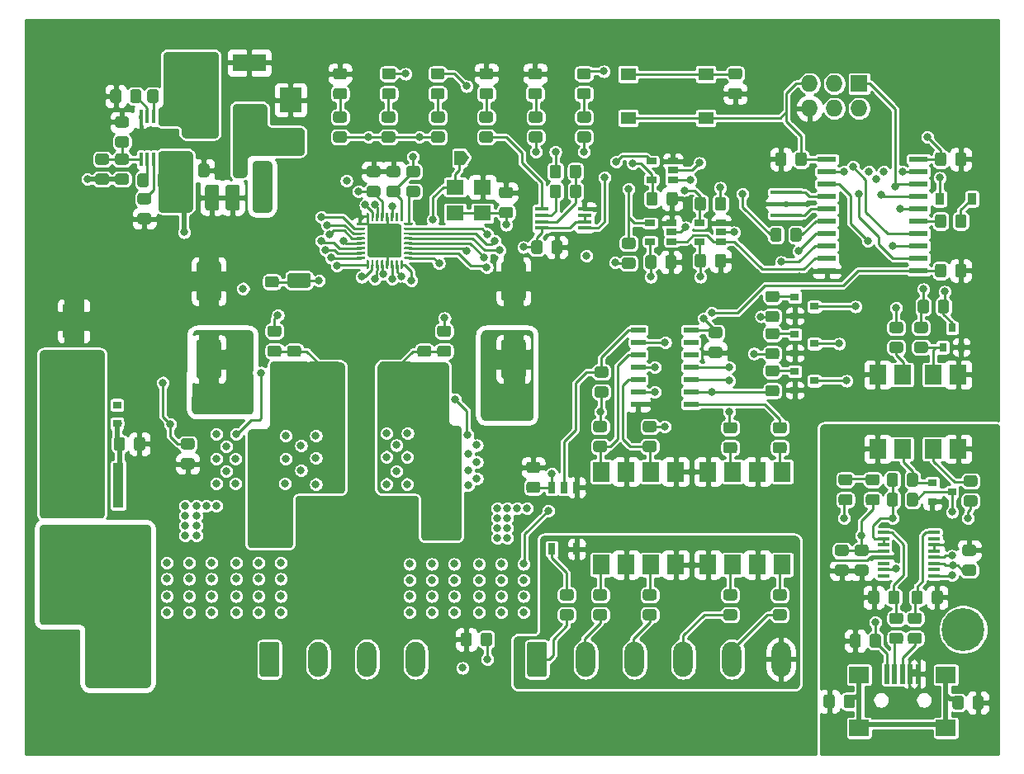
<source format=gbr>
G04 #@! TF.GenerationSoftware,KiCad,Pcbnew,(5.1.10)-1*
G04 #@! TF.CreationDate,2021-11-07T23:59:43+01:00*
G04 #@! TF.ProjectId,HPDriver,48504472-6976-4657-922e-6b696361645f,1.0*
G04 #@! TF.SameCoordinates,Original*
G04 #@! TF.FileFunction,Copper,L1,Top*
G04 #@! TF.FilePolarity,Positive*
%FSLAX46Y46*%
G04 Gerber Fmt 4.6, Leading zero omitted, Abs format (unit mm)*
G04 Created by KiCad (PCBNEW (5.1.10)-1) date 2021-11-07 23:59:43*
%MOMM*%
%LPD*%
G01*
G04 APERTURE LIST*
G04 #@! TA.AperFunction,SMDPad,CuDef*
%ADD10R,1.450000X0.450000*%
G04 #@! TD*
G04 #@! TA.AperFunction,SMDPad,CuDef*
%ADD11R,0.900000X1.200000*%
G04 #@! TD*
G04 #@! TA.AperFunction,SMDPad,CuDef*
%ADD12R,1.060000X0.650000*%
G04 #@! TD*
G04 #@! TA.AperFunction,SMDPad,CuDef*
%ADD13R,2.300000X2.500000*%
G04 #@! TD*
G04 #@! TA.AperFunction,ComponentPad*
%ADD14C,3.800000*%
G04 #@! TD*
G04 #@! TA.AperFunction,ComponentPad*
%ADD15O,2.000000X3.600000*%
G04 #@! TD*
G04 #@! TA.AperFunction,ComponentPad*
%ADD16O,1.727200X1.727200*%
G04 #@! TD*
G04 #@! TA.AperFunction,ComponentPad*
%ADD17R,1.727200X1.727200*%
G04 #@! TD*
G04 #@! TA.AperFunction,ComponentPad*
%ADD18C,4.400000*%
G04 #@! TD*
G04 #@! TA.AperFunction,SMDPad,CuDef*
%ADD19R,10.800000X9.400000*%
G04 #@! TD*
G04 #@! TA.AperFunction,SMDPad,CuDef*
%ADD20R,1.100000X4.600000*%
G04 #@! TD*
G04 #@! TA.AperFunction,SMDPad,CuDef*
%ADD21R,1.200000X0.400000*%
G04 #@! TD*
G04 #@! TA.AperFunction,SMDPad,CuDef*
%ADD22R,1.780000X2.000000*%
G04 #@! TD*
G04 #@! TA.AperFunction,SMDPad,CuDef*
%ADD23R,3.200000X0.400000*%
G04 #@! TD*
G04 #@! TA.AperFunction,SMDPad,CuDef*
%ADD24R,1.800000X1.540000*%
G04 #@! TD*
G04 #@! TA.AperFunction,SMDPad,CuDef*
%ADD25R,1.500000X0.600000*%
G04 #@! TD*
G04 #@! TA.AperFunction,SMDPad,CuDef*
%ADD26R,1.500000X2.200000*%
G04 #@! TD*
G04 #@! TA.AperFunction,SMDPad,CuDef*
%ADD27R,0.900000X0.800000*%
G04 #@! TD*
G04 #@! TA.AperFunction,SMDPad,CuDef*
%ADD28R,2.300000X3.500000*%
G04 #@! TD*
G04 #@! TA.AperFunction,SMDPad,CuDef*
%ADD29R,3.500000X1.800000*%
G04 #@! TD*
G04 #@! TA.AperFunction,SMDPad,CuDef*
%ADD30R,1.950000X0.600000*%
G04 #@! TD*
G04 #@! TA.AperFunction,SMDPad,CuDef*
%ADD31R,0.800000X1.200000*%
G04 #@! TD*
G04 #@! TA.AperFunction,SMDPad,CuDef*
%ADD32R,0.450000X1.450000*%
G04 #@! TD*
G04 #@! TA.AperFunction,SMDPad,CuDef*
%ADD33R,1.550000X1.300000*%
G04 #@! TD*
G04 #@! TA.AperFunction,SMDPad,CuDef*
%ADD34R,0.800000X0.900000*%
G04 #@! TD*
G04 #@! TA.AperFunction,SMDPad,CuDef*
%ADD35C,0.100000*%
G04 #@! TD*
G04 #@! TA.AperFunction,SMDPad,CuDef*
%ADD36R,2.000000X1.700000*%
G04 #@! TD*
G04 #@! TA.AperFunction,SMDPad,CuDef*
%ADD37R,0.500000X2.000000*%
G04 #@! TD*
G04 #@! TA.AperFunction,ViaPad*
%ADD38C,0.800000*%
G04 #@! TD*
G04 #@! TA.AperFunction,Conductor*
%ADD39C,0.250000*%
G04 #@! TD*
G04 #@! TA.AperFunction,Conductor*
%ADD40C,0.500000*%
G04 #@! TD*
G04 #@! TA.AperFunction,Conductor*
%ADD41C,1.000000*%
G04 #@! TD*
G04 #@! TA.AperFunction,Conductor*
%ADD42C,0.254000*%
G04 #@! TD*
G04 #@! TA.AperFunction,Conductor*
%ADD43C,0.100000*%
G04 #@! TD*
G04 APERTURE END LIST*
D10*
X137627000Y-86573000D03*
X137627000Y-85923000D03*
X137627000Y-85273000D03*
X137627000Y-84623000D03*
X142027000Y-84623000D03*
X142027000Y-85273000D03*
X142027000Y-85923000D03*
X142027000Y-86573000D03*
G04 #@! TA.AperFunction,SMDPad,CuDef*
G36*
G01*
X179128000Y-90481999D02*
X179128000Y-91382001D01*
G75*
G02*
X178878001Y-91632000I-249999J0D01*
G01*
X178227999Y-91632000D01*
G75*
G02*
X177978000Y-91382001I0J249999D01*
G01*
X177978000Y-90481999D01*
G75*
G02*
X178227999Y-90232000I249999J0D01*
G01*
X178878001Y-90232000D01*
G75*
G02*
X179128000Y-90481999I0J-249999D01*
G01*
G37*
G04 #@! TD.AperFunction*
G04 #@! TA.AperFunction,SMDPad,CuDef*
G36*
G01*
X181178000Y-90481999D02*
X181178000Y-91382001D01*
G75*
G02*
X180928001Y-91632000I-249999J0D01*
G01*
X180277999Y-91632000D01*
G75*
G02*
X180028000Y-91382001I0J249999D01*
G01*
X180028000Y-90481999D01*
G75*
G02*
X180277999Y-90232000I249999J0D01*
G01*
X180928001Y-90232000D01*
G75*
G02*
X181178000Y-90481999I0J-249999D01*
G01*
G37*
G04 #@! TD.AperFunction*
G04 #@! TA.AperFunction,SMDPad,CuDef*
G36*
G01*
X163137000Y-87699001D02*
X163137000Y-86798999D01*
G75*
G02*
X163386999Y-86549000I249999J0D01*
G01*
X164037001Y-86549000D01*
G75*
G02*
X164287000Y-86798999I0J-249999D01*
G01*
X164287000Y-87699001D01*
G75*
G02*
X164037001Y-87949000I-249999J0D01*
G01*
X163386999Y-87949000D01*
G75*
G02*
X163137000Y-87699001I0J249999D01*
G01*
G37*
G04 #@! TD.AperFunction*
G04 #@! TA.AperFunction,SMDPad,CuDef*
G36*
G01*
X161087000Y-87699001D02*
X161087000Y-86798999D01*
G75*
G02*
X161336999Y-86549000I249999J0D01*
G01*
X161987001Y-86549000D01*
G75*
G02*
X162237000Y-86798999I0J-249999D01*
G01*
X162237000Y-87699001D01*
G75*
G02*
X161987001Y-87949000I-249999J0D01*
G01*
X161336999Y-87949000D01*
G75*
G02*
X161087000Y-87699001I0J249999D01*
G01*
G37*
G04 #@! TD.AperFunction*
G04 #@! TA.AperFunction,SMDPad,CuDef*
G36*
G01*
X179128000Y-85401999D02*
X179128000Y-86302001D01*
G75*
G02*
X178878001Y-86552000I-249999J0D01*
G01*
X178227999Y-86552000D01*
G75*
G02*
X177978000Y-86302001I0J249999D01*
G01*
X177978000Y-85401999D01*
G75*
G02*
X178227999Y-85152000I249999J0D01*
G01*
X178878001Y-85152000D01*
G75*
G02*
X179128000Y-85401999I0J-249999D01*
G01*
G37*
G04 #@! TD.AperFunction*
G04 #@! TA.AperFunction,SMDPad,CuDef*
G36*
G01*
X181178000Y-85401999D02*
X181178000Y-86302001D01*
G75*
G02*
X180928001Y-86552000I-249999J0D01*
G01*
X180277999Y-86552000D01*
G75*
G02*
X180028000Y-86302001I0J249999D01*
G01*
X180028000Y-85401999D01*
G75*
G02*
X180277999Y-85152000I249999J0D01*
G01*
X180928001Y-85152000D01*
G75*
G02*
X181178000Y-85401999I0J-249999D01*
G01*
G37*
G04 #@! TD.AperFunction*
G04 #@! TA.AperFunction,SMDPad,CuDef*
G36*
G01*
X140522000Y-81222001D02*
X140522000Y-80321999D01*
G75*
G02*
X140771999Y-80072000I249999J0D01*
G01*
X141422001Y-80072000D01*
G75*
G02*
X141672000Y-80321999I0J-249999D01*
G01*
X141672000Y-81222001D01*
G75*
G02*
X141422001Y-81472000I-249999J0D01*
G01*
X140771999Y-81472000D01*
G75*
G02*
X140522000Y-81222001I0J249999D01*
G01*
G37*
G04 #@! TD.AperFunction*
G04 #@! TA.AperFunction,SMDPad,CuDef*
G36*
G01*
X138472000Y-81222001D02*
X138472000Y-80321999D01*
G75*
G02*
X138721999Y-80072000I249999J0D01*
G01*
X139372001Y-80072000D01*
G75*
G02*
X139622000Y-80321999I0J-249999D01*
G01*
X139622000Y-81222001D01*
G75*
G02*
X139372001Y-81472000I-249999J0D01*
G01*
X138721999Y-81472000D01*
G75*
G02*
X138472000Y-81222001I0J249999D01*
G01*
G37*
G04 #@! TD.AperFunction*
D11*
X178436000Y-83566000D03*
X181736000Y-83566000D03*
G04 #@! TA.AperFunction,SMDPad,CuDef*
G36*
G01*
X138626000Y-88969001D02*
X138626000Y-88068999D01*
G75*
G02*
X138875999Y-87819000I249999J0D01*
G01*
X139526001Y-87819000D01*
G75*
G02*
X139776000Y-88068999I0J-249999D01*
G01*
X139776000Y-88969001D01*
G75*
G02*
X139526001Y-89219000I-249999J0D01*
G01*
X138875999Y-89219000D01*
G75*
G02*
X138626000Y-88969001I0J249999D01*
G01*
G37*
G04 #@! TD.AperFunction*
G04 #@! TA.AperFunction,SMDPad,CuDef*
G36*
G01*
X136576000Y-88969001D02*
X136576000Y-88068999D01*
G75*
G02*
X136825999Y-87819000I249999J0D01*
G01*
X137476001Y-87819000D01*
G75*
G02*
X137726000Y-88068999I0J-249999D01*
G01*
X137726000Y-88969001D01*
G75*
G02*
X137476001Y-89219000I-249999J0D01*
G01*
X136825999Y-89219000D01*
G75*
G02*
X136576000Y-88969001I0J249999D01*
G01*
G37*
G04 #@! TD.AperFunction*
G04 #@! TA.AperFunction,SMDPad,CuDef*
G36*
G01*
X140531000Y-83254001D02*
X140531000Y-82353999D01*
G75*
G02*
X140780999Y-82104000I249999J0D01*
G01*
X141431001Y-82104000D01*
G75*
G02*
X141681000Y-82353999I0J-249999D01*
G01*
X141681000Y-83254001D01*
G75*
G02*
X141431001Y-83504000I-249999J0D01*
G01*
X140780999Y-83504000D01*
G75*
G02*
X140531000Y-83254001I0J249999D01*
G01*
G37*
G04 #@! TD.AperFunction*
G04 #@! TA.AperFunction,SMDPad,CuDef*
G36*
G01*
X138481000Y-83254001D02*
X138481000Y-82353999D01*
G75*
G02*
X138730999Y-82104000I249999J0D01*
G01*
X139381001Y-82104000D01*
G75*
G02*
X139631000Y-82353999I0J-249999D01*
G01*
X139631000Y-83254001D01*
G75*
G02*
X139381001Y-83504000I-249999J0D01*
G01*
X138730999Y-83504000D01*
G75*
G02*
X138481000Y-83254001I0J249999D01*
G01*
G37*
G04 #@! TD.AperFunction*
G04 #@! TA.AperFunction,SMDPad,CuDef*
G36*
G01*
X124106400Y-95567000D02*
X121257600Y-95567000D01*
G75*
G02*
X121007000Y-95316400I0J250600D01*
G01*
X121007000Y-94417600D01*
G75*
G02*
X121257600Y-94167000I250600J0D01*
G01*
X124106400Y-94167000D01*
G75*
G02*
X124357000Y-94417600I0J-250600D01*
G01*
X124357000Y-95316400D01*
G75*
G02*
X124106400Y-95567000I-250600J0D01*
G01*
G37*
G04 #@! TD.AperFunction*
G04 #@! TA.AperFunction,SMDPad,CuDef*
G36*
G01*
X124107001Y-101667000D02*
X121256999Y-101667000D01*
G75*
G02*
X121007000Y-101417001I0J249999D01*
G01*
X121007000Y-100516999D01*
G75*
G02*
X121256999Y-100267000I249999J0D01*
G01*
X124107001Y-100267000D01*
G75*
G02*
X124357000Y-100516999I0J-249999D01*
G01*
X124357000Y-101417001D01*
G75*
G02*
X124107001Y-101667000I-249999J0D01*
G01*
G37*
G04 #@! TD.AperFunction*
G04 #@! TA.AperFunction,SMDPad,CuDef*
G36*
G01*
X116740400Y-95567000D02*
X113891600Y-95567000D01*
G75*
G02*
X113641000Y-95316400I0J250600D01*
G01*
X113641000Y-94417600D01*
G75*
G02*
X113891600Y-94167000I250600J0D01*
G01*
X116740400Y-94167000D01*
G75*
G02*
X116991000Y-94417600I0J-250600D01*
G01*
X116991000Y-95316400D01*
G75*
G02*
X116740400Y-95567000I-250600J0D01*
G01*
G37*
G04 #@! TD.AperFunction*
G04 #@! TA.AperFunction,SMDPad,CuDef*
G36*
G01*
X116741001Y-101667000D02*
X113890999Y-101667000D01*
G75*
G02*
X113641000Y-101417001I0J249999D01*
G01*
X113641000Y-100516999D01*
G75*
G02*
X113890999Y-100267000I249999J0D01*
G01*
X116741001Y-100267000D01*
G75*
G02*
X116991000Y-100516999I0J-249999D01*
G01*
X116991000Y-101417001D01*
G75*
G02*
X116741001Y-101667000I-249999J0D01*
G01*
G37*
G04 #@! TD.AperFunction*
G04 #@! TA.AperFunction,SMDPad,CuDef*
G36*
G01*
X155390000Y-84524001D02*
X155390000Y-83623999D01*
G75*
G02*
X155639999Y-83374000I249999J0D01*
G01*
X156290001Y-83374000D01*
G75*
G02*
X156540000Y-83623999I0J-249999D01*
G01*
X156540000Y-84524001D01*
G75*
G02*
X156290001Y-84774000I-249999J0D01*
G01*
X155639999Y-84774000D01*
G75*
G02*
X155390000Y-84524001I0J249999D01*
G01*
G37*
G04 #@! TD.AperFunction*
G04 #@! TA.AperFunction,SMDPad,CuDef*
G36*
G01*
X153340000Y-84524001D02*
X153340000Y-83623999D01*
G75*
G02*
X153589999Y-83374000I249999J0D01*
G01*
X154240001Y-83374000D01*
G75*
G02*
X154490000Y-83623999I0J-249999D01*
G01*
X154490000Y-84524001D01*
G75*
G02*
X154240001Y-84774000I-249999J0D01*
G01*
X153589999Y-84774000D01*
G75*
G02*
X153340000Y-84524001I0J249999D01*
G01*
G37*
G04 #@! TD.AperFunction*
G04 #@! TA.AperFunction,SMDPad,CuDef*
G36*
G01*
X146107999Y-89604000D02*
X147008001Y-89604000D01*
G75*
G02*
X147258000Y-89853999I0J-249999D01*
G01*
X147258000Y-90504001D01*
G75*
G02*
X147008001Y-90754000I-249999J0D01*
G01*
X146107999Y-90754000D01*
G75*
G02*
X145858000Y-90504001I0J249999D01*
G01*
X145858000Y-89853999D01*
G75*
G02*
X146107999Y-89604000I249999J0D01*
G01*
G37*
G04 #@! TD.AperFunction*
G04 #@! TA.AperFunction,SMDPad,CuDef*
G36*
G01*
X146107999Y-87554000D02*
X147008001Y-87554000D01*
G75*
G02*
X147258000Y-87803999I0J-249999D01*
G01*
X147258000Y-88454001D01*
G75*
G02*
X147008001Y-88704000I-249999J0D01*
G01*
X146107999Y-88704000D01*
G75*
G02*
X145858000Y-88454001I0J249999D01*
G01*
X145858000Y-87803999D01*
G75*
G02*
X146107999Y-87554000I249999J0D01*
G01*
G37*
G04 #@! TD.AperFunction*
G04 #@! TA.AperFunction,SMDPad,CuDef*
G36*
G01*
X150310000Y-90493001D02*
X150310000Y-89592999D01*
G75*
G02*
X150559999Y-89343000I249999J0D01*
G01*
X151210001Y-89343000D01*
G75*
G02*
X151460000Y-89592999I0J-249999D01*
G01*
X151460000Y-90493001D01*
G75*
G02*
X151210001Y-90743000I-249999J0D01*
G01*
X150559999Y-90743000D01*
G75*
G02*
X150310000Y-90493001I0J249999D01*
G01*
G37*
G04 #@! TD.AperFunction*
G04 #@! TA.AperFunction,SMDPad,CuDef*
G36*
G01*
X148260000Y-90493001D02*
X148260000Y-89592999D01*
G75*
G02*
X148509999Y-89343000I249999J0D01*
G01*
X149160001Y-89343000D01*
G75*
G02*
X149410000Y-89592999I0J-249999D01*
G01*
X149410000Y-90493001D01*
G75*
G02*
X149160001Y-90743000I-249999J0D01*
G01*
X148509999Y-90743000D01*
G75*
G02*
X148260000Y-90493001I0J249999D01*
G01*
G37*
G04 #@! TD.AperFunction*
G04 #@! TA.AperFunction,SMDPad,CuDef*
G36*
G01*
X155390000Y-90366001D02*
X155390000Y-89465999D01*
G75*
G02*
X155639999Y-89216000I249999J0D01*
G01*
X156290001Y-89216000D01*
G75*
G02*
X156540000Y-89465999I0J-249999D01*
G01*
X156540000Y-90366001D01*
G75*
G02*
X156290001Y-90616000I-249999J0D01*
G01*
X155639999Y-90616000D01*
G75*
G02*
X155390000Y-90366001I0J249999D01*
G01*
G37*
G04 #@! TD.AperFunction*
G04 #@! TA.AperFunction,SMDPad,CuDef*
G36*
G01*
X153340000Y-90366001D02*
X153340000Y-89465999D01*
G75*
G02*
X153589999Y-89216000I249999J0D01*
G01*
X154240001Y-89216000D01*
G75*
G02*
X154490000Y-89465999I0J-249999D01*
G01*
X154490000Y-90366001D01*
G75*
G02*
X154240001Y-90616000I-249999J0D01*
G01*
X153589999Y-90616000D01*
G75*
G02*
X153340000Y-90366001I0J249999D01*
G01*
G37*
G04 #@! TD.AperFunction*
G04 #@! TA.AperFunction,SMDPad,CuDef*
G36*
G01*
X150437000Y-84016001D02*
X150437000Y-83115999D01*
G75*
G02*
X150686999Y-82866000I249999J0D01*
G01*
X151337001Y-82866000D01*
G75*
G02*
X151587000Y-83115999I0J-249999D01*
G01*
X151587000Y-84016001D01*
G75*
G02*
X151337001Y-84266000I-249999J0D01*
G01*
X150686999Y-84266000D01*
G75*
G02*
X150437000Y-84016001I0J249999D01*
G01*
G37*
G04 #@! TD.AperFunction*
G04 #@! TA.AperFunction,SMDPad,CuDef*
G36*
G01*
X148387000Y-84016001D02*
X148387000Y-83115999D01*
G75*
G02*
X148636999Y-82866000I249999J0D01*
G01*
X149287001Y-82866000D01*
G75*
G02*
X149537000Y-83115999I0J-249999D01*
G01*
X149537000Y-84016001D01*
G75*
G02*
X149287001Y-84266000I-249999J0D01*
G01*
X148636999Y-84266000D01*
G75*
G02*
X148387000Y-84016001I0J249999D01*
G01*
G37*
G04 #@! TD.AperFunction*
G04 #@! TA.AperFunction,SMDPad,CuDef*
G36*
G01*
X162745000Y-79051999D02*
X162745000Y-79952001D01*
G75*
G02*
X162495001Y-80202000I-249999J0D01*
G01*
X161844999Y-80202000D01*
G75*
G02*
X161595000Y-79952001I0J249999D01*
G01*
X161595000Y-79051999D01*
G75*
G02*
X161844999Y-78802000I249999J0D01*
G01*
X162495001Y-78802000D01*
G75*
G02*
X162745000Y-79051999I0J-249999D01*
G01*
G37*
G04 #@! TD.AperFunction*
G04 #@! TA.AperFunction,SMDPad,CuDef*
G36*
G01*
X164795000Y-79051999D02*
X164795000Y-79952001D01*
G75*
G02*
X164545001Y-80202000I-249999J0D01*
G01*
X163894999Y-80202000D01*
G75*
G02*
X163645000Y-79952001I0J249999D01*
G01*
X163645000Y-79051999D01*
G75*
G02*
X163894999Y-78802000I249999J0D01*
G01*
X164545001Y-78802000D01*
G75*
G02*
X164795000Y-79051999I0J-249999D01*
G01*
G37*
G04 #@! TD.AperFunction*
D12*
X148887000Y-81595000D03*
X148887000Y-79695000D03*
X151087000Y-79695000D03*
X151087000Y-80645000D03*
X151087000Y-81595000D03*
X153840000Y-87945000D03*
X153840000Y-86045000D03*
X156040000Y-86045000D03*
X156040000Y-86995000D03*
X156040000Y-87945000D03*
X148760000Y-87945000D03*
X148760000Y-86045000D03*
X150960000Y-86045000D03*
X150960000Y-86995000D03*
X150960000Y-87945000D03*
G04 #@! TA.AperFunction,SMDPad,CuDef*
G36*
G01*
X172027001Y-115011000D02*
X171126999Y-115011000D01*
G75*
G02*
X170877000Y-114761001I0J249999D01*
G01*
X170877000Y-114110999D01*
G75*
G02*
X171126999Y-113861000I249999J0D01*
G01*
X172027001Y-113861000D01*
G75*
G02*
X172277000Y-114110999I0J-249999D01*
G01*
X172277000Y-114761001D01*
G75*
G02*
X172027001Y-115011000I-249999J0D01*
G01*
G37*
G04 #@! TD.AperFunction*
G04 #@! TA.AperFunction,SMDPad,CuDef*
G36*
G01*
X172027001Y-112961000D02*
X171126999Y-112961000D01*
G75*
G02*
X170877000Y-112711001I0J249999D01*
G01*
X170877000Y-112060999D01*
G75*
G02*
X171126999Y-111811000I249999J0D01*
G01*
X172027001Y-111811000D01*
G75*
G02*
X172277000Y-112060999I0J-249999D01*
G01*
X172277000Y-112711001D01*
G75*
G02*
X172027001Y-112961000I-249999J0D01*
G01*
G37*
G04 #@! TD.AperFunction*
G04 #@! TA.AperFunction,SMDPad,CuDef*
G36*
G01*
X169233001Y-112961000D02*
X168332999Y-112961000D01*
G75*
G02*
X168083000Y-112711001I0J249999D01*
G01*
X168083000Y-112060999D01*
G75*
G02*
X168332999Y-111811000I249999J0D01*
G01*
X169233001Y-111811000D01*
G75*
G02*
X169483000Y-112060999I0J-249999D01*
G01*
X169483000Y-112711001D01*
G75*
G02*
X169233001Y-112961000I-249999J0D01*
G01*
G37*
G04 #@! TD.AperFunction*
G04 #@! TA.AperFunction,SMDPad,CuDef*
G36*
G01*
X169233001Y-115011000D02*
X168332999Y-115011000D01*
G75*
G02*
X168083000Y-114761001I0J249999D01*
G01*
X168083000Y-114110999D01*
G75*
G02*
X168332999Y-113861000I249999J0D01*
G01*
X169233001Y-113861000D01*
G75*
G02*
X169483000Y-114110999I0J-249999D01*
G01*
X169483000Y-114761001D01*
G75*
G02*
X169233001Y-115011000I-249999J0D01*
G01*
G37*
G04 #@! TD.AperFunction*
G04 #@! TA.AperFunction,SMDPad,CuDef*
G36*
G01*
X100895999Y-110178000D02*
X101796001Y-110178000D01*
G75*
G02*
X102046000Y-110427999I0J-249999D01*
G01*
X102046000Y-111078001D01*
G75*
G02*
X101796001Y-111328000I-249999J0D01*
G01*
X100895999Y-111328000D01*
G75*
G02*
X100646000Y-111078001I0J249999D01*
G01*
X100646000Y-110427999D01*
G75*
G02*
X100895999Y-110178000I249999J0D01*
G01*
G37*
G04 #@! TD.AperFunction*
G04 #@! TA.AperFunction,SMDPad,CuDef*
G36*
G01*
X100895999Y-108128000D02*
X101796001Y-108128000D01*
G75*
G02*
X102046000Y-108377999I0J-249999D01*
G01*
X102046000Y-109028001D01*
G75*
G02*
X101796001Y-109278000I-249999J0D01*
G01*
X100895999Y-109278000D01*
G75*
G02*
X100646000Y-109028001I0J249999D01*
G01*
X100646000Y-108377999D01*
G75*
G02*
X100895999Y-108128000I249999J0D01*
G01*
G37*
G04 #@! TD.AperFunction*
G04 #@! TA.AperFunction,SMDPad,CuDef*
G36*
G01*
X130487000Y-128327999D02*
X130487000Y-129228001D01*
G75*
G02*
X130237001Y-129478000I-249999J0D01*
G01*
X129586999Y-129478000D01*
G75*
G02*
X129337000Y-129228001I0J249999D01*
G01*
X129337000Y-128327999D01*
G75*
G02*
X129586999Y-128078000I249999J0D01*
G01*
X130237001Y-128078000D01*
G75*
G02*
X130487000Y-128327999I0J-249999D01*
G01*
G37*
G04 #@! TD.AperFunction*
G04 #@! TA.AperFunction,SMDPad,CuDef*
G36*
G01*
X132537000Y-128327999D02*
X132537000Y-129228001D01*
G75*
G02*
X132287001Y-129478000I-249999J0D01*
G01*
X131636999Y-129478000D01*
G75*
G02*
X131387000Y-129228001I0J249999D01*
G01*
X131387000Y-128327999D01*
G75*
G02*
X131636999Y-128078000I249999J0D01*
G01*
X132287001Y-128078000D01*
G75*
G02*
X132537000Y-128327999I0J-249999D01*
G01*
G37*
G04 #@! TD.AperFunction*
D13*
X111887000Y-73415000D03*
X111887000Y-77715000D03*
G04 #@! TA.AperFunction,SMDPad,CuDef*
G36*
G01*
X167698000Y-134677999D02*
X167698000Y-135578001D01*
G75*
G02*
X167448001Y-135828000I-249999J0D01*
G01*
X166797999Y-135828000D01*
G75*
G02*
X166548000Y-135578001I0J249999D01*
G01*
X166548000Y-134677999D01*
G75*
G02*
X166797999Y-134428000I249999J0D01*
G01*
X167448001Y-134428000D01*
G75*
G02*
X167698000Y-134677999I0J-249999D01*
G01*
G37*
G04 #@! TD.AperFunction*
G04 #@! TA.AperFunction,SMDPad,CuDef*
G36*
G01*
X169748000Y-134677999D02*
X169748000Y-135578001D01*
G75*
G02*
X169498001Y-135828000I-249999J0D01*
G01*
X168847999Y-135828000D01*
G75*
G02*
X168598000Y-135578001I0J249999D01*
G01*
X168598000Y-134677999D01*
G75*
G02*
X168847999Y-134428000I249999J0D01*
G01*
X169498001Y-134428000D01*
G75*
G02*
X169748000Y-134677999I0J-249999D01*
G01*
G37*
G04 #@! TD.AperFunction*
G04 #@! TA.AperFunction,SMDPad,CuDef*
G36*
G01*
X181806000Y-135705001D02*
X181806000Y-134804999D01*
G75*
G02*
X182055999Y-134555000I249999J0D01*
G01*
X182706001Y-134555000D01*
G75*
G02*
X182956000Y-134804999I0J-249999D01*
G01*
X182956000Y-135705001D01*
G75*
G02*
X182706001Y-135955000I-249999J0D01*
G01*
X182055999Y-135955000D01*
G75*
G02*
X181806000Y-135705001I0J249999D01*
G01*
G37*
G04 #@! TD.AperFunction*
G04 #@! TA.AperFunction,SMDPad,CuDef*
G36*
G01*
X179756000Y-135705001D02*
X179756000Y-134804999D01*
G75*
G02*
X180005999Y-134555000I249999J0D01*
G01*
X180656001Y-134555000D01*
G75*
G02*
X180906000Y-134804999I0J-249999D01*
G01*
X180906000Y-135705001D01*
G75*
G02*
X180656001Y-135955000I-249999J0D01*
G01*
X180005999Y-135955000D01*
G75*
G02*
X179756000Y-135705001I0J249999D01*
G01*
G37*
G04 #@! TD.AperFunction*
D14*
X130937000Y-135890000D03*
D15*
X162160000Y-130810000D03*
X157160000Y-130810000D03*
X152160000Y-130810000D03*
X147160000Y-130810000D03*
X142160000Y-130810000D03*
G04 #@! TA.AperFunction,ComponentPad*
G36*
G01*
X136160000Y-132360000D02*
X136160000Y-129260000D01*
G75*
G02*
X136410000Y-129010000I250000J0D01*
G01*
X137910000Y-129010000D01*
G75*
G02*
X138160000Y-129260000I0J-250000D01*
G01*
X138160000Y-132360000D01*
G75*
G02*
X137910000Y-132610000I-250000J0D01*
G01*
X136410000Y-132610000D01*
G75*
G02*
X136160000Y-132360000I0J250000D01*
G01*
G37*
G04 #@! TD.AperFunction*
X124728000Y-130810000D03*
X119728000Y-130810000D03*
X114728000Y-130810000D03*
G04 #@! TA.AperFunction,ComponentPad*
G36*
G01*
X108728000Y-132360000D02*
X108728000Y-129260000D01*
G75*
G02*
X108978000Y-129010000I250000J0D01*
G01*
X110478000Y-129010000D01*
G75*
G02*
X110728000Y-129260000I0J-250000D01*
G01*
X110728000Y-132360000D01*
G75*
G02*
X110478000Y-132610000I-250000J0D01*
G01*
X108978000Y-132610000D01*
G75*
G02*
X108728000Y-132360000I0J250000D01*
G01*
G37*
G04 #@! TD.AperFunction*
X93646000Y-130810000D03*
G04 #@! TA.AperFunction,ComponentPad*
G36*
G01*
X87646000Y-132360000D02*
X87646000Y-129260000D01*
G75*
G02*
X87896000Y-129010000I250000J0D01*
G01*
X89396000Y-129010000D01*
G75*
G02*
X89646000Y-129260000I0J-250000D01*
G01*
X89646000Y-132360000D01*
G75*
G02*
X89396000Y-132610000I-250000J0D01*
G01*
X87896000Y-132610000D01*
G75*
G02*
X87646000Y-132360000I0J250000D01*
G01*
G37*
G04 #@! TD.AperFunction*
G04 #@! TA.AperFunction,SMDPad,CuDef*
G36*
G01*
X104505000Y-94012000D02*
X102505000Y-94012000D01*
G75*
G02*
X102255000Y-93762000I0J250000D01*
G01*
X102255000Y-90262000D01*
G75*
G02*
X102505000Y-90012000I250000J0D01*
G01*
X104505000Y-90012000D01*
G75*
G02*
X104755000Y-90262000I0J-250000D01*
G01*
X104755000Y-93762000D01*
G75*
G02*
X104505000Y-94012000I-250000J0D01*
G01*
G37*
G04 #@! TD.AperFunction*
G04 #@! TA.AperFunction,SMDPad,CuDef*
G36*
G01*
X104505000Y-102012000D02*
X102505000Y-102012000D01*
G75*
G02*
X102255000Y-101762000I0J250000D01*
G01*
X102255000Y-98262000D01*
G75*
G02*
X102505000Y-98012000I250000J0D01*
G01*
X104505000Y-98012000D01*
G75*
G02*
X104755000Y-98262000I0J-250000D01*
G01*
X104755000Y-101762000D01*
G75*
G02*
X104505000Y-102012000I-250000J0D01*
G01*
G37*
G04 #@! TD.AperFunction*
D16*
X165100000Y-74295000D03*
X165100000Y-71755000D03*
X167640000Y-74295000D03*
X167640000Y-71755000D03*
X170180000Y-74295000D03*
D17*
X170180000Y-71755000D03*
G04 #@! TA.AperFunction,SMDPad,CuDef*
G36*
G01*
X137483001Y-75750000D02*
X136582999Y-75750000D01*
G75*
G02*
X136333000Y-75500001I0J249999D01*
G01*
X136333000Y-74849999D01*
G75*
G02*
X136582999Y-74600000I249999J0D01*
G01*
X137483001Y-74600000D01*
G75*
G02*
X137733000Y-74849999I0J-249999D01*
G01*
X137733000Y-75500001D01*
G75*
G02*
X137483001Y-75750000I-249999J0D01*
G01*
G37*
G04 #@! TD.AperFunction*
G04 #@! TA.AperFunction,SMDPad,CuDef*
G36*
G01*
X137483001Y-77800000D02*
X136582999Y-77800000D01*
G75*
G02*
X136333000Y-77550001I0J249999D01*
G01*
X136333000Y-76899999D01*
G75*
G02*
X136582999Y-76650000I249999J0D01*
G01*
X137483001Y-76650000D01*
G75*
G02*
X137733000Y-76899999I0J-249999D01*
G01*
X137733000Y-77550001D01*
G75*
G02*
X137483001Y-77800000I-249999J0D01*
G01*
G37*
G04 #@! TD.AperFunction*
G04 #@! TA.AperFunction,SMDPad,CuDef*
G36*
G01*
X132403001Y-75750000D02*
X131502999Y-75750000D01*
G75*
G02*
X131253000Y-75500001I0J249999D01*
G01*
X131253000Y-74849999D01*
G75*
G02*
X131502999Y-74600000I249999J0D01*
G01*
X132403001Y-74600000D01*
G75*
G02*
X132653000Y-74849999I0J-249999D01*
G01*
X132653000Y-75500001D01*
G75*
G02*
X132403001Y-75750000I-249999J0D01*
G01*
G37*
G04 #@! TD.AperFunction*
G04 #@! TA.AperFunction,SMDPad,CuDef*
G36*
G01*
X132403001Y-77800000D02*
X131502999Y-77800000D01*
G75*
G02*
X131253000Y-77550001I0J249999D01*
G01*
X131253000Y-76899999D01*
G75*
G02*
X131502999Y-76650000I249999J0D01*
G01*
X132403001Y-76650000D01*
G75*
G02*
X132653000Y-76899999I0J-249999D01*
G01*
X132653000Y-77550001D01*
G75*
G02*
X132403001Y-77800000I-249999J0D01*
G01*
G37*
G04 #@! TD.AperFunction*
G04 #@! TA.AperFunction,SMDPad,CuDef*
G36*
G01*
X136516999Y-72205000D02*
X137417001Y-72205000D01*
G75*
G02*
X137667000Y-72454999I0J-249999D01*
G01*
X137667000Y-73105001D01*
G75*
G02*
X137417001Y-73355000I-249999J0D01*
G01*
X136516999Y-73355000D01*
G75*
G02*
X136267000Y-73105001I0J249999D01*
G01*
X136267000Y-72454999D01*
G75*
G02*
X136516999Y-72205000I249999J0D01*
G01*
G37*
G04 #@! TD.AperFunction*
G04 #@! TA.AperFunction,SMDPad,CuDef*
G36*
G01*
X136516999Y-70155000D02*
X137417001Y-70155000D01*
G75*
G02*
X137667000Y-70404999I0J-249999D01*
G01*
X137667000Y-71055001D01*
G75*
G02*
X137417001Y-71305000I-249999J0D01*
G01*
X136516999Y-71305000D01*
G75*
G02*
X136267000Y-71055001I0J249999D01*
G01*
X136267000Y-70404999D01*
G75*
G02*
X136516999Y-70155000I249999J0D01*
G01*
G37*
G04 #@! TD.AperFunction*
G04 #@! TA.AperFunction,SMDPad,CuDef*
G36*
G01*
X131516999Y-72205000D02*
X132417001Y-72205000D01*
G75*
G02*
X132667000Y-72454999I0J-249999D01*
G01*
X132667000Y-73105001D01*
G75*
G02*
X132417001Y-73355000I-249999J0D01*
G01*
X131516999Y-73355000D01*
G75*
G02*
X131267000Y-73105001I0J249999D01*
G01*
X131267000Y-72454999D01*
G75*
G02*
X131516999Y-72205000I249999J0D01*
G01*
G37*
G04 #@! TD.AperFunction*
G04 #@! TA.AperFunction,SMDPad,CuDef*
G36*
G01*
X131516999Y-70155000D02*
X132417001Y-70155000D01*
G75*
G02*
X132667000Y-70404999I0J-249999D01*
G01*
X132667000Y-71055001D01*
G75*
G02*
X132417001Y-71305000I-249999J0D01*
G01*
X131516999Y-71305000D01*
G75*
G02*
X131267000Y-71055001I0J249999D01*
G01*
X131267000Y-70404999D01*
G75*
G02*
X131516999Y-70155000I249999J0D01*
G01*
G37*
G04 #@! TD.AperFunction*
D18*
X180340000Y-68326000D03*
X88392000Y-68580000D03*
X142748000Y-95631000D03*
X180848000Y-127762000D03*
X101600000Y-135890000D03*
D19*
X91694000Y-122120000D03*
D20*
X89154000Y-112970000D03*
X94234000Y-112970000D03*
G04 #@! TA.AperFunction,SMDPad,CuDef*
G36*
G01*
X106667000Y-82364000D02*
X106667000Y-84514000D01*
G75*
G02*
X106417000Y-84764000I-250000J0D01*
G01*
X105492000Y-84764000D01*
G75*
G02*
X105242000Y-84514000I0J250000D01*
G01*
X105242000Y-82364000D01*
G75*
G02*
X105492000Y-82114000I250000J0D01*
G01*
X106417000Y-82114000D01*
G75*
G02*
X106667000Y-82364000I0J-250000D01*
G01*
G37*
G04 #@! TD.AperFunction*
G04 #@! TA.AperFunction,SMDPad,CuDef*
G36*
G01*
X109642000Y-82364000D02*
X109642000Y-84514000D01*
G75*
G02*
X109392000Y-84764000I-250000J0D01*
G01*
X108467000Y-84764000D01*
G75*
G02*
X108217000Y-84514000I0J250000D01*
G01*
X108217000Y-82364000D01*
G75*
G02*
X108467000Y-82114000I250000J0D01*
G01*
X109392000Y-82114000D01*
G75*
G02*
X109642000Y-82364000I0J-250000D01*
G01*
G37*
G04 #@! TD.AperFunction*
G04 #@! TA.AperFunction,SMDPad,CuDef*
G36*
G01*
X103137000Y-84514000D02*
X103137000Y-82364000D01*
G75*
G02*
X103387000Y-82114000I250000J0D01*
G01*
X104312000Y-82114000D01*
G75*
G02*
X104562000Y-82364000I0J-250000D01*
G01*
X104562000Y-84514000D01*
G75*
G02*
X104312000Y-84764000I-250000J0D01*
G01*
X103387000Y-84764000D01*
G75*
G02*
X103137000Y-84514000I0J250000D01*
G01*
G37*
G04 #@! TD.AperFunction*
G04 #@! TA.AperFunction,SMDPad,CuDef*
G36*
G01*
X100162000Y-84514000D02*
X100162000Y-82364000D01*
G75*
G02*
X100412000Y-82114000I250000J0D01*
G01*
X101337000Y-82114000D01*
G75*
G02*
X101587000Y-82364000I0J-250000D01*
G01*
X101587000Y-84514000D01*
G75*
G02*
X101337000Y-84764000I-250000J0D01*
G01*
X100412000Y-84764000D01*
G75*
G02*
X100162000Y-84514000I0J250000D01*
G01*
G37*
G04 #@! TD.AperFunction*
G04 #@! TA.AperFunction,SMDPad,CuDef*
G36*
G01*
X98249000Y-82111001D02*
X98249000Y-81210999D01*
G75*
G02*
X98498999Y-80961000I249999J0D01*
G01*
X99149001Y-80961000D01*
G75*
G02*
X99399000Y-81210999I0J-249999D01*
G01*
X99399000Y-82111001D01*
G75*
G02*
X99149001Y-82361000I-249999J0D01*
G01*
X98498999Y-82361000D01*
G75*
G02*
X98249000Y-82111001I0J249999D01*
G01*
G37*
G04 #@! TD.AperFunction*
G04 #@! TA.AperFunction,SMDPad,CuDef*
G36*
G01*
X96199000Y-82111001D02*
X96199000Y-81210999D01*
G75*
G02*
X96448999Y-80961000I249999J0D01*
G01*
X97099001Y-80961000D01*
G75*
G02*
X97349000Y-81210999I0J-249999D01*
G01*
X97349000Y-82111001D01*
G75*
G02*
X97099001Y-82361000I-249999J0D01*
G01*
X96448999Y-82361000D01*
G75*
G02*
X96199000Y-82111001I0J249999D01*
G01*
G37*
G04 #@! TD.AperFunction*
G04 #@! TA.AperFunction,SMDPad,CuDef*
G36*
G01*
X99256000Y-73475001D02*
X99256000Y-72574999D01*
G75*
G02*
X99505999Y-72325000I249999J0D01*
G01*
X100156001Y-72325000D01*
G75*
G02*
X100406000Y-72574999I0J-249999D01*
G01*
X100406000Y-73475001D01*
G75*
G02*
X100156001Y-73725000I-249999J0D01*
G01*
X99505999Y-73725000D01*
G75*
G02*
X99256000Y-73475001I0J249999D01*
G01*
G37*
G04 #@! TD.AperFunction*
G04 #@! TA.AperFunction,SMDPad,CuDef*
G36*
G01*
X97206000Y-73475001D02*
X97206000Y-72574999D01*
G75*
G02*
X97455999Y-72325000I249999J0D01*
G01*
X98106001Y-72325000D01*
G75*
G02*
X98356000Y-72574999I0J-249999D01*
G01*
X98356000Y-73475001D01*
G75*
G02*
X98106001Y-73725000I-249999J0D01*
G01*
X97455999Y-73725000D01*
G75*
G02*
X97206000Y-73475001I0J249999D01*
G01*
G37*
G04 #@! TD.AperFunction*
D21*
X172660000Y-122237500D03*
X172660000Y-121602500D03*
X172660000Y-120967500D03*
X172660000Y-120332500D03*
X172660000Y-119697500D03*
X172660000Y-119062500D03*
X172660000Y-118427500D03*
X172660000Y-117792500D03*
X177860000Y-117792500D03*
X177860000Y-118427500D03*
X177860000Y-119062500D03*
X177860000Y-119697500D03*
X177860000Y-120332500D03*
X177860000Y-120967500D03*
X177860000Y-121602500D03*
X177860000Y-122237500D03*
D22*
X174625000Y-109220000D03*
X172085000Y-101600000D03*
X172085000Y-109220000D03*
X174625000Y-101600000D03*
X177800000Y-101600000D03*
X180340000Y-109220000D03*
X180340000Y-101600000D03*
X177800000Y-109220000D03*
G04 #@! TA.AperFunction,SMDPad,CuDef*
G36*
G01*
X181159999Y-113988000D02*
X182060001Y-113988000D01*
G75*
G02*
X182310000Y-114237999I0J-249999D01*
G01*
X182310000Y-114888001D01*
G75*
G02*
X182060001Y-115138000I-249999J0D01*
G01*
X181159999Y-115138000D01*
G75*
G02*
X180910000Y-114888001I0J249999D01*
G01*
X180910000Y-114237999D01*
G75*
G02*
X181159999Y-113988000I249999J0D01*
G01*
G37*
G04 #@! TD.AperFunction*
G04 #@! TA.AperFunction,SMDPad,CuDef*
G36*
G01*
X181159999Y-111938000D02*
X182060001Y-111938000D01*
G75*
G02*
X182310000Y-112187999I0J-249999D01*
G01*
X182310000Y-112838001D01*
G75*
G02*
X182060001Y-113088000I-249999J0D01*
G01*
X181159999Y-113088000D01*
G75*
G02*
X180910000Y-112838001I0J249999D01*
G01*
X180910000Y-112187999D01*
G75*
G02*
X181159999Y-111938000I249999J0D01*
G01*
G37*
G04 #@! TD.AperFunction*
D23*
X162687000Y-82874000D03*
X162687000Y-84074000D03*
X162687000Y-85274000D03*
D24*
X128775000Y-85033000D03*
X128775000Y-82353000D03*
X131575000Y-82353000D03*
X131575000Y-85033000D03*
D25*
X152941000Y-97028000D03*
X152941000Y-98298000D03*
X152941000Y-99568000D03*
X152941000Y-100838000D03*
X152941000Y-102108000D03*
X152941000Y-103378000D03*
X152941000Y-104648000D03*
X147541000Y-104648000D03*
X147541000Y-103378000D03*
X147541000Y-102108000D03*
X147541000Y-100838000D03*
X147541000Y-99568000D03*
X147541000Y-98298000D03*
X147541000Y-97028000D03*
D26*
X108356000Y-75438000D03*
X101956000Y-75438000D03*
D27*
X92091000Y-105664000D03*
X94091000Y-104714000D03*
X94091000Y-106614000D03*
D28*
X89662000Y-96106000D03*
X89662000Y-101506000D03*
D29*
X107656000Y-69596000D03*
X102656000Y-69596000D03*
G04 #@! TA.AperFunction,SMDPad,CuDef*
G36*
G01*
X167951999Y-121100000D02*
X168852001Y-121100000D01*
G75*
G02*
X169102000Y-121349999I0J-249999D01*
G01*
X169102000Y-122000001D01*
G75*
G02*
X168852001Y-122250000I-249999J0D01*
G01*
X167951999Y-122250000D01*
G75*
G02*
X167702000Y-122000001I0J249999D01*
G01*
X167702000Y-121349999D01*
G75*
G02*
X167951999Y-121100000I249999J0D01*
G01*
G37*
G04 #@! TD.AperFunction*
G04 #@! TA.AperFunction,SMDPad,CuDef*
G36*
G01*
X167951999Y-119050000D02*
X168852001Y-119050000D01*
G75*
G02*
X169102000Y-119299999I0J-249999D01*
G01*
X169102000Y-119950001D01*
G75*
G02*
X168852001Y-120200000I-249999J0D01*
G01*
X167951999Y-120200000D01*
G75*
G02*
X167702000Y-119950001I0J249999D01*
G01*
X167702000Y-119299999D01*
G75*
G02*
X167951999Y-119050000I249999J0D01*
G01*
G37*
G04 #@! TD.AperFunction*
G04 #@! TA.AperFunction,SMDPad,CuDef*
G36*
G01*
X135747000Y-94012000D02*
X133747000Y-94012000D01*
G75*
G02*
X133497000Y-93762000I0J250000D01*
G01*
X133497000Y-90262000D01*
G75*
G02*
X133747000Y-90012000I250000J0D01*
G01*
X135747000Y-90012000D01*
G75*
G02*
X135997000Y-90262000I0J-250000D01*
G01*
X135997000Y-93762000D01*
G75*
G02*
X135747000Y-94012000I-250000J0D01*
G01*
G37*
G04 #@! TD.AperFunction*
G04 #@! TA.AperFunction,SMDPad,CuDef*
G36*
G01*
X135747000Y-102012000D02*
X133747000Y-102012000D01*
G75*
G02*
X133497000Y-101762000I0J250000D01*
G01*
X133497000Y-98262000D01*
G75*
G02*
X133747000Y-98012000I250000J0D01*
G01*
X135747000Y-98012000D01*
G75*
G02*
X135997000Y-98262000I0J-250000D01*
G01*
X135997000Y-101762000D01*
G75*
G02*
X135747000Y-102012000I-250000J0D01*
G01*
G37*
G04 #@! TD.AperFunction*
G04 #@! TA.AperFunction,SMDPad,CuDef*
G36*
G01*
X113700500Y-89422000D02*
X111851500Y-89422000D01*
G75*
G02*
X111601000Y-89171500I0J250500D01*
G01*
X111601000Y-88172500D01*
G75*
G02*
X111851500Y-87922000I250500J0D01*
G01*
X113700500Y-87922000D01*
G75*
G02*
X113951000Y-88172500I0J-250500D01*
G01*
X113951000Y-89171500D01*
G75*
G02*
X113700500Y-89422000I-250500J0D01*
G01*
G37*
G04 #@! TD.AperFunction*
G04 #@! TA.AperFunction,SMDPad,CuDef*
G36*
G01*
X113701000Y-92672000D02*
X111851000Y-92672000D01*
G75*
G02*
X111601000Y-92422000I0J250000D01*
G01*
X111601000Y-91422000D01*
G75*
G02*
X111851000Y-91172000I250000J0D01*
G01*
X113701000Y-91172000D01*
G75*
G02*
X113951000Y-91422000I0J-250000D01*
G01*
X113951000Y-92422000D01*
G75*
G02*
X113701000Y-92672000I-250000J0D01*
G01*
G37*
G04 #@! TD.AperFunction*
D30*
X176277000Y-79519000D03*
X176277000Y-80789000D03*
X176277000Y-82059000D03*
X176277000Y-83329000D03*
X176277000Y-84599000D03*
X176277000Y-85869000D03*
X176277000Y-87139000D03*
X176277000Y-88409000D03*
X176277000Y-89679000D03*
X176277000Y-90949000D03*
X166877000Y-90949000D03*
X166877000Y-89679000D03*
X166877000Y-88409000D03*
X166877000Y-87139000D03*
X166877000Y-85869000D03*
X166877000Y-84599000D03*
X166877000Y-83329000D03*
X166877000Y-82059000D03*
X166877000Y-80789000D03*
X166877000Y-79519000D03*
D22*
X162306000Y-121097000D03*
X154686000Y-111567000D03*
X159766000Y-121097000D03*
X157226000Y-111567000D03*
X157226000Y-121097000D03*
X159766000Y-111567000D03*
X154686000Y-121097000D03*
X162306000Y-111567000D03*
X143764000Y-111567000D03*
X151384000Y-121097000D03*
X146304000Y-111567000D03*
X148844000Y-121097000D03*
X148844000Y-111567000D03*
X146304000Y-121097000D03*
X151384000Y-111567000D03*
X143764000Y-121097000D03*
D31*
X139954000Y-113182000D03*
X138684000Y-119482000D03*
X141224000Y-113182000D03*
X141224000Y-119482000D03*
X138684000Y-113182000D03*
G04 #@! TA.AperFunction,SMDPad,CuDef*
G36*
G01*
X119664000Y-85814500D02*
X119664000Y-85064500D01*
G75*
G02*
X119726500Y-85002000I62500J0D01*
G01*
X119851500Y-85002000D01*
G75*
G02*
X119914000Y-85064500I0J-62500D01*
G01*
X119914000Y-85814500D01*
G75*
G02*
X119851500Y-85877000I-62500J0D01*
G01*
X119726500Y-85877000D01*
G75*
G02*
X119664000Y-85814500I0J62500D01*
G01*
G37*
G04 #@! TD.AperFunction*
G04 #@! TA.AperFunction,SMDPad,CuDef*
G36*
G01*
X120164000Y-85814500D02*
X120164000Y-85064500D01*
G75*
G02*
X120226500Y-85002000I62500J0D01*
G01*
X120351500Y-85002000D01*
G75*
G02*
X120414000Y-85064500I0J-62500D01*
G01*
X120414000Y-85814500D01*
G75*
G02*
X120351500Y-85877000I-62500J0D01*
G01*
X120226500Y-85877000D01*
G75*
G02*
X120164000Y-85814500I0J62500D01*
G01*
G37*
G04 #@! TD.AperFunction*
G04 #@! TA.AperFunction,SMDPad,CuDef*
G36*
G01*
X120664000Y-85814500D02*
X120664000Y-85064500D01*
G75*
G02*
X120726500Y-85002000I62500J0D01*
G01*
X120851500Y-85002000D01*
G75*
G02*
X120914000Y-85064500I0J-62500D01*
G01*
X120914000Y-85814500D01*
G75*
G02*
X120851500Y-85877000I-62500J0D01*
G01*
X120726500Y-85877000D01*
G75*
G02*
X120664000Y-85814500I0J62500D01*
G01*
G37*
G04 #@! TD.AperFunction*
G04 #@! TA.AperFunction,SMDPad,CuDef*
G36*
G01*
X121164000Y-85814500D02*
X121164000Y-85064500D01*
G75*
G02*
X121226500Y-85002000I62500J0D01*
G01*
X121351500Y-85002000D01*
G75*
G02*
X121414000Y-85064500I0J-62500D01*
G01*
X121414000Y-85814500D01*
G75*
G02*
X121351500Y-85877000I-62500J0D01*
G01*
X121226500Y-85877000D01*
G75*
G02*
X121164000Y-85814500I0J62500D01*
G01*
G37*
G04 #@! TD.AperFunction*
G04 #@! TA.AperFunction,SMDPad,CuDef*
G36*
G01*
X121664000Y-85814500D02*
X121664000Y-85064500D01*
G75*
G02*
X121726500Y-85002000I62500J0D01*
G01*
X121851500Y-85002000D01*
G75*
G02*
X121914000Y-85064500I0J-62500D01*
G01*
X121914000Y-85814500D01*
G75*
G02*
X121851500Y-85877000I-62500J0D01*
G01*
X121726500Y-85877000D01*
G75*
G02*
X121664000Y-85814500I0J62500D01*
G01*
G37*
G04 #@! TD.AperFunction*
G04 #@! TA.AperFunction,SMDPad,CuDef*
G36*
G01*
X122164000Y-85814500D02*
X122164000Y-85064500D01*
G75*
G02*
X122226500Y-85002000I62500J0D01*
G01*
X122351500Y-85002000D01*
G75*
G02*
X122414000Y-85064500I0J-62500D01*
G01*
X122414000Y-85814500D01*
G75*
G02*
X122351500Y-85877000I-62500J0D01*
G01*
X122226500Y-85877000D01*
G75*
G02*
X122164000Y-85814500I0J62500D01*
G01*
G37*
G04 #@! TD.AperFunction*
G04 #@! TA.AperFunction,SMDPad,CuDef*
G36*
G01*
X122664000Y-85814500D02*
X122664000Y-85064500D01*
G75*
G02*
X122726500Y-85002000I62500J0D01*
G01*
X122851500Y-85002000D01*
G75*
G02*
X122914000Y-85064500I0J-62500D01*
G01*
X122914000Y-85814500D01*
G75*
G02*
X122851500Y-85877000I-62500J0D01*
G01*
X122726500Y-85877000D01*
G75*
G02*
X122664000Y-85814500I0J62500D01*
G01*
G37*
G04 #@! TD.AperFunction*
G04 #@! TA.AperFunction,SMDPad,CuDef*
G36*
G01*
X123164000Y-85814500D02*
X123164000Y-85064500D01*
G75*
G02*
X123226500Y-85002000I62500J0D01*
G01*
X123351500Y-85002000D01*
G75*
G02*
X123414000Y-85064500I0J-62500D01*
G01*
X123414000Y-85814500D01*
G75*
G02*
X123351500Y-85877000I-62500J0D01*
G01*
X123226500Y-85877000D01*
G75*
G02*
X123164000Y-85814500I0J62500D01*
G01*
G37*
G04 #@! TD.AperFunction*
G04 #@! TA.AperFunction,SMDPad,CuDef*
G36*
G01*
X123539000Y-86189500D02*
X123539000Y-86064500D01*
G75*
G02*
X123601500Y-86002000I62500J0D01*
G01*
X124351500Y-86002000D01*
G75*
G02*
X124414000Y-86064500I0J-62500D01*
G01*
X124414000Y-86189500D01*
G75*
G02*
X124351500Y-86252000I-62500J0D01*
G01*
X123601500Y-86252000D01*
G75*
G02*
X123539000Y-86189500I0J62500D01*
G01*
G37*
G04 #@! TD.AperFunction*
G04 #@! TA.AperFunction,SMDPad,CuDef*
G36*
G01*
X123539000Y-86689500D02*
X123539000Y-86564500D01*
G75*
G02*
X123601500Y-86502000I62500J0D01*
G01*
X124351500Y-86502000D01*
G75*
G02*
X124414000Y-86564500I0J-62500D01*
G01*
X124414000Y-86689500D01*
G75*
G02*
X124351500Y-86752000I-62500J0D01*
G01*
X123601500Y-86752000D01*
G75*
G02*
X123539000Y-86689500I0J62500D01*
G01*
G37*
G04 #@! TD.AperFunction*
G04 #@! TA.AperFunction,SMDPad,CuDef*
G36*
G01*
X123539000Y-87189500D02*
X123539000Y-87064500D01*
G75*
G02*
X123601500Y-87002000I62500J0D01*
G01*
X124351500Y-87002000D01*
G75*
G02*
X124414000Y-87064500I0J-62500D01*
G01*
X124414000Y-87189500D01*
G75*
G02*
X124351500Y-87252000I-62500J0D01*
G01*
X123601500Y-87252000D01*
G75*
G02*
X123539000Y-87189500I0J62500D01*
G01*
G37*
G04 #@! TD.AperFunction*
G04 #@! TA.AperFunction,SMDPad,CuDef*
G36*
G01*
X123539000Y-87689500D02*
X123539000Y-87564500D01*
G75*
G02*
X123601500Y-87502000I62500J0D01*
G01*
X124351500Y-87502000D01*
G75*
G02*
X124414000Y-87564500I0J-62500D01*
G01*
X124414000Y-87689500D01*
G75*
G02*
X124351500Y-87752000I-62500J0D01*
G01*
X123601500Y-87752000D01*
G75*
G02*
X123539000Y-87689500I0J62500D01*
G01*
G37*
G04 #@! TD.AperFunction*
G04 #@! TA.AperFunction,SMDPad,CuDef*
G36*
G01*
X123539000Y-88189500D02*
X123539000Y-88064500D01*
G75*
G02*
X123601500Y-88002000I62500J0D01*
G01*
X124351500Y-88002000D01*
G75*
G02*
X124414000Y-88064500I0J-62500D01*
G01*
X124414000Y-88189500D01*
G75*
G02*
X124351500Y-88252000I-62500J0D01*
G01*
X123601500Y-88252000D01*
G75*
G02*
X123539000Y-88189500I0J62500D01*
G01*
G37*
G04 #@! TD.AperFunction*
G04 #@! TA.AperFunction,SMDPad,CuDef*
G36*
G01*
X123539000Y-88689500D02*
X123539000Y-88564500D01*
G75*
G02*
X123601500Y-88502000I62500J0D01*
G01*
X124351500Y-88502000D01*
G75*
G02*
X124414000Y-88564500I0J-62500D01*
G01*
X124414000Y-88689500D01*
G75*
G02*
X124351500Y-88752000I-62500J0D01*
G01*
X123601500Y-88752000D01*
G75*
G02*
X123539000Y-88689500I0J62500D01*
G01*
G37*
G04 #@! TD.AperFunction*
G04 #@! TA.AperFunction,SMDPad,CuDef*
G36*
G01*
X123539000Y-89189500D02*
X123539000Y-89064500D01*
G75*
G02*
X123601500Y-89002000I62500J0D01*
G01*
X124351500Y-89002000D01*
G75*
G02*
X124414000Y-89064500I0J-62500D01*
G01*
X124414000Y-89189500D01*
G75*
G02*
X124351500Y-89252000I-62500J0D01*
G01*
X123601500Y-89252000D01*
G75*
G02*
X123539000Y-89189500I0J62500D01*
G01*
G37*
G04 #@! TD.AperFunction*
G04 #@! TA.AperFunction,SMDPad,CuDef*
G36*
G01*
X123539000Y-89689500D02*
X123539000Y-89564500D01*
G75*
G02*
X123601500Y-89502000I62500J0D01*
G01*
X124351500Y-89502000D01*
G75*
G02*
X124414000Y-89564500I0J-62500D01*
G01*
X124414000Y-89689500D01*
G75*
G02*
X124351500Y-89752000I-62500J0D01*
G01*
X123601500Y-89752000D01*
G75*
G02*
X123539000Y-89689500I0J62500D01*
G01*
G37*
G04 #@! TD.AperFunction*
G04 #@! TA.AperFunction,SMDPad,CuDef*
G36*
G01*
X123164000Y-90689500D02*
X123164000Y-89939500D01*
G75*
G02*
X123226500Y-89877000I62500J0D01*
G01*
X123351500Y-89877000D01*
G75*
G02*
X123414000Y-89939500I0J-62500D01*
G01*
X123414000Y-90689500D01*
G75*
G02*
X123351500Y-90752000I-62500J0D01*
G01*
X123226500Y-90752000D01*
G75*
G02*
X123164000Y-90689500I0J62500D01*
G01*
G37*
G04 #@! TD.AperFunction*
G04 #@! TA.AperFunction,SMDPad,CuDef*
G36*
G01*
X122664000Y-90689500D02*
X122664000Y-89939500D01*
G75*
G02*
X122726500Y-89877000I62500J0D01*
G01*
X122851500Y-89877000D01*
G75*
G02*
X122914000Y-89939500I0J-62500D01*
G01*
X122914000Y-90689500D01*
G75*
G02*
X122851500Y-90752000I-62500J0D01*
G01*
X122726500Y-90752000D01*
G75*
G02*
X122664000Y-90689500I0J62500D01*
G01*
G37*
G04 #@! TD.AperFunction*
G04 #@! TA.AperFunction,SMDPad,CuDef*
G36*
G01*
X122164000Y-90689500D02*
X122164000Y-89939500D01*
G75*
G02*
X122226500Y-89877000I62500J0D01*
G01*
X122351500Y-89877000D01*
G75*
G02*
X122414000Y-89939500I0J-62500D01*
G01*
X122414000Y-90689500D01*
G75*
G02*
X122351500Y-90752000I-62500J0D01*
G01*
X122226500Y-90752000D01*
G75*
G02*
X122164000Y-90689500I0J62500D01*
G01*
G37*
G04 #@! TD.AperFunction*
G04 #@! TA.AperFunction,SMDPad,CuDef*
G36*
G01*
X121664000Y-90689500D02*
X121664000Y-89939500D01*
G75*
G02*
X121726500Y-89877000I62500J0D01*
G01*
X121851500Y-89877000D01*
G75*
G02*
X121914000Y-89939500I0J-62500D01*
G01*
X121914000Y-90689500D01*
G75*
G02*
X121851500Y-90752000I-62500J0D01*
G01*
X121726500Y-90752000D01*
G75*
G02*
X121664000Y-90689500I0J62500D01*
G01*
G37*
G04 #@! TD.AperFunction*
G04 #@! TA.AperFunction,SMDPad,CuDef*
G36*
G01*
X121164000Y-90689500D02*
X121164000Y-89939500D01*
G75*
G02*
X121226500Y-89877000I62500J0D01*
G01*
X121351500Y-89877000D01*
G75*
G02*
X121414000Y-89939500I0J-62500D01*
G01*
X121414000Y-90689500D01*
G75*
G02*
X121351500Y-90752000I-62500J0D01*
G01*
X121226500Y-90752000D01*
G75*
G02*
X121164000Y-90689500I0J62500D01*
G01*
G37*
G04 #@! TD.AperFunction*
G04 #@! TA.AperFunction,SMDPad,CuDef*
G36*
G01*
X120664000Y-90689500D02*
X120664000Y-89939500D01*
G75*
G02*
X120726500Y-89877000I62500J0D01*
G01*
X120851500Y-89877000D01*
G75*
G02*
X120914000Y-89939500I0J-62500D01*
G01*
X120914000Y-90689500D01*
G75*
G02*
X120851500Y-90752000I-62500J0D01*
G01*
X120726500Y-90752000D01*
G75*
G02*
X120664000Y-90689500I0J62500D01*
G01*
G37*
G04 #@! TD.AperFunction*
G04 #@! TA.AperFunction,SMDPad,CuDef*
G36*
G01*
X120164000Y-90689500D02*
X120164000Y-89939500D01*
G75*
G02*
X120226500Y-89877000I62500J0D01*
G01*
X120351500Y-89877000D01*
G75*
G02*
X120414000Y-89939500I0J-62500D01*
G01*
X120414000Y-90689500D01*
G75*
G02*
X120351500Y-90752000I-62500J0D01*
G01*
X120226500Y-90752000D01*
G75*
G02*
X120164000Y-90689500I0J62500D01*
G01*
G37*
G04 #@! TD.AperFunction*
G04 #@! TA.AperFunction,SMDPad,CuDef*
G36*
G01*
X119664000Y-90689500D02*
X119664000Y-89939500D01*
G75*
G02*
X119726500Y-89877000I62500J0D01*
G01*
X119851500Y-89877000D01*
G75*
G02*
X119914000Y-89939500I0J-62500D01*
G01*
X119914000Y-90689500D01*
G75*
G02*
X119851500Y-90752000I-62500J0D01*
G01*
X119726500Y-90752000D01*
G75*
G02*
X119664000Y-90689500I0J62500D01*
G01*
G37*
G04 #@! TD.AperFunction*
G04 #@! TA.AperFunction,SMDPad,CuDef*
G36*
G01*
X118664000Y-89689500D02*
X118664000Y-89564500D01*
G75*
G02*
X118726500Y-89502000I62500J0D01*
G01*
X119476500Y-89502000D01*
G75*
G02*
X119539000Y-89564500I0J-62500D01*
G01*
X119539000Y-89689500D01*
G75*
G02*
X119476500Y-89752000I-62500J0D01*
G01*
X118726500Y-89752000D01*
G75*
G02*
X118664000Y-89689500I0J62500D01*
G01*
G37*
G04 #@! TD.AperFunction*
G04 #@! TA.AperFunction,SMDPad,CuDef*
G36*
G01*
X118664000Y-89189500D02*
X118664000Y-89064500D01*
G75*
G02*
X118726500Y-89002000I62500J0D01*
G01*
X119476500Y-89002000D01*
G75*
G02*
X119539000Y-89064500I0J-62500D01*
G01*
X119539000Y-89189500D01*
G75*
G02*
X119476500Y-89252000I-62500J0D01*
G01*
X118726500Y-89252000D01*
G75*
G02*
X118664000Y-89189500I0J62500D01*
G01*
G37*
G04 #@! TD.AperFunction*
G04 #@! TA.AperFunction,SMDPad,CuDef*
G36*
G01*
X118664000Y-88689500D02*
X118664000Y-88564500D01*
G75*
G02*
X118726500Y-88502000I62500J0D01*
G01*
X119476500Y-88502000D01*
G75*
G02*
X119539000Y-88564500I0J-62500D01*
G01*
X119539000Y-88689500D01*
G75*
G02*
X119476500Y-88752000I-62500J0D01*
G01*
X118726500Y-88752000D01*
G75*
G02*
X118664000Y-88689500I0J62500D01*
G01*
G37*
G04 #@! TD.AperFunction*
G04 #@! TA.AperFunction,SMDPad,CuDef*
G36*
G01*
X118664000Y-88189500D02*
X118664000Y-88064500D01*
G75*
G02*
X118726500Y-88002000I62500J0D01*
G01*
X119476500Y-88002000D01*
G75*
G02*
X119539000Y-88064500I0J-62500D01*
G01*
X119539000Y-88189500D01*
G75*
G02*
X119476500Y-88252000I-62500J0D01*
G01*
X118726500Y-88252000D01*
G75*
G02*
X118664000Y-88189500I0J62500D01*
G01*
G37*
G04 #@! TD.AperFunction*
G04 #@! TA.AperFunction,SMDPad,CuDef*
G36*
G01*
X118664000Y-87689500D02*
X118664000Y-87564500D01*
G75*
G02*
X118726500Y-87502000I62500J0D01*
G01*
X119476500Y-87502000D01*
G75*
G02*
X119539000Y-87564500I0J-62500D01*
G01*
X119539000Y-87689500D01*
G75*
G02*
X119476500Y-87752000I-62500J0D01*
G01*
X118726500Y-87752000D01*
G75*
G02*
X118664000Y-87689500I0J62500D01*
G01*
G37*
G04 #@! TD.AperFunction*
G04 #@! TA.AperFunction,SMDPad,CuDef*
G36*
G01*
X118664000Y-87189500D02*
X118664000Y-87064500D01*
G75*
G02*
X118726500Y-87002000I62500J0D01*
G01*
X119476500Y-87002000D01*
G75*
G02*
X119539000Y-87064500I0J-62500D01*
G01*
X119539000Y-87189500D01*
G75*
G02*
X119476500Y-87252000I-62500J0D01*
G01*
X118726500Y-87252000D01*
G75*
G02*
X118664000Y-87189500I0J62500D01*
G01*
G37*
G04 #@! TD.AperFunction*
G04 #@! TA.AperFunction,SMDPad,CuDef*
G36*
G01*
X118664000Y-86689500D02*
X118664000Y-86564500D01*
G75*
G02*
X118726500Y-86502000I62500J0D01*
G01*
X119476500Y-86502000D01*
G75*
G02*
X119539000Y-86564500I0J-62500D01*
G01*
X119539000Y-86689500D01*
G75*
G02*
X119476500Y-86752000I-62500J0D01*
G01*
X118726500Y-86752000D01*
G75*
G02*
X118664000Y-86689500I0J62500D01*
G01*
G37*
G04 #@! TD.AperFunction*
G04 #@! TA.AperFunction,SMDPad,CuDef*
G36*
G01*
X118664000Y-86189500D02*
X118664000Y-86064500D01*
G75*
G02*
X118726500Y-86002000I62500J0D01*
G01*
X119476500Y-86002000D01*
G75*
G02*
X119539000Y-86064500I0J-62500D01*
G01*
X119539000Y-86189500D01*
G75*
G02*
X119476500Y-86252000I-62500J0D01*
G01*
X118726500Y-86252000D01*
G75*
G02*
X118664000Y-86189500I0J62500D01*
G01*
G37*
G04 #@! TD.AperFunction*
G04 #@! TA.AperFunction,SMDPad,CuDef*
G36*
G01*
X119814000Y-89352000D02*
X119814000Y-86402000D01*
G75*
G02*
X120064000Y-86152000I250000J0D01*
G01*
X123014000Y-86152000D01*
G75*
G02*
X123264000Y-86402000I0J-250000D01*
G01*
X123264000Y-89352000D01*
G75*
G02*
X123014000Y-89602000I-250000J0D01*
G01*
X120064000Y-89602000D01*
G75*
G02*
X119814000Y-89352000I0J250000D01*
G01*
G37*
G04 #@! TD.AperFunction*
D32*
X98511000Y-79543000D03*
X97861000Y-79543000D03*
X97211000Y-79543000D03*
X96561000Y-79543000D03*
X96561000Y-75143000D03*
X97211000Y-75143000D03*
X97861000Y-75143000D03*
X98511000Y-75143000D03*
D33*
X146520000Y-70775000D03*
X154470000Y-70775000D03*
X146520000Y-75275000D03*
X154470000Y-75275000D03*
G04 #@! TA.AperFunction,SMDPad,CuDef*
G36*
G01*
X143313999Y-102812000D02*
X144214001Y-102812000D01*
G75*
G02*
X144464000Y-103061999I0J-249999D01*
G01*
X144464000Y-103712001D01*
G75*
G02*
X144214001Y-103962000I-249999J0D01*
G01*
X143313999Y-103962000D01*
G75*
G02*
X143064000Y-103712001I0J249999D01*
G01*
X143064000Y-103061999D01*
G75*
G02*
X143313999Y-102812000I249999J0D01*
G01*
G37*
G04 #@! TD.AperFunction*
G04 #@! TA.AperFunction,SMDPad,CuDef*
G36*
G01*
X143313999Y-100762000D02*
X144214001Y-100762000D01*
G75*
G02*
X144464000Y-101011999I0J-249999D01*
G01*
X144464000Y-101662001D01*
G75*
G02*
X144214001Y-101912000I-249999J0D01*
G01*
X143313999Y-101912000D01*
G75*
G02*
X143064000Y-101662001I0J249999D01*
G01*
X143064000Y-101011999D01*
G75*
G02*
X143313999Y-100762000I249999J0D01*
G01*
G37*
G04 #@! TD.AperFunction*
G04 #@! TA.AperFunction,SMDPad,CuDef*
G36*
G01*
X144087001Y-107500000D02*
X143186999Y-107500000D01*
G75*
G02*
X142937000Y-107250001I0J249999D01*
G01*
X142937000Y-106599999D01*
G75*
G02*
X143186999Y-106350000I249999J0D01*
G01*
X144087001Y-106350000D01*
G75*
G02*
X144337000Y-106599999I0J-249999D01*
G01*
X144337000Y-107250001D01*
G75*
G02*
X144087001Y-107500000I-249999J0D01*
G01*
G37*
G04 #@! TD.AperFunction*
G04 #@! TA.AperFunction,SMDPad,CuDef*
G36*
G01*
X144087001Y-109550000D02*
X143186999Y-109550000D01*
G75*
G02*
X142937000Y-109300001I0J249999D01*
G01*
X142937000Y-108649999D01*
G75*
G02*
X143186999Y-108400000I249999J0D01*
G01*
X144087001Y-108400000D01*
G75*
G02*
X144337000Y-108649999I0J-249999D01*
G01*
X144337000Y-109300001D01*
G75*
G02*
X144087001Y-109550000I-249999J0D01*
G01*
G37*
G04 #@! TD.AperFunction*
G04 #@! TA.AperFunction,SMDPad,CuDef*
G36*
G01*
X161601999Y-108527000D02*
X162502001Y-108527000D01*
G75*
G02*
X162752000Y-108776999I0J-249999D01*
G01*
X162752000Y-109427001D01*
G75*
G02*
X162502001Y-109677000I-249999J0D01*
G01*
X161601999Y-109677000D01*
G75*
G02*
X161352000Y-109427001I0J249999D01*
G01*
X161352000Y-108776999D01*
G75*
G02*
X161601999Y-108527000I249999J0D01*
G01*
G37*
G04 #@! TD.AperFunction*
G04 #@! TA.AperFunction,SMDPad,CuDef*
G36*
G01*
X161601999Y-106477000D02*
X162502001Y-106477000D01*
G75*
G02*
X162752000Y-106726999I0J-249999D01*
G01*
X162752000Y-107377001D01*
G75*
G02*
X162502001Y-107627000I-249999J0D01*
G01*
X161601999Y-107627000D01*
G75*
G02*
X161352000Y-107377001I0J249999D01*
G01*
X161352000Y-106726999D01*
G75*
G02*
X161601999Y-106477000I249999J0D01*
G01*
G37*
G04 #@! TD.AperFunction*
G04 #@! TA.AperFunction,SMDPad,CuDef*
G36*
G01*
X156521999Y-108527000D02*
X157422001Y-108527000D01*
G75*
G02*
X157672000Y-108776999I0J-249999D01*
G01*
X157672000Y-109427001D01*
G75*
G02*
X157422001Y-109677000I-249999J0D01*
G01*
X156521999Y-109677000D01*
G75*
G02*
X156272000Y-109427001I0J249999D01*
G01*
X156272000Y-108776999D01*
G75*
G02*
X156521999Y-108527000I249999J0D01*
G01*
G37*
G04 #@! TD.AperFunction*
G04 #@! TA.AperFunction,SMDPad,CuDef*
G36*
G01*
X156521999Y-106477000D02*
X157422001Y-106477000D01*
G75*
G02*
X157672000Y-106726999I0J-249999D01*
G01*
X157672000Y-107377001D01*
G75*
G02*
X157422001Y-107627000I-249999J0D01*
G01*
X156521999Y-107627000D01*
G75*
G02*
X156272000Y-107377001I0J249999D01*
G01*
X156272000Y-106726999D01*
G75*
G02*
X156521999Y-106477000I249999J0D01*
G01*
G37*
G04 #@! TD.AperFunction*
G04 #@! TA.AperFunction,SMDPad,CuDef*
G36*
G01*
X149167001Y-107500000D02*
X148266999Y-107500000D01*
G75*
G02*
X148017000Y-107250001I0J249999D01*
G01*
X148017000Y-106599999D01*
G75*
G02*
X148266999Y-106350000I249999J0D01*
G01*
X149167001Y-106350000D01*
G75*
G02*
X149417000Y-106599999I0J-249999D01*
G01*
X149417000Y-107250001D01*
G75*
G02*
X149167001Y-107500000I-249999J0D01*
G01*
G37*
G04 #@! TD.AperFunction*
G04 #@! TA.AperFunction,SMDPad,CuDef*
G36*
G01*
X149167001Y-109550000D02*
X148266999Y-109550000D01*
G75*
G02*
X148017000Y-109300001I0J249999D01*
G01*
X148017000Y-108649999D01*
G75*
G02*
X148266999Y-108400000I249999J0D01*
G01*
X149167001Y-108400000D01*
G75*
G02*
X149417000Y-108649999I0J-249999D01*
G01*
X149417000Y-109300001D01*
G75*
G02*
X149167001Y-109550000I-249999J0D01*
G01*
G37*
G04 #@! TD.AperFunction*
G04 #@! TA.AperFunction,SMDPad,CuDef*
G36*
G01*
X161601999Y-125672000D02*
X162502001Y-125672000D01*
G75*
G02*
X162752000Y-125921999I0J-249999D01*
G01*
X162752000Y-126572001D01*
G75*
G02*
X162502001Y-126822000I-249999J0D01*
G01*
X161601999Y-126822000D01*
G75*
G02*
X161352000Y-126572001I0J249999D01*
G01*
X161352000Y-125921999D01*
G75*
G02*
X161601999Y-125672000I249999J0D01*
G01*
G37*
G04 #@! TD.AperFunction*
G04 #@! TA.AperFunction,SMDPad,CuDef*
G36*
G01*
X161601999Y-123622000D02*
X162502001Y-123622000D01*
G75*
G02*
X162752000Y-123871999I0J-249999D01*
G01*
X162752000Y-124522001D01*
G75*
G02*
X162502001Y-124772000I-249999J0D01*
G01*
X161601999Y-124772000D01*
G75*
G02*
X161352000Y-124522001I0J249999D01*
G01*
X161352000Y-123871999D01*
G75*
G02*
X161601999Y-123622000I249999J0D01*
G01*
G37*
G04 #@! TD.AperFunction*
G04 #@! TA.AperFunction,SMDPad,CuDef*
G36*
G01*
X156521999Y-125672000D02*
X157422001Y-125672000D01*
G75*
G02*
X157672000Y-125921999I0J-249999D01*
G01*
X157672000Y-126572001D01*
G75*
G02*
X157422001Y-126822000I-249999J0D01*
G01*
X156521999Y-126822000D01*
G75*
G02*
X156272000Y-126572001I0J249999D01*
G01*
X156272000Y-125921999D01*
G75*
G02*
X156521999Y-125672000I249999J0D01*
G01*
G37*
G04 #@! TD.AperFunction*
G04 #@! TA.AperFunction,SMDPad,CuDef*
G36*
G01*
X156521999Y-123622000D02*
X157422001Y-123622000D01*
G75*
G02*
X157672000Y-123871999I0J-249999D01*
G01*
X157672000Y-124522001D01*
G75*
G02*
X157422001Y-124772000I-249999J0D01*
G01*
X156521999Y-124772000D01*
G75*
G02*
X156272000Y-124522001I0J249999D01*
G01*
X156272000Y-123871999D01*
G75*
G02*
X156521999Y-123622000I249999J0D01*
G01*
G37*
G04 #@! TD.AperFunction*
G04 #@! TA.AperFunction,SMDPad,CuDef*
G36*
G01*
X148266999Y-125672000D02*
X149167001Y-125672000D01*
G75*
G02*
X149417000Y-125921999I0J-249999D01*
G01*
X149417000Y-126572001D01*
G75*
G02*
X149167001Y-126822000I-249999J0D01*
G01*
X148266999Y-126822000D01*
G75*
G02*
X148017000Y-126572001I0J249999D01*
G01*
X148017000Y-125921999D01*
G75*
G02*
X148266999Y-125672000I249999J0D01*
G01*
G37*
G04 #@! TD.AperFunction*
G04 #@! TA.AperFunction,SMDPad,CuDef*
G36*
G01*
X148266999Y-123622000D02*
X149167001Y-123622000D01*
G75*
G02*
X149417000Y-123871999I0J-249999D01*
G01*
X149417000Y-124522001D01*
G75*
G02*
X149167001Y-124772000I-249999J0D01*
G01*
X148266999Y-124772000D01*
G75*
G02*
X148017000Y-124522001I0J249999D01*
G01*
X148017000Y-123871999D01*
G75*
G02*
X148266999Y-123622000I249999J0D01*
G01*
G37*
G04 #@! TD.AperFunction*
G04 #@! TA.AperFunction,SMDPad,CuDef*
G36*
G01*
X143186999Y-125672000D02*
X144087001Y-125672000D01*
G75*
G02*
X144337000Y-125921999I0J-249999D01*
G01*
X144337000Y-126572001D01*
G75*
G02*
X144087001Y-126822000I-249999J0D01*
G01*
X143186999Y-126822000D01*
G75*
G02*
X142937000Y-126572001I0J249999D01*
G01*
X142937000Y-125921999D01*
G75*
G02*
X143186999Y-125672000I249999J0D01*
G01*
G37*
G04 #@! TD.AperFunction*
G04 #@! TA.AperFunction,SMDPad,CuDef*
G36*
G01*
X143186999Y-123622000D02*
X144087001Y-123622000D01*
G75*
G02*
X144337000Y-123871999I0J-249999D01*
G01*
X144337000Y-124522001D01*
G75*
G02*
X144087001Y-124772000I-249999J0D01*
G01*
X143186999Y-124772000D01*
G75*
G02*
X142937000Y-124522001I0J249999D01*
G01*
X142937000Y-123871999D01*
G75*
G02*
X143186999Y-123622000I249999J0D01*
G01*
G37*
G04 #@! TD.AperFunction*
G04 #@! TA.AperFunction,SMDPad,CuDef*
G36*
G01*
X139757999Y-125672000D02*
X140658001Y-125672000D01*
G75*
G02*
X140908000Y-125921999I0J-249999D01*
G01*
X140908000Y-126572001D01*
G75*
G02*
X140658001Y-126822000I-249999J0D01*
G01*
X139757999Y-126822000D01*
G75*
G02*
X139508000Y-126572001I0J249999D01*
G01*
X139508000Y-125921999D01*
G75*
G02*
X139757999Y-125672000I249999J0D01*
G01*
G37*
G04 #@! TD.AperFunction*
G04 #@! TA.AperFunction,SMDPad,CuDef*
G36*
G01*
X139757999Y-123622000D02*
X140658001Y-123622000D01*
G75*
G02*
X140908000Y-123871999I0J-249999D01*
G01*
X140908000Y-124522001D01*
G75*
G02*
X140658001Y-124772000I-249999J0D01*
G01*
X139757999Y-124772000D01*
G75*
G02*
X139508000Y-124522001I0J249999D01*
G01*
X139508000Y-123871999D01*
G75*
G02*
X139757999Y-123622000I249999J0D01*
G01*
G37*
G04 #@! TD.AperFunction*
G04 #@! TA.AperFunction,SMDPad,CuDef*
G36*
G01*
X177350000Y-94164999D02*
X177350000Y-95065001D01*
G75*
G02*
X177100001Y-95315000I-249999J0D01*
G01*
X176449999Y-95315000D01*
G75*
G02*
X176200000Y-95065001I0J249999D01*
G01*
X176200000Y-94164999D01*
G75*
G02*
X176449999Y-93915000I249999J0D01*
G01*
X177100001Y-93915000D01*
G75*
G02*
X177350000Y-94164999I0J-249999D01*
G01*
G37*
G04 #@! TD.AperFunction*
G04 #@! TA.AperFunction,SMDPad,CuDef*
G36*
G01*
X179400000Y-94164999D02*
X179400000Y-95065001D01*
G75*
G02*
X179150001Y-95315000I-249999J0D01*
G01*
X178499999Y-95315000D01*
G75*
G02*
X178250000Y-95065001I0J249999D01*
G01*
X178250000Y-94164999D01*
G75*
G02*
X178499999Y-93915000I249999J0D01*
G01*
X179150001Y-93915000D01*
G75*
G02*
X179400000Y-94164999I0J-249999D01*
G01*
G37*
G04 #@! TD.AperFunction*
G04 #@! TA.AperFunction,SMDPad,CuDef*
G36*
G01*
X173539999Y-98240000D02*
X174440001Y-98240000D01*
G75*
G02*
X174690000Y-98489999I0J-249999D01*
G01*
X174690000Y-99140001D01*
G75*
G02*
X174440001Y-99390000I-249999J0D01*
G01*
X173539999Y-99390000D01*
G75*
G02*
X173290000Y-99140001I0J249999D01*
G01*
X173290000Y-98489999D01*
G75*
G02*
X173539999Y-98240000I249999J0D01*
G01*
G37*
G04 #@! TD.AperFunction*
G04 #@! TA.AperFunction,SMDPad,CuDef*
G36*
G01*
X173539999Y-96190000D02*
X174440001Y-96190000D01*
G75*
G02*
X174690000Y-96439999I0J-249999D01*
G01*
X174690000Y-97090001D01*
G75*
G02*
X174440001Y-97340000I-249999J0D01*
G01*
X173539999Y-97340000D01*
G75*
G02*
X173290000Y-97090001I0J249999D01*
G01*
X173290000Y-96439999D01*
G75*
G02*
X173539999Y-96190000I249999J0D01*
G01*
G37*
G04 #@! TD.AperFunction*
G04 #@! TA.AperFunction,SMDPad,CuDef*
G36*
G01*
X176980001Y-97340000D02*
X176079999Y-97340000D01*
G75*
G02*
X175830000Y-97090001I0J249999D01*
G01*
X175830000Y-96439999D01*
G75*
G02*
X176079999Y-96190000I249999J0D01*
G01*
X176980001Y-96190000D01*
G75*
G02*
X177230000Y-96439999I0J-249999D01*
G01*
X177230000Y-97090001D01*
G75*
G02*
X176980001Y-97340000I-249999J0D01*
G01*
G37*
G04 #@! TD.AperFunction*
G04 #@! TA.AperFunction,SMDPad,CuDef*
G36*
G01*
X176980001Y-99390000D02*
X176079999Y-99390000D01*
G75*
G02*
X175830000Y-99140001I0J249999D01*
G01*
X175830000Y-98489999D01*
G75*
G02*
X176079999Y-98240000I249999J0D01*
G01*
X176980001Y-98240000D01*
G75*
G02*
X177230000Y-98489999I0J-249999D01*
G01*
X177230000Y-99140001D01*
G75*
G02*
X176980001Y-99390000I-249999J0D01*
G01*
G37*
G04 #@! TD.AperFunction*
G04 #@! TA.AperFunction,SMDPad,CuDef*
G36*
G01*
X175075000Y-112845001D02*
X175075000Y-111944999D01*
G75*
G02*
X175324999Y-111695000I249999J0D01*
G01*
X175975001Y-111695000D01*
G75*
G02*
X176225000Y-111944999I0J-249999D01*
G01*
X176225000Y-112845001D01*
G75*
G02*
X175975001Y-113095000I-249999J0D01*
G01*
X175324999Y-113095000D01*
G75*
G02*
X175075000Y-112845001I0J249999D01*
G01*
G37*
G04 #@! TD.AperFunction*
G04 #@! TA.AperFunction,SMDPad,CuDef*
G36*
G01*
X173025000Y-112845001D02*
X173025000Y-111944999D01*
G75*
G02*
X173274999Y-111695000I249999J0D01*
G01*
X173925001Y-111695000D01*
G75*
G02*
X174175000Y-111944999I0J-249999D01*
G01*
X174175000Y-112845001D01*
G75*
G02*
X173925001Y-113095000I-249999J0D01*
G01*
X173274999Y-113095000D01*
G75*
G02*
X173025000Y-112845001I0J249999D01*
G01*
G37*
G04 #@! TD.AperFunction*
G04 #@! TA.AperFunction,SMDPad,CuDef*
G36*
G01*
X175075000Y-114877001D02*
X175075000Y-113976999D01*
G75*
G02*
X175324999Y-113727000I249999J0D01*
G01*
X175975001Y-113727000D01*
G75*
G02*
X176225000Y-113976999I0J-249999D01*
G01*
X176225000Y-114877001D01*
G75*
G02*
X175975001Y-115127000I-249999J0D01*
G01*
X175324999Y-115127000D01*
G75*
G02*
X175075000Y-114877001I0J249999D01*
G01*
G37*
G04 #@! TD.AperFunction*
G04 #@! TA.AperFunction,SMDPad,CuDef*
G36*
G01*
X173025000Y-114877001D02*
X173025000Y-113976999D01*
G75*
G02*
X173274999Y-113727000I249999J0D01*
G01*
X173925001Y-113727000D01*
G75*
G02*
X174175000Y-113976999I0J-249999D01*
G01*
X174175000Y-114877001D01*
G75*
G02*
X173925001Y-115127000I-249999J0D01*
G01*
X173274999Y-115127000D01*
G75*
G02*
X173025000Y-114877001I0J249999D01*
G01*
G37*
G04 #@! TD.AperFunction*
G04 #@! TA.AperFunction,SMDPad,CuDef*
G36*
G01*
X161740001Y-97975000D02*
X160839999Y-97975000D01*
G75*
G02*
X160590000Y-97725001I0J249999D01*
G01*
X160590000Y-97074999D01*
G75*
G02*
X160839999Y-96825000I249999J0D01*
G01*
X161740001Y-96825000D01*
G75*
G02*
X161990000Y-97074999I0J-249999D01*
G01*
X161990000Y-97725001D01*
G75*
G02*
X161740001Y-97975000I-249999J0D01*
G01*
G37*
G04 #@! TD.AperFunction*
G04 #@! TA.AperFunction,SMDPad,CuDef*
G36*
G01*
X161740001Y-100025000D02*
X160839999Y-100025000D01*
G75*
G02*
X160590000Y-99775001I0J249999D01*
G01*
X160590000Y-99124999D01*
G75*
G02*
X160839999Y-98875000I249999J0D01*
G01*
X161740001Y-98875000D01*
G75*
G02*
X161990000Y-99124999I0J-249999D01*
G01*
X161990000Y-99775001D01*
G75*
G02*
X161740001Y-100025000I-249999J0D01*
G01*
G37*
G04 #@! TD.AperFunction*
G04 #@! TA.AperFunction,SMDPad,CuDef*
G36*
G01*
X127450001Y-75750000D02*
X126549999Y-75750000D01*
G75*
G02*
X126300000Y-75500001I0J249999D01*
G01*
X126300000Y-74849999D01*
G75*
G02*
X126549999Y-74600000I249999J0D01*
G01*
X127450001Y-74600000D01*
G75*
G02*
X127700000Y-74849999I0J-249999D01*
G01*
X127700000Y-75500001D01*
G75*
G02*
X127450001Y-75750000I-249999J0D01*
G01*
G37*
G04 #@! TD.AperFunction*
G04 #@! TA.AperFunction,SMDPad,CuDef*
G36*
G01*
X127450001Y-77800000D02*
X126549999Y-77800000D01*
G75*
G02*
X126300000Y-77550001I0J249999D01*
G01*
X126300000Y-76899999D01*
G75*
G02*
X126549999Y-76650000I249999J0D01*
G01*
X127450001Y-76650000D01*
G75*
G02*
X127700000Y-76899999I0J-249999D01*
G01*
X127700000Y-77550001D01*
G75*
G02*
X127450001Y-77800000I-249999J0D01*
G01*
G37*
G04 #@! TD.AperFunction*
G04 #@! TA.AperFunction,SMDPad,CuDef*
G36*
G01*
X157029999Y-70155000D02*
X157930001Y-70155000D01*
G75*
G02*
X158180000Y-70404999I0J-249999D01*
G01*
X158180000Y-71055001D01*
G75*
G02*
X157930001Y-71305000I-249999J0D01*
G01*
X157029999Y-71305000D01*
G75*
G02*
X156780000Y-71055001I0J249999D01*
G01*
X156780000Y-70404999D01*
G75*
G02*
X157029999Y-70155000I249999J0D01*
G01*
G37*
G04 #@! TD.AperFunction*
G04 #@! TA.AperFunction,SMDPad,CuDef*
G36*
G01*
X157029999Y-72205000D02*
X157930001Y-72205000D01*
G75*
G02*
X158180000Y-72454999I0J-249999D01*
G01*
X158180000Y-73105001D01*
G75*
G02*
X157930001Y-73355000I-249999J0D01*
G01*
X157029999Y-73355000D01*
G75*
G02*
X156780000Y-73105001I0J249999D01*
G01*
X156780000Y-72454999D01*
G75*
G02*
X157029999Y-72205000I249999J0D01*
G01*
G37*
G04 #@! TD.AperFunction*
G04 #@! TA.AperFunction,SMDPad,CuDef*
G36*
G01*
X161740001Y-101785000D02*
X160839999Y-101785000D01*
G75*
G02*
X160590000Y-101535001I0J249999D01*
G01*
X160590000Y-100884999D01*
G75*
G02*
X160839999Y-100635000I249999J0D01*
G01*
X161740001Y-100635000D01*
G75*
G02*
X161990000Y-100884999I0J-249999D01*
G01*
X161990000Y-101535001D01*
G75*
G02*
X161740001Y-101785000I-249999J0D01*
G01*
G37*
G04 #@! TD.AperFunction*
G04 #@! TA.AperFunction,SMDPad,CuDef*
G36*
G01*
X161740001Y-103835000D02*
X160839999Y-103835000D01*
G75*
G02*
X160590000Y-103585001I0J249999D01*
G01*
X160590000Y-102934999D01*
G75*
G02*
X160839999Y-102685000I249999J0D01*
G01*
X161740001Y-102685000D01*
G75*
G02*
X161990000Y-102934999I0J-249999D01*
G01*
X161990000Y-103585001D01*
G75*
G02*
X161740001Y-103835000I-249999J0D01*
G01*
G37*
G04 #@! TD.AperFunction*
G04 #@! TA.AperFunction,SMDPad,CuDef*
G36*
G01*
X122370001Y-75750000D02*
X121469999Y-75750000D01*
G75*
G02*
X121220000Y-75500001I0J249999D01*
G01*
X121220000Y-74849999D01*
G75*
G02*
X121469999Y-74600000I249999J0D01*
G01*
X122370001Y-74600000D01*
G75*
G02*
X122620000Y-74849999I0J-249999D01*
G01*
X122620000Y-75500001D01*
G75*
G02*
X122370001Y-75750000I-249999J0D01*
G01*
G37*
G04 #@! TD.AperFunction*
G04 #@! TA.AperFunction,SMDPad,CuDef*
G36*
G01*
X122370001Y-77800000D02*
X121469999Y-77800000D01*
G75*
G02*
X121220000Y-77550001I0J249999D01*
G01*
X121220000Y-76899999D01*
G75*
G02*
X121469999Y-76650000I249999J0D01*
G01*
X122370001Y-76650000D01*
G75*
G02*
X122620000Y-76899999I0J-249999D01*
G01*
X122620000Y-77550001D01*
G75*
G02*
X122370001Y-77800000I-249999J0D01*
G01*
G37*
G04 #@! TD.AperFunction*
G04 #@! TA.AperFunction,SMDPad,CuDef*
G36*
G01*
X95827000Y-109162001D02*
X95827000Y-108261999D01*
G75*
G02*
X96076999Y-108012000I249999J0D01*
G01*
X96727001Y-108012000D01*
G75*
G02*
X96977000Y-108261999I0J-249999D01*
G01*
X96977000Y-109162001D01*
G75*
G02*
X96727001Y-109412000I-249999J0D01*
G01*
X96076999Y-109412000D01*
G75*
G02*
X95827000Y-109162001I0J249999D01*
G01*
G37*
G04 #@! TD.AperFunction*
G04 #@! TA.AperFunction,SMDPad,CuDef*
G36*
G01*
X93777000Y-109162001D02*
X93777000Y-108261999D01*
G75*
G02*
X94026999Y-108012000I249999J0D01*
G01*
X94677001Y-108012000D01*
G75*
G02*
X94927000Y-108261999I0J-249999D01*
G01*
X94927000Y-109162001D01*
G75*
G02*
X94677001Y-109412000I-249999J0D01*
G01*
X94026999Y-109412000D01*
G75*
G02*
X93777000Y-109162001I0J249999D01*
G01*
G37*
G04 #@! TD.AperFunction*
G04 #@! TA.AperFunction,SMDPad,CuDef*
G36*
G01*
X175444999Y-128085000D02*
X176345001Y-128085000D01*
G75*
G02*
X176595000Y-128334999I0J-249999D01*
G01*
X176595000Y-128985001D01*
G75*
G02*
X176345001Y-129235000I-249999J0D01*
G01*
X175444999Y-129235000D01*
G75*
G02*
X175195000Y-128985001I0J249999D01*
G01*
X175195000Y-128334999D01*
G75*
G02*
X175444999Y-128085000I249999J0D01*
G01*
G37*
G04 #@! TD.AperFunction*
G04 #@! TA.AperFunction,SMDPad,CuDef*
G36*
G01*
X175444999Y-126035000D02*
X176345001Y-126035000D01*
G75*
G02*
X176595000Y-126284999I0J-249999D01*
G01*
X176595000Y-126935001D01*
G75*
G02*
X176345001Y-127185000I-249999J0D01*
G01*
X175444999Y-127185000D01*
G75*
G02*
X175195000Y-126935001I0J249999D01*
G01*
X175195000Y-126284999D01*
G75*
G02*
X175444999Y-126035000I249999J0D01*
G01*
G37*
G04 #@! TD.AperFunction*
G04 #@! TA.AperFunction,SMDPad,CuDef*
G36*
G01*
X161740001Y-94165000D02*
X160839999Y-94165000D01*
G75*
G02*
X160590000Y-93915001I0J249999D01*
G01*
X160590000Y-93264999D01*
G75*
G02*
X160839999Y-93015000I249999J0D01*
G01*
X161740001Y-93015000D01*
G75*
G02*
X161990000Y-93264999I0J-249999D01*
G01*
X161990000Y-93915001D01*
G75*
G02*
X161740001Y-94165000I-249999J0D01*
G01*
G37*
G04 #@! TD.AperFunction*
G04 #@! TA.AperFunction,SMDPad,CuDef*
G36*
G01*
X161740001Y-96215000D02*
X160839999Y-96215000D01*
G75*
G02*
X160590000Y-95965001I0J249999D01*
G01*
X160590000Y-95314999D01*
G75*
G02*
X160839999Y-95065000I249999J0D01*
G01*
X161740001Y-95065000D01*
G75*
G02*
X161990000Y-95314999I0J-249999D01*
G01*
X161990000Y-95965001D01*
G75*
G02*
X161740001Y-96215000I-249999J0D01*
G01*
G37*
G04 #@! TD.AperFunction*
G04 #@! TA.AperFunction,SMDPad,CuDef*
G36*
G01*
X173539999Y-128085000D02*
X174440001Y-128085000D01*
G75*
G02*
X174690000Y-128334999I0J-249999D01*
G01*
X174690000Y-128985001D01*
G75*
G02*
X174440001Y-129235000I-249999J0D01*
G01*
X173539999Y-129235000D01*
G75*
G02*
X173290000Y-128985001I0J249999D01*
G01*
X173290000Y-128334999D01*
G75*
G02*
X173539999Y-128085000I249999J0D01*
G01*
G37*
G04 #@! TD.AperFunction*
G04 #@! TA.AperFunction,SMDPad,CuDef*
G36*
G01*
X173539999Y-126035000D02*
X174440001Y-126035000D01*
G75*
G02*
X174690000Y-126284999I0J-249999D01*
G01*
X174690000Y-126935001D01*
G75*
G02*
X174440001Y-127185000I-249999J0D01*
G01*
X173539999Y-127185000D01*
G75*
G02*
X173290000Y-126935001I0J249999D01*
G01*
X173290000Y-126284999D01*
G75*
G02*
X173539999Y-126035000I249999J0D01*
G01*
G37*
G04 #@! TD.AperFunction*
G04 #@! TA.AperFunction,SMDPad,CuDef*
G36*
G01*
X142436001Y-75750000D02*
X141535999Y-75750000D01*
G75*
G02*
X141286000Y-75500001I0J249999D01*
G01*
X141286000Y-74849999D01*
G75*
G02*
X141535999Y-74600000I249999J0D01*
G01*
X142436001Y-74600000D01*
G75*
G02*
X142686000Y-74849999I0J-249999D01*
G01*
X142686000Y-75500001D01*
G75*
G02*
X142436001Y-75750000I-249999J0D01*
G01*
G37*
G04 #@! TD.AperFunction*
G04 #@! TA.AperFunction,SMDPad,CuDef*
G36*
G01*
X142436001Y-77800000D02*
X141535999Y-77800000D01*
G75*
G02*
X141286000Y-77550001I0J249999D01*
G01*
X141286000Y-76899999D01*
G75*
G02*
X141535999Y-76650000I249999J0D01*
G01*
X142436001Y-76650000D01*
G75*
G02*
X142686000Y-76899999I0J-249999D01*
G01*
X142686000Y-77550001D01*
G75*
G02*
X142436001Y-77800000I-249999J0D01*
G01*
G37*
G04 #@! TD.AperFunction*
G04 #@! TA.AperFunction,SMDPad,CuDef*
G36*
G01*
X128085001Y-97721000D02*
X127184999Y-97721000D01*
G75*
G02*
X126935000Y-97471001I0J249999D01*
G01*
X126935000Y-96820999D01*
G75*
G02*
X127184999Y-96571000I249999J0D01*
G01*
X128085001Y-96571000D01*
G75*
G02*
X128335000Y-96820999I0J-249999D01*
G01*
X128335000Y-97471001D01*
G75*
G02*
X128085001Y-97721000I-249999J0D01*
G01*
G37*
G04 #@! TD.AperFunction*
G04 #@! TA.AperFunction,SMDPad,CuDef*
G36*
G01*
X128085001Y-99771000D02*
X127184999Y-99771000D01*
G75*
G02*
X126935000Y-99521001I0J249999D01*
G01*
X126935000Y-98870999D01*
G75*
G02*
X127184999Y-98621000I249999J0D01*
G01*
X128085001Y-98621000D01*
G75*
G02*
X128335000Y-98870999I0J-249999D01*
G01*
X128335000Y-99521001D01*
G75*
G02*
X128085001Y-99771000I-249999J0D01*
G01*
G37*
G04 #@! TD.AperFunction*
G04 #@! TA.AperFunction,SMDPad,CuDef*
G36*
G01*
X110686001Y-97721000D02*
X109785999Y-97721000D01*
G75*
G02*
X109536000Y-97471001I0J249999D01*
G01*
X109536000Y-96820999D01*
G75*
G02*
X109785999Y-96571000I249999J0D01*
G01*
X110686001Y-96571000D01*
G75*
G02*
X110936000Y-96820999I0J-249999D01*
G01*
X110936000Y-97471001D01*
G75*
G02*
X110686001Y-97721000I-249999J0D01*
G01*
G37*
G04 #@! TD.AperFunction*
G04 #@! TA.AperFunction,SMDPad,CuDef*
G36*
G01*
X110686001Y-99771000D02*
X109785999Y-99771000D01*
G75*
G02*
X109536000Y-99521001I0J249999D01*
G01*
X109536000Y-98870999D01*
G75*
G02*
X109785999Y-98621000I249999J0D01*
G01*
X110686001Y-98621000D01*
G75*
G02*
X110936000Y-98870999I0J-249999D01*
G01*
X110936000Y-99521001D01*
G75*
G02*
X110686001Y-99771000I-249999J0D01*
G01*
G37*
G04 #@! TD.AperFunction*
G04 #@! TA.AperFunction,SMDPad,CuDef*
G36*
G01*
X117417001Y-75750000D02*
X116516999Y-75750000D01*
G75*
G02*
X116267000Y-75500001I0J249999D01*
G01*
X116267000Y-74849999D01*
G75*
G02*
X116516999Y-74600000I249999J0D01*
G01*
X117417001Y-74600000D01*
G75*
G02*
X117667000Y-74849999I0J-249999D01*
G01*
X117667000Y-75500001D01*
G75*
G02*
X117417001Y-75750000I-249999J0D01*
G01*
G37*
G04 #@! TD.AperFunction*
G04 #@! TA.AperFunction,SMDPad,CuDef*
G36*
G01*
X117417001Y-77800000D02*
X116516999Y-77800000D01*
G75*
G02*
X116267000Y-77550001I0J249999D01*
G01*
X116267000Y-76899999D01*
G75*
G02*
X116516999Y-76650000I249999J0D01*
G01*
X117417001Y-76650000D01*
G75*
G02*
X117667000Y-76899999I0J-249999D01*
G01*
X117667000Y-77550001D01*
G75*
G02*
X117417001Y-77800000I-249999J0D01*
G01*
G37*
G04 #@! TD.AperFunction*
G04 #@! TA.AperFunction,SMDPad,CuDef*
G36*
G01*
X108146000Y-80968001D02*
X108146000Y-80067999D01*
G75*
G02*
X108395999Y-79818000I249999J0D01*
G01*
X109046001Y-79818000D01*
G75*
G02*
X109296000Y-80067999I0J-249999D01*
G01*
X109296000Y-80968001D01*
G75*
G02*
X109046001Y-81218000I-249999J0D01*
G01*
X108395999Y-81218000D01*
G75*
G02*
X108146000Y-80968001I0J249999D01*
G01*
G37*
G04 #@! TD.AperFunction*
G04 #@! TA.AperFunction,SMDPad,CuDef*
G36*
G01*
X106096000Y-80968001D02*
X106096000Y-80067999D01*
G75*
G02*
X106345999Y-79818000I249999J0D01*
G01*
X106996001Y-79818000D01*
G75*
G02*
X107246000Y-80067999I0J-249999D01*
G01*
X107246000Y-80968001D01*
G75*
G02*
X106996001Y-81218000I-249999J0D01*
G01*
X106345999Y-81218000D01*
G75*
G02*
X106096000Y-80968001I0J249999D01*
G01*
G37*
G04 #@! TD.AperFunction*
G04 #@! TA.AperFunction,SMDPad,CuDef*
G36*
G01*
X95065001Y-76258000D02*
X94164999Y-76258000D01*
G75*
G02*
X93915000Y-76008001I0J249999D01*
G01*
X93915000Y-75357999D01*
G75*
G02*
X94164999Y-75108000I249999J0D01*
G01*
X95065001Y-75108000D01*
G75*
G02*
X95315000Y-75357999I0J-249999D01*
G01*
X95315000Y-76008001D01*
G75*
G02*
X95065001Y-76258000I-249999J0D01*
G01*
G37*
G04 #@! TD.AperFunction*
G04 #@! TA.AperFunction,SMDPad,CuDef*
G36*
G01*
X95065001Y-78308000D02*
X94164999Y-78308000D01*
G75*
G02*
X93915000Y-78058001I0J249999D01*
G01*
X93915000Y-77407999D01*
G75*
G02*
X94164999Y-77158000I249999J0D01*
G01*
X95065001Y-77158000D01*
G75*
G02*
X95315000Y-77407999I0J-249999D01*
G01*
X95315000Y-78058001D01*
G75*
G02*
X95065001Y-78308000I-249999J0D01*
G01*
G37*
G04 #@! TD.AperFunction*
G04 #@! TA.AperFunction,SMDPad,CuDef*
G36*
G01*
X95065001Y-80068000D02*
X94164999Y-80068000D01*
G75*
G02*
X93915000Y-79818001I0J249999D01*
G01*
X93915000Y-79167999D01*
G75*
G02*
X94164999Y-78918000I249999J0D01*
G01*
X95065001Y-78918000D01*
G75*
G02*
X95315000Y-79167999I0J-249999D01*
G01*
X95315000Y-79818001D01*
G75*
G02*
X95065001Y-80068000I-249999J0D01*
G01*
G37*
G04 #@! TD.AperFunction*
G04 #@! TA.AperFunction,SMDPad,CuDef*
G36*
G01*
X95065001Y-82118000D02*
X94164999Y-82118000D01*
G75*
G02*
X93915000Y-81868001I0J249999D01*
G01*
X93915000Y-81217999D01*
G75*
G02*
X94164999Y-80968000I249999J0D01*
G01*
X95065001Y-80968000D01*
G75*
G02*
X95315000Y-81217999I0J-249999D01*
G01*
X95315000Y-81868001D01*
G75*
G02*
X95065001Y-82118000I-249999J0D01*
G01*
G37*
G04 #@! TD.AperFunction*
G04 #@! TA.AperFunction,SMDPad,CuDef*
G36*
G01*
X94546000Y-72574999D02*
X94546000Y-73475001D01*
G75*
G02*
X94296001Y-73725000I-249999J0D01*
G01*
X93645999Y-73725000D01*
G75*
G02*
X93396000Y-73475001I0J249999D01*
G01*
X93396000Y-72574999D01*
G75*
G02*
X93645999Y-72325000I249999J0D01*
G01*
X94296001Y-72325000D01*
G75*
G02*
X94546000Y-72574999I0J-249999D01*
G01*
G37*
G04 #@! TD.AperFunction*
G04 #@! TA.AperFunction,SMDPad,CuDef*
G36*
G01*
X96596000Y-72574999D02*
X96596000Y-73475001D01*
G75*
G02*
X96346001Y-73725000I-249999J0D01*
G01*
X95695999Y-73725000D01*
G75*
G02*
X95446000Y-73475001I0J249999D01*
G01*
X95446000Y-72574999D01*
G75*
G02*
X95695999Y-72325000I249999J0D01*
G01*
X96346001Y-72325000D01*
G75*
G02*
X96596000Y-72574999I0J-249999D01*
G01*
G37*
G04 #@! TD.AperFunction*
D34*
X179705000Y-96790000D03*
X180655000Y-98790000D03*
X178755000Y-98790000D03*
D27*
X179689000Y-113665000D03*
X177689000Y-114615000D03*
X177689000Y-112715000D03*
X165592000Y-98425000D03*
X163592000Y-99375000D03*
X163592000Y-97475000D03*
X165592000Y-102235000D03*
X163592000Y-103185000D03*
X163592000Y-101285000D03*
X165592000Y-94615000D03*
X163592000Y-95565000D03*
X163592000Y-93665000D03*
G04 #@! TA.AperFunction,SMDPad,CuDef*
D35*
G36*
X130196000Y-79375000D02*
G01*
X129696000Y-80125000D01*
X128696000Y-80125000D01*
X128696000Y-78625000D01*
X129696000Y-78625000D01*
X130196000Y-79375000D01*
G37*
G04 #@! TD.AperFunction*
G04 #@! TA.AperFunction,SMDPad,CuDef*
G36*
X131146000Y-80125000D02*
G01*
X129996000Y-80125000D01*
X130496000Y-79375000D01*
X129996000Y-78625000D01*
X131146000Y-78625000D01*
X131146000Y-80125000D01*
G37*
G04 #@! TD.AperFunction*
D36*
X179075000Y-137851000D03*
X179075000Y-132401000D03*
X170175000Y-137851000D03*
X170175000Y-132401000D03*
D37*
X176225000Y-132301000D03*
X175425000Y-132301000D03*
X174625000Y-132301000D03*
X173825000Y-132301000D03*
X173025000Y-132301000D03*
G04 #@! TA.AperFunction,SMDPad,CuDef*
G36*
G01*
X126516999Y-72205000D02*
X127417001Y-72205000D01*
G75*
G02*
X127667000Y-72454999I0J-249999D01*
G01*
X127667000Y-73105001D01*
G75*
G02*
X127417001Y-73355000I-249999J0D01*
G01*
X126516999Y-73355000D01*
G75*
G02*
X126267000Y-73105001I0J249999D01*
G01*
X126267000Y-72454999D01*
G75*
G02*
X126516999Y-72205000I249999J0D01*
G01*
G37*
G04 #@! TD.AperFunction*
G04 #@! TA.AperFunction,SMDPad,CuDef*
G36*
G01*
X126516999Y-70155000D02*
X127417001Y-70155000D01*
G75*
G02*
X127667000Y-70404999I0J-249999D01*
G01*
X127667000Y-71055001D01*
G75*
G02*
X127417001Y-71305000I-249999J0D01*
G01*
X126516999Y-71305000D01*
G75*
G02*
X126267000Y-71055001I0J249999D01*
G01*
X126267000Y-70404999D01*
G75*
G02*
X126516999Y-70155000I249999J0D01*
G01*
G37*
G04 #@! TD.AperFunction*
G04 #@! TA.AperFunction,SMDPad,CuDef*
G36*
G01*
X121516999Y-72205000D02*
X122417001Y-72205000D01*
G75*
G02*
X122667000Y-72454999I0J-249999D01*
G01*
X122667000Y-73105001D01*
G75*
G02*
X122417001Y-73355000I-249999J0D01*
G01*
X121516999Y-73355000D01*
G75*
G02*
X121267000Y-73105001I0J249999D01*
G01*
X121267000Y-72454999D01*
G75*
G02*
X121516999Y-72205000I249999J0D01*
G01*
G37*
G04 #@! TD.AperFunction*
G04 #@! TA.AperFunction,SMDPad,CuDef*
G36*
G01*
X121516999Y-70155000D02*
X122417001Y-70155000D01*
G75*
G02*
X122667000Y-70404999I0J-249999D01*
G01*
X122667000Y-71055001D01*
G75*
G02*
X122417001Y-71305000I-249999J0D01*
G01*
X121516999Y-71305000D01*
G75*
G02*
X121267000Y-71055001I0J249999D01*
G01*
X121267000Y-70404999D01*
G75*
G02*
X121516999Y-70155000I249999J0D01*
G01*
G37*
G04 #@! TD.AperFunction*
G04 #@! TA.AperFunction,SMDPad,CuDef*
G36*
G01*
X141516999Y-72205000D02*
X142417001Y-72205000D01*
G75*
G02*
X142667000Y-72454999I0J-249999D01*
G01*
X142667000Y-73105001D01*
G75*
G02*
X142417001Y-73355000I-249999J0D01*
G01*
X141516999Y-73355000D01*
G75*
G02*
X141267000Y-73105001I0J249999D01*
G01*
X141267000Y-72454999D01*
G75*
G02*
X141516999Y-72205000I249999J0D01*
G01*
G37*
G04 #@! TD.AperFunction*
G04 #@! TA.AperFunction,SMDPad,CuDef*
G36*
G01*
X141516999Y-70155000D02*
X142417001Y-70155000D01*
G75*
G02*
X142667000Y-70404999I0J-249999D01*
G01*
X142667000Y-71055001D01*
G75*
G02*
X142417001Y-71305000I-249999J0D01*
G01*
X141516999Y-71305000D01*
G75*
G02*
X141267000Y-71055001I0J249999D01*
G01*
X141267000Y-70404999D01*
G75*
G02*
X141516999Y-70155000I249999J0D01*
G01*
G37*
G04 #@! TD.AperFunction*
G04 #@! TA.AperFunction,SMDPad,CuDef*
G36*
G01*
X116516999Y-72205000D02*
X117417001Y-72205000D01*
G75*
G02*
X117667000Y-72454999I0J-249999D01*
G01*
X117667000Y-73105001D01*
G75*
G02*
X117417001Y-73355000I-249999J0D01*
G01*
X116516999Y-73355000D01*
G75*
G02*
X116267000Y-73105001I0J249999D01*
G01*
X116267000Y-72454999D01*
G75*
G02*
X116516999Y-72205000I249999J0D01*
G01*
G37*
G04 #@! TD.AperFunction*
G04 #@! TA.AperFunction,SMDPad,CuDef*
G36*
G01*
X116516999Y-70155000D02*
X117417001Y-70155000D01*
G75*
G02*
X117667000Y-70404999I0J-249999D01*
G01*
X117667000Y-71055001D01*
G75*
G02*
X117417001Y-71305000I-249999J0D01*
G01*
X116516999Y-71305000D01*
G75*
G02*
X116267000Y-71055001I0J249999D01*
G01*
X116267000Y-70404999D01*
G75*
G02*
X116516999Y-70155000I249999J0D01*
G01*
G37*
G04 #@! TD.AperFunction*
G04 #@! TA.AperFunction,SMDPad,CuDef*
G36*
G01*
X180028000Y-79952001D02*
X180028000Y-79051999D01*
G75*
G02*
X180277999Y-78802000I249999J0D01*
G01*
X180928001Y-78802000D01*
G75*
G02*
X181178000Y-79051999I0J-249999D01*
G01*
X181178000Y-79952001D01*
G75*
G02*
X180928001Y-80202000I-249999J0D01*
G01*
X180277999Y-80202000D01*
G75*
G02*
X180028000Y-79952001I0J249999D01*
G01*
G37*
G04 #@! TD.AperFunction*
G04 #@! TA.AperFunction,SMDPad,CuDef*
G36*
G01*
X177978000Y-79952001D02*
X177978000Y-79051999D01*
G75*
G02*
X178227999Y-78802000I249999J0D01*
G01*
X178878001Y-78802000D01*
G75*
G02*
X179128000Y-79051999I0J-249999D01*
G01*
X179128000Y-79952001D01*
G75*
G02*
X178878001Y-80202000I-249999J0D01*
G01*
X178227999Y-80202000D01*
G75*
G02*
X177978000Y-79952001I0J249999D01*
G01*
G37*
G04 #@! TD.AperFunction*
G04 #@! TA.AperFunction,SMDPad,CuDef*
G36*
G01*
X154997999Y-98748000D02*
X155898001Y-98748000D01*
G75*
G02*
X156148000Y-98997999I0J-249999D01*
G01*
X156148000Y-99648001D01*
G75*
G02*
X155898001Y-99898000I-249999J0D01*
G01*
X154997999Y-99898000D01*
G75*
G02*
X154748000Y-99648001I0J249999D01*
G01*
X154748000Y-98997999D01*
G75*
G02*
X154997999Y-98748000I249999J0D01*
G01*
G37*
G04 #@! TD.AperFunction*
G04 #@! TA.AperFunction,SMDPad,CuDef*
G36*
G01*
X154997999Y-96698000D02*
X155898001Y-96698000D01*
G75*
G02*
X156148000Y-96947999I0J-249999D01*
G01*
X156148000Y-97598001D01*
G75*
G02*
X155898001Y-97848000I-249999J0D01*
G01*
X154997999Y-97848000D01*
G75*
G02*
X154748000Y-97598001I0J249999D01*
G01*
X154748000Y-96947999D01*
G75*
G02*
X154997999Y-96698000I249999J0D01*
G01*
G37*
G04 #@! TD.AperFunction*
G04 #@! TA.AperFunction,SMDPad,CuDef*
G36*
G01*
X137229001Y-111691000D02*
X136328999Y-111691000D01*
G75*
G02*
X136079000Y-111441001I0J249999D01*
G01*
X136079000Y-110790999D01*
G75*
G02*
X136328999Y-110541000I249999J0D01*
G01*
X137229001Y-110541000D01*
G75*
G02*
X137479000Y-110790999I0J-249999D01*
G01*
X137479000Y-111441001D01*
G75*
G02*
X137229001Y-111691000I-249999J0D01*
G01*
G37*
G04 #@! TD.AperFunction*
G04 #@! TA.AperFunction,SMDPad,CuDef*
G36*
G01*
X137229001Y-113741000D02*
X136328999Y-113741000D01*
G75*
G02*
X136079000Y-113491001I0J249999D01*
G01*
X136079000Y-112840999D01*
G75*
G02*
X136328999Y-112591000I249999J0D01*
G01*
X137229001Y-112591000D01*
G75*
G02*
X137479000Y-112840999I0J-249999D01*
G01*
X137479000Y-113491001D01*
G75*
G02*
X137229001Y-113741000I-249999J0D01*
G01*
G37*
G04 #@! TD.AperFunction*
G04 #@! TA.AperFunction,SMDPad,CuDef*
G36*
G01*
X181933001Y-120200000D02*
X181032999Y-120200000D01*
G75*
G02*
X180783000Y-119950001I0J249999D01*
G01*
X180783000Y-119299999D01*
G75*
G02*
X181032999Y-119050000I249999J0D01*
G01*
X181933001Y-119050000D01*
G75*
G02*
X182183000Y-119299999I0J-249999D01*
G01*
X182183000Y-119950001D01*
G75*
G02*
X181933001Y-120200000I-249999J0D01*
G01*
G37*
G04 #@! TD.AperFunction*
G04 #@! TA.AperFunction,SMDPad,CuDef*
G36*
G01*
X181933001Y-122250000D02*
X181032999Y-122250000D01*
G75*
G02*
X180783000Y-122000001I0J249999D01*
G01*
X180783000Y-121349999D01*
G75*
G02*
X181032999Y-121100000I249999J0D01*
G01*
X181933001Y-121100000D01*
G75*
G02*
X182183000Y-121349999I0J-249999D01*
G01*
X182183000Y-122000001D01*
G75*
G02*
X181933001Y-122250000I-249999J0D01*
G01*
G37*
G04 #@! TD.AperFunction*
G04 #@! TA.AperFunction,SMDPad,CuDef*
G36*
G01*
X177615000Y-124910001D02*
X177615000Y-124009999D01*
G75*
G02*
X177864999Y-123760000I249999J0D01*
G01*
X178515001Y-123760000D01*
G75*
G02*
X178765000Y-124009999I0J-249999D01*
G01*
X178765000Y-124910001D01*
G75*
G02*
X178515001Y-125160000I-249999J0D01*
G01*
X177864999Y-125160000D01*
G75*
G02*
X177615000Y-124910001I0J249999D01*
G01*
G37*
G04 #@! TD.AperFunction*
G04 #@! TA.AperFunction,SMDPad,CuDef*
G36*
G01*
X175565000Y-124910001D02*
X175565000Y-124009999D01*
G75*
G02*
X175814999Y-123760000I249999J0D01*
G01*
X176465001Y-123760000D01*
G75*
G02*
X176715000Y-124009999I0J-249999D01*
G01*
X176715000Y-124910001D01*
G75*
G02*
X176465001Y-125160000I-249999J0D01*
G01*
X175814999Y-125160000D01*
G75*
G02*
X175565000Y-124910001I0J249999D01*
G01*
G37*
G04 #@! TD.AperFunction*
G04 #@! TA.AperFunction,SMDPad,CuDef*
G36*
G01*
X169983999Y-121100000D02*
X170884001Y-121100000D01*
G75*
G02*
X171134000Y-121349999I0J-249999D01*
G01*
X171134000Y-122000001D01*
G75*
G02*
X170884001Y-122250000I-249999J0D01*
G01*
X169983999Y-122250000D01*
G75*
G02*
X169734000Y-122000001I0J249999D01*
G01*
X169734000Y-121349999D01*
G75*
G02*
X169983999Y-121100000I249999J0D01*
G01*
G37*
G04 #@! TD.AperFunction*
G04 #@! TA.AperFunction,SMDPad,CuDef*
G36*
G01*
X169983999Y-119050000D02*
X170884001Y-119050000D01*
G75*
G02*
X171134000Y-119299999I0J-249999D01*
G01*
X171134000Y-119950001D01*
G75*
G02*
X170884001Y-120200000I-249999J0D01*
G01*
X169983999Y-120200000D01*
G75*
G02*
X169734000Y-119950001I0J249999D01*
G01*
X169734000Y-119299999D01*
G75*
G02*
X169983999Y-119050000I249999J0D01*
G01*
G37*
G04 #@! TD.AperFunction*
G04 #@! TA.AperFunction,SMDPad,CuDef*
G36*
G01*
X172270000Y-124009999D02*
X172270000Y-124910001D01*
G75*
G02*
X172020001Y-125160000I-249999J0D01*
G01*
X171369999Y-125160000D01*
G75*
G02*
X171120000Y-124910001I0J249999D01*
G01*
X171120000Y-124009999D01*
G75*
G02*
X171369999Y-123760000I249999J0D01*
G01*
X172020001Y-123760000D01*
G75*
G02*
X172270000Y-124009999I0J-249999D01*
G01*
G37*
G04 #@! TD.AperFunction*
G04 #@! TA.AperFunction,SMDPad,CuDef*
G36*
G01*
X174320000Y-124009999D02*
X174320000Y-124910001D01*
G75*
G02*
X174070001Y-125160000I-249999J0D01*
G01*
X173419999Y-125160000D01*
G75*
G02*
X173170000Y-124910001I0J249999D01*
G01*
X173170000Y-124009999D01*
G75*
G02*
X173419999Y-123760000I249999J0D01*
G01*
X174070001Y-123760000D01*
G75*
G02*
X174320000Y-124009999I0J-249999D01*
G01*
G37*
G04 #@! TD.AperFunction*
G04 #@! TA.AperFunction,SMDPad,CuDef*
G36*
G01*
X170365000Y-128454999D02*
X170365000Y-129355001D01*
G75*
G02*
X170115001Y-129605000I-249999J0D01*
G01*
X169464999Y-129605000D01*
G75*
G02*
X169215000Y-129355001I0J249999D01*
G01*
X169215000Y-128454999D01*
G75*
G02*
X169464999Y-128205000I249999J0D01*
G01*
X170115001Y-128205000D01*
G75*
G02*
X170365000Y-128454999I0J-249999D01*
G01*
G37*
G04 #@! TD.AperFunction*
G04 #@! TA.AperFunction,SMDPad,CuDef*
G36*
G01*
X172415000Y-128454999D02*
X172415000Y-129355001D01*
G75*
G02*
X172165001Y-129605000I-249999J0D01*
G01*
X171514999Y-129605000D01*
G75*
G02*
X171265000Y-129355001I0J249999D01*
G01*
X171265000Y-128454999D01*
G75*
G02*
X171514999Y-128205000I249999J0D01*
G01*
X172165001Y-128205000D01*
G75*
G02*
X172415000Y-128454999I0J-249999D01*
G01*
G37*
G04 #@! TD.AperFunction*
G04 #@! TA.AperFunction,SMDPad,CuDef*
G36*
G01*
X137356000Y-104590450D02*
X137356000Y-103689550D01*
G75*
G02*
X137605550Y-103440000I249550J0D01*
G01*
X138256450Y-103440000D01*
G75*
G02*
X138506000Y-103689550I0J-249550D01*
G01*
X138506000Y-104590450D01*
G75*
G02*
X138256450Y-104840000I-249550J0D01*
G01*
X137605550Y-104840000D01*
G75*
G02*
X137356000Y-104590450I0J249550D01*
G01*
G37*
G04 #@! TD.AperFunction*
G04 #@! TA.AperFunction,SMDPad,CuDef*
G36*
G01*
X135306000Y-104590450D02*
X135306000Y-103689550D01*
G75*
G02*
X135555550Y-103440000I249550J0D01*
G01*
X136206450Y-103440000D01*
G75*
G02*
X136456000Y-103689550I0J-249550D01*
G01*
X136456000Y-104590450D01*
G75*
G02*
X136206450Y-104840000I-249550J0D01*
G01*
X135555550Y-104840000D01*
G75*
G02*
X135306000Y-104590450I0J249550D01*
G01*
G37*
G04 #@! TD.AperFunction*
G04 #@! TA.AperFunction,SMDPad,CuDef*
G36*
G01*
X101222500Y-103181550D02*
X101222500Y-104082450D01*
G75*
G02*
X100972950Y-104332000I-249550J0D01*
G01*
X100322050Y-104332000D01*
G75*
G02*
X100072500Y-104082450I0J249550D01*
G01*
X100072500Y-103181550D01*
G75*
G02*
X100322050Y-102932000I249550J0D01*
G01*
X100972950Y-102932000D01*
G75*
G02*
X101222500Y-103181550I0J-249550D01*
G01*
G37*
G04 #@! TD.AperFunction*
G04 #@! TA.AperFunction,SMDPad,CuDef*
G36*
G01*
X103272500Y-103181550D02*
X103272500Y-104082450D01*
G75*
G02*
X103022950Y-104332000I-249550J0D01*
G01*
X102372050Y-104332000D01*
G75*
G02*
X102122500Y-104082450I0J249550D01*
G01*
X102122500Y-103181550D01*
G75*
G02*
X102372050Y-102932000I249550J0D01*
G01*
X103022950Y-102932000D01*
G75*
G02*
X103272500Y-103181550I0J-249550D01*
G01*
G37*
G04 #@! TD.AperFunction*
G04 #@! TA.AperFunction,SMDPad,CuDef*
G36*
G01*
X126053450Y-97721000D02*
X125152550Y-97721000D01*
G75*
G02*
X124903000Y-97471450I0J249550D01*
G01*
X124903000Y-96820550D01*
G75*
G02*
X125152550Y-96571000I249550J0D01*
G01*
X126053450Y-96571000D01*
G75*
G02*
X126303000Y-96820550I0J-249550D01*
G01*
X126303000Y-97471450D01*
G75*
G02*
X126053450Y-97721000I-249550J0D01*
G01*
G37*
G04 #@! TD.AperFunction*
G04 #@! TA.AperFunction,SMDPad,CuDef*
G36*
G01*
X126053001Y-99771000D02*
X125152999Y-99771000D01*
G75*
G02*
X124903000Y-99521001I0J249999D01*
G01*
X124903000Y-98870999D01*
G75*
G02*
X125152999Y-98621000I249999J0D01*
G01*
X126053001Y-98621000D01*
G75*
G02*
X126303000Y-98870999I0J-249999D01*
G01*
X126303000Y-99521001D01*
G75*
G02*
X126053001Y-99771000I-249999J0D01*
G01*
G37*
G04 #@! TD.AperFunction*
G04 #@! TA.AperFunction,SMDPad,CuDef*
G36*
G01*
X112718450Y-97721000D02*
X111817550Y-97721000D01*
G75*
G02*
X111568000Y-97471450I0J249550D01*
G01*
X111568000Y-96820550D01*
G75*
G02*
X111817550Y-96571000I249550J0D01*
G01*
X112718450Y-96571000D01*
G75*
G02*
X112968000Y-96820550I0J-249550D01*
G01*
X112968000Y-97471450D01*
G75*
G02*
X112718450Y-97721000I-249550J0D01*
G01*
G37*
G04 #@! TD.AperFunction*
G04 #@! TA.AperFunction,SMDPad,CuDef*
G36*
G01*
X112718001Y-99771000D02*
X111817999Y-99771000D01*
G75*
G02*
X111568000Y-99521001I0J249999D01*
G01*
X111568000Y-98870999D01*
G75*
G02*
X111817999Y-98621000I249999J0D01*
G01*
X112718001Y-98621000D01*
G75*
G02*
X112968000Y-98870999I0J-249999D01*
G01*
X112968000Y-99521001D01*
G75*
G02*
X112718001Y-99771000I-249999J0D01*
G01*
G37*
G04 #@! TD.AperFunction*
G04 #@! TA.AperFunction,SMDPad,CuDef*
G36*
G01*
X122878001Y-81338000D02*
X121977999Y-81338000D01*
G75*
G02*
X121728000Y-81088001I0J249999D01*
G01*
X121728000Y-80437999D01*
G75*
G02*
X121977999Y-80188000I249999J0D01*
G01*
X122878001Y-80188000D01*
G75*
G02*
X123128000Y-80437999I0J-249999D01*
G01*
X123128000Y-81088001D01*
G75*
G02*
X122878001Y-81338000I-249999J0D01*
G01*
G37*
G04 #@! TD.AperFunction*
G04 #@! TA.AperFunction,SMDPad,CuDef*
G36*
G01*
X122878001Y-83388000D02*
X121977999Y-83388000D01*
G75*
G02*
X121728000Y-83138001I0J249999D01*
G01*
X121728000Y-82487999D01*
G75*
G02*
X121977999Y-82238000I249999J0D01*
G01*
X122878001Y-82238000D01*
G75*
G02*
X123128000Y-82487999I0J-249999D01*
G01*
X123128000Y-83138001D01*
G75*
G02*
X122878001Y-83388000I-249999J0D01*
G01*
G37*
G04 #@! TD.AperFunction*
G04 #@! TA.AperFunction,SMDPad,CuDef*
G36*
G01*
X124009999Y-82238000D02*
X124910001Y-82238000D01*
G75*
G02*
X125160000Y-82487999I0J-249999D01*
G01*
X125160000Y-83138001D01*
G75*
G02*
X124910001Y-83388000I-249999J0D01*
G01*
X124009999Y-83388000D01*
G75*
G02*
X123760000Y-83138001I0J249999D01*
G01*
X123760000Y-82487999D01*
G75*
G02*
X124009999Y-82238000I249999J0D01*
G01*
G37*
G04 #@! TD.AperFunction*
G04 #@! TA.AperFunction,SMDPad,CuDef*
G36*
G01*
X124009999Y-80188000D02*
X124910001Y-80188000D01*
G75*
G02*
X125160000Y-80437999I0J-249999D01*
G01*
X125160000Y-81088001D01*
G75*
G02*
X124910001Y-81338000I-249999J0D01*
G01*
X124009999Y-81338000D01*
G75*
G02*
X123760000Y-81088001I0J249999D01*
G01*
X123760000Y-80437999D01*
G75*
G02*
X124009999Y-80188000I249999J0D01*
G01*
G37*
G04 #@! TD.AperFunction*
G04 #@! TA.AperFunction,SMDPad,CuDef*
G36*
G01*
X120846001Y-81338000D02*
X119945999Y-81338000D01*
G75*
G02*
X119696000Y-81088001I0J249999D01*
G01*
X119696000Y-80437999D01*
G75*
G02*
X119945999Y-80188000I249999J0D01*
G01*
X120846001Y-80188000D01*
G75*
G02*
X121096000Y-80437999I0J-249999D01*
G01*
X121096000Y-81088001D01*
G75*
G02*
X120846001Y-81338000I-249999J0D01*
G01*
G37*
G04 #@! TD.AperFunction*
G04 #@! TA.AperFunction,SMDPad,CuDef*
G36*
G01*
X120846001Y-83388000D02*
X119945999Y-83388000D01*
G75*
G02*
X119696000Y-83138001I0J249999D01*
G01*
X119696000Y-82487999D01*
G75*
G02*
X119945999Y-82238000I249999J0D01*
G01*
X120846001Y-82238000D01*
G75*
G02*
X121096000Y-82487999I0J-249999D01*
G01*
X121096000Y-83138001D01*
G75*
G02*
X120846001Y-83388000I-249999J0D01*
G01*
G37*
G04 #@! TD.AperFunction*
G04 #@! TA.AperFunction,SMDPad,CuDef*
G36*
G01*
X110432450Y-90609000D02*
X109531550Y-90609000D01*
G75*
G02*
X109282000Y-90359450I0J249550D01*
G01*
X109282000Y-89708550D01*
G75*
G02*
X109531550Y-89459000I249550J0D01*
G01*
X110432450Y-89459000D01*
G75*
G02*
X110682000Y-89708550I0J-249550D01*
G01*
X110682000Y-90359450D01*
G75*
G02*
X110432450Y-90609000I-249550J0D01*
G01*
G37*
G04 #@! TD.AperFunction*
G04 #@! TA.AperFunction,SMDPad,CuDef*
G36*
G01*
X110432001Y-92659000D02*
X109531999Y-92659000D01*
G75*
G02*
X109282000Y-92409001I0J249999D01*
G01*
X109282000Y-91758999D01*
G75*
G02*
X109531999Y-91509000I249999J0D01*
G01*
X110432001Y-91509000D01*
G75*
G02*
X110682000Y-91758999I0J-249999D01*
G01*
X110682000Y-92409001D01*
G75*
G02*
X110432001Y-92659000I-249999J0D01*
G01*
G37*
G04 #@! TD.AperFunction*
G04 #@! TA.AperFunction,SMDPad,CuDef*
G36*
G01*
X134435001Y-83497000D02*
X133534999Y-83497000D01*
G75*
G02*
X133285000Y-83247001I0J249999D01*
G01*
X133285000Y-82596999D01*
G75*
G02*
X133534999Y-82347000I249999J0D01*
G01*
X134435001Y-82347000D01*
G75*
G02*
X134685000Y-82596999I0J-249999D01*
G01*
X134685000Y-83247001D01*
G75*
G02*
X134435001Y-83497000I-249999J0D01*
G01*
G37*
G04 #@! TD.AperFunction*
G04 #@! TA.AperFunction,SMDPad,CuDef*
G36*
G01*
X134435001Y-85547000D02*
X133534999Y-85547000D01*
G75*
G02*
X133285000Y-85297001I0J249999D01*
G01*
X133285000Y-84646999D01*
G75*
G02*
X133534999Y-84397000I249999J0D01*
G01*
X134435001Y-84397000D01*
G75*
G02*
X134685000Y-84646999I0J-249999D01*
G01*
X134685000Y-85297001D01*
G75*
G02*
X134435001Y-85547000I-249999J0D01*
G01*
G37*
G04 #@! TD.AperFunction*
G04 #@! TA.AperFunction,SMDPad,CuDef*
G36*
G01*
X93033001Y-80068000D02*
X92132999Y-80068000D01*
G75*
G02*
X91883000Y-79818001I0J249999D01*
G01*
X91883000Y-79167999D01*
G75*
G02*
X92132999Y-78918000I249999J0D01*
G01*
X93033001Y-78918000D01*
G75*
G02*
X93283000Y-79167999I0J-249999D01*
G01*
X93283000Y-79818001D01*
G75*
G02*
X93033001Y-80068000I-249999J0D01*
G01*
G37*
G04 #@! TD.AperFunction*
G04 #@! TA.AperFunction,SMDPad,CuDef*
G36*
G01*
X93033001Y-82118000D02*
X92132999Y-82118000D01*
G75*
G02*
X91883000Y-81868001I0J249999D01*
G01*
X91883000Y-81217999D01*
G75*
G02*
X92132999Y-80968000I249999J0D01*
G01*
X93033001Y-80968000D01*
G75*
G02*
X93283000Y-81217999I0J-249999D01*
G01*
X93283000Y-81868001D01*
G75*
G02*
X93033001Y-82118000I-249999J0D01*
G01*
G37*
G04 #@! TD.AperFunction*
G04 #@! TA.AperFunction,SMDPad,CuDef*
G36*
G01*
X96450999Y-85032000D02*
X97351001Y-85032000D01*
G75*
G02*
X97601000Y-85281999I0J-249999D01*
G01*
X97601000Y-85932001D01*
G75*
G02*
X97351001Y-86182000I-249999J0D01*
G01*
X96450999Y-86182000D01*
G75*
G02*
X96201000Y-85932001I0J249999D01*
G01*
X96201000Y-85281999D01*
G75*
G02*
X96450999Y-85032000I249999J0D01*
G01*
G37*
G04 #@! TD.AperFunction*
G04 #@! TA.AperFunction,SMDPad,CuDef*
G36*
G01*
X96450999Y-82982000D02*
X97351001Y-82982000D01*
G75*
G02*
X97601000Y-83231999I0J-249999D01*
G01*
X97601000Y-83882001D01*
G75*
G02*
X97351001Y-84132000I-249999J0D01*
G01*
X96450999Y-84132000D01*
G75*
G02*
X96201000Y-83882001I0J249999D01*
G01*
X96201000Y-83231999D01*
G75*
G02*
X96450999Y-82982000I249999J0D01*
G01*
G37*
G04 #@! TD.AperFunction*
G04 #@! TA.AperFunction,SMDPad,CuDef*
G36*
G01*
X102431000Y-81095001D02*
X102431000Y-80194999D01*
G75*
G02*
X102680999Y-79945000I249999J0D01*
G01*
X103331001Y-79945000D01*
G75*
G02*
X103581000Y-80194999I0J-249999D01*
G01*
X103581000Y-81095001D01*
G75*
G02*
X103331001Y-81345000I-249999J0D01*
G01*
X102680999Y-81345000D01*
G75*
G02*
X102431000Y-81095001I0J249999D01*
G01*
G37*
G04 #@! TD.AperFunction*
G04 #@! TA.AperFunction,SMDPad,CuDef*
G36*
G01*
X100381000Y-81095001D02*
X100381000Y-80194999D01*
G75*
G02*
X100630999Y-79945000I249999J0D01*
G01*
X101281001Y-79945000D01*
G75*
G02*
X101531000Y-80194999I0J-249999D01*
G01*
X101531000Y-81095001D01*
G75*
G02*
X101281001Y-81345000I-249999J0D01*
G01*
X100630999Y-81345000D01*
G75*
G02*
X100381000Y-81095001I0J249999D01*
G01*
G37*
G04 #@! TD.AperFunction*
D38*
X120777000Y-86931500D03*
X120777000Y-88582500D03*
X122555000Y-88582500D03*
X122555000Y-86931500D03*
X171450000Y-99060000D03*
X182880000Y-101600000D03*
X182880000Y-100330000D03*
X146304000Y-113919000D03*
X151384000Y-113919000D03*
X154686000Y-113919000D03*
X159766000Y-113919000D03*
X86360000Y-131572000D03*
X87757000Y-135509000D03*
X89408000Y-135509000D03*
X117856000Y-97663000D03*
X118999000Y-97663000D03*
X120142000Y-97663000D03*
X117856000Y-98552000D03*
X118999000Y-98552000D03*
X120142000Y-98552000D03*
X117856000Y-99441000D03*
X118999000Y-99441000D03*
X120142000Y-99441000D03*
X139319000Y-105918000D03*
X141224000Y-111760000D03*
X150241000Y-104521000D03*
X103886000Y-85852000D03*
X105918000Y-85852000D03*
X104648000Y-79502000D03*
X96520000Y-76708000D03*
X98425000Y-76708000D03*
X92456000Y-75057000D03*
X92964000Y-84836000D03*
X110490000Y-68580000D03*
X104902000Y-85852000D03*
X86360000Y-92456000D03*
X87503000Y-92456000D03*
X88519000Y-92456000D03*
X89535000Y-92456000D03*
X90551000Y-92456000D03*
X91567000Y-92456000D03*
X92583000Y-92456000D03*
X139319006Y-104140000D03*
X112395000Y-95631000D03*
X102235000Y-88773000D03*
X103505000Y-88773000D03*
X104775000Y-88773000D03*
X137858500Y-91503500D03*
X137858500Y-92773500D03*
X86995000Y-91440000D03*
X88138000Y-91440000D03*
X89154000Y-91440000D03*
X90170000Y-91440000D03*
X91186000Y-91440000D03*
X92329000Y-91440000D03*
X96520000Y-77978000D03*
X98425000Y-77978000D03*
X97409000Y-77343000D03*
X87757000Y-133731000D03*
X89408000Y-133731000D03*
X86360000Y-130175000D03*
X157480000Y-74295000D03*
X163576000Y-104902000D03*
X172212000Y-103886000D03*
X180340000Y-103886000D03*
X137668000Y-106680000D03*
X137668000Y-109220000D03*
X134620000Y-136144000D03*
X89154000Y-139827000D03*
X94234000Y-139827000D03*
X99314000Y-139827000D03*
X104394000Y-139827000D03*
X109474000Y-139827000D03*
X114554000Y-139827000D03*
X119634000Y-139827000D03*
X124714000Y-139827000D03*
X129794000Y-139827000D03*
X134874000Y-139827000D03*
X139954000Y-139827000D03*
X145034000Y-139827000D03*
X150114000Y-139827000D03*
X155194000Y-139827000D03*
X160274000Y-139827000D03*
X96774000Y-66040000D03*
X101854000Y-66040000D03*
X106934000Y-66040000D03*
X112014000Y-66040000D03*
X117094000Y-66040000D03*
X122174000Y-66040000D03*
X127254000Y-66040000D03*
X132334000Y-66040000D03*
X137414000Y-66040000D03*
X142494000Y-66040000D03*
X147574000Y-66040000D03*
X152654000Y-66040000D03*
X157734000Y-66040000D03*
X162814000Y-66040000D03*
X167894000Y-66040000D03*
X172974000Y-66040000D03*
X178054000Y-66040000D03*
X91821000Y-66040000D03*
X182943500Y-85661500D03*
X126873000Y-79375000D03*
X88836500Y-75946000D03*
X172021500Y-93218000D03*
X181864000Y-92710000D03*
X158496000Y-100584000D03*
X129413000Y-74041000D03*
X134747000Y-74041000D03*
X124333000Y-74041000D03*
X119253000Y-74041000D03*
X139700000Y-74041000D03*
X144272000Y-74041000D03*
X99314000Y-87376000D03*
X88900000Y-82550000D03*
X101600000Y-130175000D03*
X153035000Y-107950000D03*
X150495000Y-73025000D03*
X112395000Y-68580000D03*
X107696000Y-72517000D03*
X88582500Y-134683500D03*
X86360000Y-133731000D03*
X86360000Y-135509000D03*
X87122000Y-134683500D03*
X115951000Y-92583000D03*
X117856000Y-92583000D03*
X118364000Y-78867000D03*
X111823500Y-82423000D03*
X121475500Y-92519500D03*
X123380500Y-92583000D03*
X119697500Y-92583000D03*
X125857000Y-91313000D03*
X125857000Y-92456000D03*
X116967000Y-91821000D03*
X112141000Y-136271000D03*
X117475000Y-136398000D03*
X122555000Y-136271000D03*
X92964000Y-88646000D03*
X95631000Y-68707000D03*
X114808000Y-82423000D03*
X140398500Y-90360500D03*
X156718000Y-79248000D03*
X164084000Y-91567000D03*
X160528000Y-80264000D03*
X143764000Y-79121000D03*
X158496000Y-86614000D03*
X157226000Y-82550000D03*
X178054000Y-75057000D03*
X150241000Y-93726000D03*
X156972000Y-93726000D03*
X153035000Y-93726000D03*
X164084000Y-108839000D03*
X144272000Y-87947500D03*
X138811000Y-92138500D03*
X99250500Y-92202000D03*
X92456000Y-73088500D03*
X112141000Y-70866000D03*
X96837500Y-87249000D03*
X135445500Y-86106000D03*
X134620000Y-79311500D03*
X123888500Y-114871500D03*
X106362500Y-115062000D03*
X99949000Y-112966500D03*
X107950000Y-91694000D03*
X140081000Y-116078000D03*
X165036500Y-124333000D03*
X144716500Y-116078000D03*
X149415500Y-116078000D03*
X156591000Y-116078000D03*
X90932000Y-106553000D03*
X105537000Y-103124000D03*
X105537000Y-104140000D03*
X105537000Y-105156000D03*
X106426000Y-105156000D03*
X106426000Y-104140000D03*
X106426000Y-103124000D03*
X107315000Y-103124000D03*
X107315000Y-104140000D03*
X107315000Y-105156000D03*
X132334000Y-102997000D03*
X133223000Y-102997000D03*
X132334000Y-103886000D03*
X133223000Y-103886000D03*
X132334000Y-104775000D03*
X133223000Y-104775000D03*
X133223000Y-105664000D03*
X132334000Y-105664000D03*
X134112000Y-102997000D03*
X134112000Y-103886000D03*
X134112000Y-104775000D03*
X134112000Y-105664000D03*
X136144000Y-115316000D03*
X135128000Y-115316000D03*
X134112000Y-115316000D03*
X133096000Y-115316000D03*
X134112000Y-116332000D03*
X134112000Y-117348000D03*
X134112000Y-118364000D03*
X133096000Y-118364000D03*
X133096000Y-117348000D03*
X133096000Y-116332000D03*
X86868000Y-106553000D03*
X100965000Y-86995000D03*
X87860000Y-106553000D03*
X89916000Y-106553000D03*
X86868000Y-108053000D03*
X87860000Y-108053000D03*
X90932000Y-108053000D03*
X91948000Y-108053000D03*
X86868000Y-109601000D03*
X87860000Y-109601000D03*
X90932000Y-109601000D03*
X91948000Y-109601000D03*
X86868000Y-111053000D03*
X87860000Y-111053000D03*
X90932000Y-111053000D03*
X91948000Y-111053000D03*
X86868000Y-112553000D03*
X87860000Y-112553000D03*
X90932000Y-112553000D03*
X91948000Y-112553000D03*
X86868000Y-114053000D03*
X87860000Y-114053000D03*
X90932000Y-114053000D03*
X91948000Y-114053000D03*
X89916000Y-109601000D03*
X89916000Y-108077000D03*
X88900000Y-109601000D03*
X88900000Y-108077000D03*
X88900000Y-106553000D03*
X102235000Y-118110000D03*
X102235000Y-117094000D03*
X102235000Y-116078000D03*
X102235000Y-115062000D03*
X101092000Y-115062000D03*
X101092000Y-116078000D03*
X101092000Y-117094000D03*
X101092000Y-118110000D03*
X104267000Y-115062000D03*
X103251000Y-115062000D03*
X124460000Y-79248000D03*
X107886500Y-78359000D03*
X91059000Y-81534000D03*
X143637000Y-105409992D03*
X129540000Y-131699000D03*
X118872000Y-82804000D03*
X176784000Y-92837000D03*
X119879000Y-77225000D03*
X125086000Y-77225000D03*
X138684000Y-111759986D03*
X150241000Y-106933996D03*
X154248022Y-95823843D03*
X135763000Y-88519000D03*
X153924000Y-91567000D03*
X148835000Y-91558000D03*
X133985000Y-86232998D03*
X141986000Y-78739994D03*
X177165000Y-77216000D03*
X106680000Y-77089000D03*
X106680000Y-74676000D03*
X139047000Y-78740000D03*
X106680000Y-75882500D03*
X106680000Y-78359000D03*
X146982577Y-79902923D03*
X107024010Y-92773500D03*
X114808000Y-91948000D03*
X116633762Y-90426489D03*
X108331000Y-115062000D03*
X108331000Y-116078000D03*
X108331000Y-117094000D03*
X108331000Y-118110000D03*
X109474000Y-118110000D03*
X109474000Y-117094000D03*
X109474000Y-116078000D03*
X109474000Y-115062000D03*
X110490000Y-115062000D03*
X112903000Y-103124000D03*
X112903000Y-104140000D03*
X112903000Y-105156000D03*
X113919000Y-105156000D03*
X113919000Y-104140000D03*
X113919000Y-103124000D03*
X116967000Y-105156000D03*
X116967000Y-104140000D03*
X116967000Y-103124000D03*
X111506000Y-115062000D03*
X125857000Y-116967000D03*
X125857000Y-117983000D03*
X126873000Y-117983000D03*
X126873000Y-116967000D03*
X125857000Y-115951000D03*
X125857000Y-114935000D03*
X126873000Y-114935000D03*
X127889000Y-114935000D03*
X126873000Y-115951000D03*
X128905000Y-114935000D03*
X121539000Y-104267000D03*
X121539000Y-103251000D03*
X122555000Y-103251000D03*
X122555000Y-104267000D03*
X121539000Y-105283000D03*
X122555000Y-105283000D03*
X123571000Y-105791000D03*
X124587000Y-105791000D03*
X170180000Y-124460000D03*
X168402000Y-123190000D03*
X176276000Y-116332000D03*
X182880000Y-118110000D03*
X181610000Y-137160000D03*
X167640000Y-137160000D03*
X168783000Y-107823000D03*
X182880000Y-109220000D03*
X168148000Y-132588000D03*
X181610000Y-132588000D03*
X174117000Y-134874000D03*
X183070500Y-124396500D03*
X167640000Y-139827000D03*
X172720000Y-139827000D03*
X177800000Y-139827000D03*
X182880000Y-139827000D03*
X168275000Y-127508000D03*
X175768000Y-136017000D03*
X144018000Y-70485000D03*
X172720000Y-80772000D03*
X169799000Y-94615000D03*
X168148000Y-98425000D03*
X129921000Y-72009000D03*
X171196000Y-80772000D03*
X123269736Y-91541032D03*
X145288000Y-79756000D03*
X142240000Y-89408000D03*
X92075000Y-120269000D03*
X92075000Y-122682000D03*
X92075000Y-125222000D03*
X96520000Y-129540000D03*
X95377000Y-131572000D03*
X96520000Y-131572000D03*
X87630000Y-119094000D03*
X90678000Y-119094000D03*
X93472000Y-119094000D03*
X96012000Y-119094000D03*
X87630000Y-121666000D03*
X90678000Y-121602000D03*
X93472000Y-121602000D03*
X96012000Y-121602000D03*
X87630000Y-123952000D03*
X90678000Y-123856000D03*
X93472000Y-123856000D03*
X96012000Y-123952000D03*
X87630000Y-126238000D03*
X90678000Y-126238000D03*
X93472000Y-126110000D03*
X96012000Y-126110000D03*
X95377000Y-129540000D03*
X95948500Y-130556000D03*
X95948500Y-132651500D03*
X91821000Y-129540000D03*
X91821000Y-130556000D03*
X91821000Y-131572000D03*
X91884500Y-132778500D03*
X135763000Y-124333000D03*
X135763000Y-121031000D03*
X128651000Y-125984000D03*
X124079000Y-121031000D03*
X124079000Y-122682000D03*
X124079001Y-124333001D03*
X124079000Y-125984000D03*
X126365000Y-121031000D03*
X128651000Y-121031000D03*
X126365000Y-125984000D03*
X126365000Y-124333000D03*
X126365000Y-122682000D03*
X128651000Y-122682000D03*
X128651000Y-124333000D03*
X131191000Y-125984000D03*
X131191000Y-124333000D03*
X131191000Y-122682000D03*
X131191000Y-121031000D03*
X133477000Y-121031000D03*
X133477000Y-122682000D03*
X133477000Y-124333000D03*
X133477000Y-125984000D03*
X135763000Y-125984000D03*
X135763000Y-122682000D03*
X138303000Y-115570000D03*
X133350000Y-88836500D03*
X130111500Y-112966500D03*
X130111500Y-109728000D03*
X131000500Y-108839000D03*
X121729500Y-110045500D03*
X131000500Y-110553500D03*
X131000500Y-112268000D03*
X122745500Y-111506000D03*
X121729500Y-107632500D03*
X122745500Y-108839000D03*
X123888500Y-107632500D03*
X130111500Y-111442500D03*
X123825000Y-110045500D03*
X123825000Y-112839500D03*
X121729500Y-112839500D03*
X131699000Y-89576721D03*
X130048000Y-107759500D03*
X128778000Y-104140000D03*
X114490500Y-107886500D03*
X114490500Y-110172500D03*
X105283000Y-111506000D03*
X105283000Y-108966000D03*
X104267000Y-110236000D03*
X104267000Y-112776000D03*
X104267000Y-107696000D03*
X114490500Y-112839500D03*
X111379000Y-110236000D03*
X106235500Y-112776000D03*
X106235500Y-110236000D03*
X112966500Y-111442500D03*
X106299000Y-107696000D03*
X112966500Y-108902500D03*
X111379000Y-107886500D03*
X111315500Y-112776000D03*
X115902576Y-87215284D03*
X108902500Y-101409500D03*
X103759000Y-120904000D03*
X101473000Y-120904000D03*
X101473000Y-122555000D03*
X99187000Y-120904000D03*
X99187000Y-122555000D03*
X99187000Y-124333000D03*
X103759000Y-124333000D03*
X103759000Y-122555000D03*
X101473000Y-124333000D03*
X103759000Y-125984000D03*
X106299000Y-120904000D03*
X106299000Y-122555000D03*
X106299000Y-124333000D03*
X106299000Y-125984000D03*
X110871000Y-125984000D03*
X110871000Y-124333000D03*
X110871000Y-122555000D03*
X108585000Y-125984000D03*
X110871000Y-120904000D03*
X108585000Y-124333000D03*
X108585000Y-122555000D03*
X108585000Y-120904000D03*
X101473000Y-125984000D03*
X99187000Y-125984000D03*
X117368013Y-87883466D03*
X151384000Y-123063000D03*
X154686000Y-123063000D03*
X159766000Y-123063000D03*
X146304000Y-123063000D03*
X139573000Y-132080000D03*
X144653000Y-132080000D03*
X149479000Y-132080000D03*
X154686000Y-132080000D03*
X141986000Y-123063000D03*
X119189500Y-91566988D03*
X172466000Y-83185000D03*
X121402125Y-91285661D03*
X174625000Y-80772000D03*
X120520868Y-91758323D03*
X173899990Y-82285403D03*
X124280844Y-91935775D03*
X126492000Y-85725000D03*
X179705000Y-115697000D03*
X179684150Y-120184110D03*
X178943000Y-93091000D03*
X168660660Y-80767340D03*
X116047009Y-89616708D03*
X110591032Y-95504000D03*
X127107444Y-90170000D03*
X127680000Y-95803000D03*
X156845000Y-100838000D03*
X160119010Y-95640000D03*
X158242000Y-83058000D03*
X122301000Y-84328000D03*
X155067004Y-103378000D03*
X155067004Y-95250004D03*
X153797000Y-79883000D03*
X173990000Y-94742000D03*
X171069000Y-87884000D03*
X156845000Y-105410000D03*
X156845000Y-102235000D03*
X157352998Y-86995000D03*
X150304496Y-98298000D03*
X149225000Y-100838000D03*
X152400000Y-86487000D03*
X122297297Y-91774241D03*
X174371000Y-84582000D03*
X115662737Y-86244459D03*
X115062000Y-87884000D03*
X132016500Y-90614500D03*
X132842000Y-87884000D03*
X115059265Y-85445032D03*
X115482328Y-88791385D03*
X129984500Y-88900000D03*
X132080000Y-87185500D03*
X169545000Y-80264000D03*
X137033000Y-78739994D03*
X173609000Y-116332000D03*
X179826026Y-121174006D03*
X168910000Y-102235000D03*
X123698000Y-70739000D03*
X171958000Y-81534000D03*
X181355996Y-116332000D03*
X179705000Y-122174000D03*
X132080000Y-130809974D03*
X173609000Y-88392000D03*
X99568000Y-106680000D03*
X117634339Y-81693339D03*
X170153160Y-83084840D03*
X98806000Y-102425500D03*
X170434000Y-118110000D03*
X171831008Y-127000000D03*
X168656000Y-116332000D03*
X173990000Y-121539000D03*
X149225000Y-103378000D03*
X178435000Y-81407000D03*
X152908004Y-81661000D03*
X159394000Y-99450000D03*
X152273000Y-82691946D03*
X144095050Y-81352935D03*
X119564855Y-84204493D03*
X146558000Y-82550000D03*
X120563990Y-84162607D03*
X145161000Y-90106488D03*
X162179000Y-90043000D03*
X163957000Y-88936988D03*
X155956000Y-82423000D03*
D39*
X137804000Y-104140000D02*
X139319006Y-104140000D01*
X121789000Y-88127000D02*
X121539000Y-87877000D01*
X121789000Y-90314500D02*
X121789000Y-88127000D01*
X121789000Y-87627000D02*
X121539000Y-87877000D01*
X121789000Y-85439500D02*
X121789000Y-87627000D01*
X119101500Y-86127000D02*
X119789000Y-86127000D01*
X119789000Y-86127000D02*
X121539000Y-87877000D01*
X119789000Y-85439500D02*
X119789000Y-86127000D01*
X89154000Y-106934000D02*
X89027000Y-106807000D01*
D40*
X90170000Y-105664000D02*
X89027000Y-106807000D01*
X92345000Y-105664000D02*
X90170000Y-105664000D01*
D41*
X89154000Y-112970000D02*
X89154000Y-106934000D01*
D40*
X100965000Y-83529500D02*
X100874500Y-83439000D01*
X100965000Y-86995000D02*
X100965000Y-83529500D01*
D39*
X135754000Y-100702000D02*
X135754000Y-104140000D01*
X133604000Y-100012000D02*
X135064000Y-100012000D01*
X135064000Y-100012000D02*
X135754000Y-100702000D01*
X124460000Y-79248000D02*
X124460000Y-80763000D01*
X122428000Y-82795000D02*
X124460000Y-80763000D01*
X122428000Y-82813000D02*
X122428000Y-82795000D01*
X123289000Y-83674000D02*
X122428000Y-82813000D01*
X123289000Y-85439500D02*
X123289000Y-83674000D01*
X101661000Y-75143000D02*
X101956000Y-75438000D01*
X98511000Y-75143000D02*
X101661000Y-75143000D01*
X97861000Y-73105000D02*
X97781000Y-73025000D01*
X97861000Y-75143000D02*
X97861000Y-73105000D01*
X97861000Y-82597000D02*
X96901000Y-83557000D01*
X97861000Y-79543000D02*
X97861000Y-82597000D01*
X94411000Y-79543000D02*
X94361000Y-79493000D01*
X96561000Y-79543000D02*
X94411000Y-79543000D01*
X92456000Y-79493000D02*
X94361000Y-79493000D01*
X94615000Y-77733000D02*
X94615000Y-79493000D01*
D40*
X92456000Y-81543000D02*
X94361000Y-81543000D01*
X92456000Y-81543000D02*
X91068000Y-81543000D01*
D39*
X138525000Y-113182000D02*
X138541000Y-113166000D01*
X136779000Y-113166000D02*
X136795000Y-113182000D01*
X143637000Y-106925000D02*
X143637000Y-105409992D01*
D40*
X111887000Y-78613000D02*
X111379000Y-78105000D01*
D39*
X116967000Y-77225000D02*
X119879000Y-77225000D01*
X121920000Y-77225000D02*
X125086000Y-77225000D01*
X138668000Y-113166000D02*
X138684000Y-113182000D01*
X136779000Y-113166000D02*
X138668000Y-113166000D01*
X176530000Y-94860000D02*
X176775000Y-94615000D01*
X176530000Y-96765000D02*
X176530000Y-94860000D01*
X176775000Y-92846000D02*
X176784000Y-92837000D01*
X176775000Y-94615000D02*
X176775000Y-92846000D01*
X119879000Y-77225000D02*
X121920000Y-77225000D01*
X125086000Y-77225000D02*
X127000000Y-77225000D01*
X138684000Y-113182000D02*
X138684000Y-111759986D01*
X150232004Y-106925000D02*
X150241000Y-106933996D01*
X148717000Y-106925000D02*
X150232004Y-106925000D01*
X152941000Y-97028000D02*
X155203000Y-97028000D01*
X143764000Y-105282992D02*
X143637000Y-105409992D01*
X143764000Y-103387000D02*
X143764000Y-105282992D01*
X120387000Y-82804000D02*
X120396000Y-82813000D01*
X118872000Y-82804000D02*
X120387000Y-82804000D01*
X128775000Y-85033000D02*
X131575000Y-85033000D01*
X131575000Y-85033000D02*
X133924000Y-85033000D01*
X155448000Y-97023821D02*
X154248022Y-95823843D01*
X153840000Y-89841000D02*
X153915000Y-89916000D01*
X153840000Y-87945000D02*
X153840000Y-89841000D01*
X148760000Y-89968000D02*
X148835000Y-90043000D01*
X148760000Y-87945000D02*
X148760000Y-89968000D01*
X141141998Y-85923000D02*
X142027000Y-85923000D01*
X140491998Y-86573000D02*
X141141998Y-85923000D01*
X137627000Y-86573000D02*
X140491998Y-86573000D01*
X142027000Y-85923000D02*
X142027000Y-85273000D01*
X137151000Y-88519000D02*
X135763000Y-88519000D01*
X153915000Y-91558000D02*
X153924000Y-91567000D01*
X153915000Y-89916000D02*
X153915000Y-91558000D01*
X148835000Y-90043000D02*
X148835000Y-91558000D01*
X148962000Y-81670000D02*
X148887000Y-81595000D01*
X148962000Y-83566000D02*
X148962000Y-81670000D01*
X137627000Y-87036000D02*
X137627000Y-86573000D01*
X137151000Y-87512000D02*
X137627000Y-87036000D01*
X137151000Y-88519000D02*
X137151000Y-87512000D01*
X133985000Y-84972000D02*
X133985000Y-86232998D01*
X141986000Y-77225000D02*
X141986000Y-78739994D01*
X178536000Y-79519000D02*
X178553000Y-79502000D01*
X176277000Y-79519000D02*
X178536000Y-79519000D01*
X178553000Y-78604000D02*
X177165000Y-77216000D01*
X178553000Y-79502000D02*
X178553000Y-78604000D01*
X139047000Y-80772000D02*
X139047000Y-78740000D01*
X120396000Y-82962655D02*
X120396000Y-82813000D01*
X121289000Y-83855655D02*
X120396000Y-82962655D01*
X121289000Y-85439500D02*
X121289000Y-83855655D01*
X147769923Y-79902923D02*
X146982577Y-79902923D01*
X148887000Y-81020000D02*
X147769923Y-79902923D01*
X148887000Y-81595000D02*
X148887000Y-81020000D01*
X133924000Y-85033000D02*
X133985000Y-84972000D01*
X112614000Y-92084000D02*
X112776000Y-91922000D01*
X109982000Y-92084000D02*
X112614000Y-92084000D01*
X114782000Y-91922000D02*
X114808000Y-91948000D01*
X112776000Y-91922000D02*
X114782000Y-91922000D01*
X116745751Y-90314500D02*
X116633762Y-90426489D01*
X119789000Y-90314500D02*
X116745751Y-90314500D01*
X123976500Y-83296500D02*
X124460000Y-82813000D01*
X123976500Y-86127000D02*
X123976500Y-83296500D01*
X110236000Y-99196000D02*
X112268000Y-99196000D01*
X113545000Y-99196000D02*
X115316000Y-100967000D01*
X112268000Y-99196000D02*
X113545000Y-99196000D01*
X127635000Y-99196000D02*
X125603000Y-99196000D01*
X124453000Y-99196000D02*
X122682000Y-100967000D01*
X125603000Y-99196000D02*
X124453000Y-99196000D01*
X175425000Y-131920000D02*
X176225000Y-131920000D01*
X177860000Y-119062500D02*
X177860000Y-119697500D01*
X177860000Y-119062500D02*
X179965486Y-119062500D01*
X170467500Y-121675000D02*
X170434000Y-121675000D01*
X172660000Y-120332500D02*
X171810000Y-120332500D01*
X171314690Y-120332500D02*
X170997190Y-120650000D01*
X172660000Y-120332500D02*
X171314690Y-120332500D01*
X170997190Y-120650000D02*
X167132000Y-120650000D01*
D40*
X178975000Y-131920000D02*
X179075000Y-132020000D01*
X170175000Y-137470000D02*
X170175000Y-134561500D01*
X170033500Y-134561500D02*
X170175000Y-134561500D01*
X169848000Y-134747000D02*
X170033500Y-134561500D01*
X169173000Y-134747000D02*
X169848000Y-134747000D01*
X170175000Y-134561500D02*
X170175000Y-132020000D01*
X179075000Y-132020000D02*
X179075000Y-134434500D01*
X179514500Y-134874000D02*
X179075000Y-134434500D01*
X180267500Y-134874000D02*
X179514500Y-134874000D01*
X179075000Y-134434500D02*
X179075000Y-137470000D01*
X179075000Y-137470000D02*
X170175000Y-137470000D01*
D39*
X173990000Y-124705000D02*
X173745000Y-124460000D01*
X173990000Y-126610000D02*
X173990000Y-124705000D01*
X173510000Y-117792500D02*
X172660000Y-117792500D01*
X174752000Y-119034500D02*
X173510000Y-117792500D01*
X173745000Y-124460000D02*
X173745000Y-123181000D01*
X174752000Y-122174000D02*
X174752000Y-119034500D01*
X173745000Y-123181000D02*
X174752000Y-122174000D01*
X116967000Y-75175000D02*
X116967000Y-72780000D01*
X141986000Y-72799000D02*
X141967000Y-72780000D01*
X141986000Y-75175000D02*
X141986000Y-72799000D01*
X142212000Y-70485000D02*
X141967000Y-70730000D01*
X144018000Y-70485000D02*
X142212000Y-70485000D01*
X165592000Y-94615000D02*
X169799000Y-94615000D01*
X127000000Y-72813000D02*
X126967000Y-72780000D01*
X127000000Y-75175000D02*
X127000000Y-72813000D01*
X165592000Y-98425000D02*
X168148000Y-98425000D01*
X128642000Y-70730000D02*
X129921000Y-72009000D01*
X126967000Y-70730000D02*
X128642000Y-70730000D01*
X122789000Y-90314500D02*
X122789000Y-91060296D01*
X122789000Y-91060296D02*
X123269736Y-91541032D01*
X148887000Y-79695000D02*
X148369921Y-79177921D01*
X148369921Y-79177921D02*
X145866079Y-79177921D01*
X145866079Y-79177921D02*
X145288000Y-79756000D01*
X93646000Y-131017000D02*
X93646000Y-130810000D01*
X91821000Y-132842000D02*
X91884500Y-132778500D01*
X91884500Y-132778500D02*
X93646000Y-131017000D01*
X135890000Y-117983000D02*
X135890000Y-120904000D01*
X138303000Y-115570000D02*
X135890000Y-117983000D01*
X130553000Y-87627000D02*
X123976500Y-87627000D01*
X131777720Y-88851720D02*
X130553000Y-87627000D01*
X133334780Y-88851720D02*
X131777720Y-88851720D01*
X133350000Y-88836500D02*
X133334780Y-88851720D01*
X130291000Y-88127000D02*
X123976500Y-88127000D01*
X131699000Y-89535000D02*
X130291000Y-88127000D01*
X131699000Y-89576721D02*
X131699000Y-89535000D01*
X129984500Y-107759500D02*
X129984500Y-105346500D01*
X129984500Y-105346500D02*
X128778000Y-104140000D01*
X119101500Y-87627000D02*
X118184551Y-87627000D01*
X118184551Y-87627000D02*
X117372836Y-86815285D01*
X116302575Y-86815285D02*
X115902576Y-87215284D01*
X117372836Y-86815285D02*
X116302575Y-86815285D01*
X108902500Y-106108500D02*
X108902500Y-101409500D01*
X108712000Y-106299000D02*
X108902500Y-106108500D01*
X107823000Y-106299000D02*
X108712000Y-106299000D01*
X106299000Y-107823000D02*
X107823000Y-106299000D01*
X117611547Y-88127000D02*
X117368013Y-87883466D01*
X119101500Y-88127000D02*
X117611547Y-88127000D01*
X160773000Y-126247000D02*
X162052000Y-126247000D01*
X157160000Y-129860000D02*
X160773000Y-126247000D01*
X157160000Y-130810000D02*
X157160000Y-129860000D01*
X152160000Y-128383000D02*
X154296000Y-126247000D01*
X152160000Y-130810000D02*
X152160000Y-128383000D01*
X154296000Y-126247000D02*
X156272000Y-126247000D01*
X156272000Y-126247000D02*
X156972000Y-126247000D01*
X147033000Y-128684000D02*
X147033000Y-130810000D01*
X148717000Y-126247000D02*
X148717000Y-127000000D01*
X148717000Y-127000000D02*
X147033000Y-128684000D01*
X142033000Y-128667500D02*
X142033000Y-130810000D01*
X143637000Y-126247000D02*
X143637000Y-127063500D01*
X143637000Y-127063500D02*
X142033000Y-128667500D01*
X140208000Y-127381000D02*
X140208000Y-126247000D01*
X138847999Y-130392001D02*
X138847999Y-128741001D01*
X138847999Y-128741001D02*
X140208000Y-127381000D01*
X137160000Y-130810000D02*
X138430000Y-130810000D01*
X138430000Y-130810000D02*
X138847999Y-130392001D01*
X146520000Y-75275000D02*
X154470000Y-75275000D01*
X164237000Y-79519000D02*
X164220000Y-79502000D01*
X166877000Y-79519000D02*
X164237000Y-79519000D01*
X163703000Y-71755000D02*
X165100000Y-71755000D01*
X162750500Y-72707500D02*
X163703000Y-71755000D01*
X164220000Y-77098000D02*
X164220000Y-79502000D01*
X162750500Y-75628500D02*
X164220000Y-77098000D01*
X154470000Y-75275000D02*
X162088000Y-75275000D01*
X162750500Y-74612500D02*
X162750500Y-75628500D01*
X162088000Y-75275000D02*
X162750500Y-74612500D01*
X162750500Y-72707500D02*
X162750500Y-74612500D01*
X120239010Y-90892675D02*
X119564697Y-91566988D01*
X120239010Y-90364490D02*
X120239010Y-90892675D01*
X119564697Y-91566988D02*
X119189500Y-91566988D01*
X120289000Y-90314500D02*
X120239010Y-90364490D01*
X172610000Y-83329000D02*
X172466000Y-83185000D01*
X176277000Y-83329000D02*
X172610000Y-83329000D01*
X121289000Y-90314500D02*
X121289000Y-91172536D01*
X121289000Y-91172536D02*
X121402125Y-91285661D01*
X174642000Y-80789000D02*
X174625000Y-80772000D01*
X176277000Y-80789000D02*
X174642000Y-80789000D01*
X120689021Y-90925763D02*
X120689021Y-91036412D01*
X120789000Y-90314500D02*
X120789000Y-90825784D01*
X120677124Y-91602067D02*
X120520868Y-91758323D01*
X120677124Y-91048309D02*
X120677124Y-91602067D01*
X120789000Y-90825784D02*
X120689021Y-90925763D01*
X120689021Y-91036412D02*
X120677124Y-91048309D01*
X171293600Y-71755000D02*
X173899990Y-74361390D01*
X170180000Y-71755000D02*
X171293600Y-71755000D01*
X174126393Y-82059000D02*
X173899990Y-82285403D01*
X176277000Y-82059000D02*
X174126393Y-82059000D01*
X173899990Y-74361390D02*
X173899990Y-82285403D01*
X124280844Y-91006844D02*
X124280844Y-91935775D01*
X123588500Y-90314500D02*
X124280844Y-91006844D01*
X123289000Y-90314500D02*
X123588500Y-90314500D01*
X128775000Y-81066000D02*
X129196000Y-80645000D01*
X128775000Y-82353000D02*
X128775000Y-81066000D01*
X129196000Y-80645000D02*
X129196000Y-79375000D01*
X126492000Y-83439000D02*
X126492000Y-85725000D01*
X127578000Y-82353000D02*
X126492000Y-83439000D01*
X128775000Y-82353000D02*
X127578000Y-82353000D01*
X163517000Y-93590000D02*
X163592000Y-93665000D01*
X161290000Y-93590000D02*
X163517000Y-93590000D01*
X163517000Y-101210000D02*
X163592000Y-101285000D01*
X161290000Y-101210000D02*
X163517000Y-101210000D01*
X163517000Y-97400000D02*
X163592000Y-97475000D01*
X161290000Y-97400000D02*
X163517000Y-97400000D01*
X176860000Y-113665000D02*
X179435000Y-113665000D01*
X176225000Y-114300000D02*
X176860000Y-113665000D01*
X175650000Y-114300000D02*
X176225000Y-114300000D01*
X179689000Y-113665000D02*
X179689000Y-115681000D01*
X179689000Y-115681000D02*
X179705000Y-115697000D01*
X178921610Y-120332500D02*
X179070000Y-120184110D01*
X177860000Y-120332500D02*
X178921610Y-120332500D01*
X179070000Y-120184110D02*
X179684150Y-120184110D01*
X175970000Y-112715000D02*
X175650000Y-112395000D01*
X177689000Y-112715000D02*
X175970000Y-112715000D01*
X174752000Y-110617000D02*
X174752000Y-109220000D01*
X175650000Y-112395000D02*
X175650000Y-111515000D01*
X175650000Y-111515000D02*
X174752000Y-110617000D01*
X178825000Y-95386000D02*
X178825000Y-94615000D01*
X179705000Y-96790000D02*
X179705000Y-96266000D01*
X179705000Y-96266000D02*
X178825000Y-95386000D01*
X178943000Y-94497000D02*
X178825000Y-94615000D01*
X178943000Y-93091000D02*
X178943000Y-94497000D01*
X166877000Y-80789000D02*
X168639000Y-80789000D01*
X168639000Y-80789000D02*
X168660660Y-80767340D01*
X176555000Y-98790000D02*
X176530000Y-98815000D01*
X178755000Y-98790000D02*
X176555000Y-98790000D01*
X178105000Y-98790000D02*
X178755000Y-98790000D01*
X177800000Y-101600000D02*
X177800000Y-99095000D01*
X177800000Y-99095000D02*
X178105000Y-98790000D01*
X97211000Y-81351000D02*
X96774000Y-81788000D01*
X97211000Y-79543000D02*
X97211000Y-81351000D01*
X97211000Y-74215000D02*
X96021000Y-73025000D01*
X97211000Y-75143000D02*
X97211000Y-74215000D01*
X119101500Y-89627000D02*
X116057301Y-89627000D01*
X116057301Y-89627000D02*
X116047009Y-89616708D01*
X110236000Y-95859032D02*
X110591032Y-95504000D01*
X110236000Y-97146000D02*
X110236000Y-95859032D01*
X126564444Y-89627000D02*
X127107444Y-90170000D01*
X123976500Y-89627000D02*
X126564444Y-89627000D01*
X127635000Y-95848000D02*
X127680000Y-95803000D01*
X127635000Y-97146000D02*
X127635000Y-95848000D01*
X127680000Y-95803000D02*
X127725010Y-95757990D01*
X152941000Y-100838000D02*
X156845000Y-100838000D01*
X161290000Y-95640000D02*
X160119010Y-95640000D01*
X158242000Y-84404000D02*
X158242000Y-83058000D01*
X161087000Y-87249000D02*
X158242000Y-84404000D01*
X161662000Y-87249000D02*
X161087000Y-87249000D01*
X122289000Y-84340000D02*
X122301000Y-84328000D01*
X122289000Y-85439500D02*
X122289000Y-84340000D01*
X121920000Y-72827000D02*
X121967000Y-72780000D01*
X121920000Y-75175000D02*
X121920000Y-72827000D01*
X152941000Y-103378000D02*
X155067004Y-103378000D01*
X161172000Y-103378000D02*
X155067004Y-103378000D01*
X161290000Y-103260000D02*
X161172000Y-103378000D01*
X176294000Y-90932000D02*
X176277000Y-90949000D01*
X178553000Y-90932000D02*
X176294000Y-90932000D01*
X153035000Y-80645000D02*
X153797000Y-79883000D01*
X151087000Y-80645000D02*
X153035000Y-80645000D01*
X176277000Y-90949000D02*
X170036000Y-90949000D01*
X157733996Y-95250004D02*
X155067004Y-95250004D01*
X170036000Y-90949000D02*
X168529000Y-92456000D01*
X168529000Y-92456000D02*
X160528000Y-92456000D01*
X160528000Y-92456000D02*
X157733996Y-95250004D01*
X173990000Y-94742000D02*
X173990000Y-96765000D01*
X169291000Y-86106000D02*
X171069000Y-87884000D01*
X169291000Y-83248000D02*
X169291000Y-86106000D01*
X168102000Y-82059000D02*
X169291000Y-83248000D01*
X166877000Y-82059000D02*
X168102000Y-82059000D01*
X140208000Y-121920000D02*
X140208000Y-124197000D01*
X138684000Y-119482000D02*
X138684000Y-120396000D01*
X138684000Y-120396000D02*
X140208000Y-121920000D01*
X143637000Y-121224000D02*
X143764000Y-121097000D01*
X143637000Y-124197000D02*
X143637000Y-121224000D01*
X148717000Y-121224000D02*
X148844000Y-121097000D01*
X148717000Y-124197000D02*
X148717000Y-121224000D01*
X156972000Y-121351000D02*
X157226000Y-121097000D01*
X156972000Y-124197000D02*
X156972000Y-121351000D01*
X162052000Y-121351000D02*
X162306000Y-121097000D01*
X162052000Y-124197000D02*
X162052000Y-121351000D01*
X148717000Y-111440000D02*
X148844000Y-111567000D01*
X148717000Y-108975000D02*
X148717000Y-111440000D01*
X146694000Y-108975000D02*
X148717000Y-108975000D01*
X145923000Y-108204000D02*
X146694000Y-108975000D01*
X145923000Y-102743000D02*
X145923000Y-108204000D01*
X147541000Y-102108000D02*
X146558000Y-102108000D01*
X146558000Y-102108000D02*
X145923000Y-102743000D01*
X156845000Y-106925000D02*
X156972000Y-107052000D01*
X156845000Y-105410000D02*
X156845000Y-106925000D01*
X156718000Y-102108000D02*
X156845000Y-102235000D01*
X152941000Y-102108000D02*
X156718000Y-102108000D01*
X162052000Y-106172000D02*
X162052000Y-107052000D01*
X152941000Y-104648000D02*
X160528000Y-104648000D01*
X160528000Y-104648000D02*
X162052000Y-106172000D01*
X156040000Y-86995000D02*
X157352998Y-86995000D01*
X147541000Y-98298000D02*
X150304496Y-98298000D01*
X147541000Y-100838000D02*
X149225000Y-100838000D01*
X151892000Y-86995000D02*
X152400000Y-86487000D01*
X150960000Y-86995000D02*
X151892000Y-86995000D01*
X122289000Y-91765944D02*
X122297297Y-91774241D01*
X122289000Y-90314500D02*
X122289000Y-91765944D01*
X174388000Y-84599000D02*
X174371000Y-84582000D01*
X176277000Y-84599000D02*
X174388000Y-84599000D01*
X165212000Y-84599000D02*
X166877000Y-84599000D01*
X162687000Y-85274000D02*
X164537000Y-85274000D01*
X164537000Y-85274000D02*
X165212000Y-84599000D01*
X166100000Y-83185000D02*
X166117000Y-83202000D01*
X162687000Y-82874000D02*
X164662000Y-82874000D01*
X165117000Y-83329000D02*
X166877000Y-83329000D01*
X164662000Y-82874000D02*
X165117000Y-83329000D01*
X118320962Y-87127000D02*
X117438421Y-86244459D01*
X119101500Y-87127000D02*
X118320962Y-87127000D01*
X117438421Y-86244459D02*
X115662737Y-86244459D01*
X116900979Y-88627000D02*
X116303978Y-88029999D01*
X115207999Y-88029999D02*
X115062000Y-87884000D01*
X119101500Y-88627000D02*
X116900979Y-88627000D01*
X116303978Y-88029999D02*
X115207999Y-88029999D01*
X129068500Y-89127000D02*
X123976500Y-89127000D01*
X130365500Y-90424000D02*
X129068500Y-89127000D01*
X131826000Y-90424000D02*
X130365500Y-90424000D01*
X132016500Y-90614500D02*
X131826000Y-90424000D01*
X130878500Y-87127000D02*
X123976500Y-87127000D01*
X131953000Y-88201500D02*
X130878500Y-87127000D01*
X132524500Y-88201500D02*
X131953000Y-88201500D01*
X132842000Y-87884000D02*
X132524500Y-88201500D01*
X118457372Y-86627000D02*
X117275404Y-85445032D01*
X117275404Y-85445032D02*
X115059265Y-85445032D01*
X119101500Y-86627000D02*
X118457372Y-86627000D01*
X116748961Y-89127000D02*
X116413346Y-88791385D01*
X116413346Y-88791385D02*
X115482328Y-88791385D01*
X119101500Y-89127000D02*
X116748961Y-89127000D01*
X129711500Y-88627000D02*
X123976500Y-88627000D01*
X129984500Y-88900000D02*
X129711500Y-88627000D01*
X131521500Y-86627000D02*
X123976500Y-86627000D01*
X132080000Y-87185500D02*
X131521500Y-86627000D01*
X131953000Y-72794000D02*
X131967000Y-72780000D01*
X131953000Y-75175000D02*
X131953000Y-72794000D01*
X137033000Y-72846000D02*
X136967000Y-72780000D01*
X137033000Y-75175000D02*
X137033000Y-72846000D01*
X133994000Y-77225000D02*
X131953000Y-77225000D01*
X135636000Y-78867000D02*
X133994000Y-77225000D01*
X135636000Y-79883000D02*
X135636000Y-78867000D01*
X137627000Y-81874000D02*
X135636000Y-79883000D01*
X137627000Y-84623000D02*
X137627000Y-81874000D01*
X170878162Y-81597162D02*
X169545000Y-80264000D01*
X170878162Y-84899162D02*
X170878162Y-81597162D01*
X173118000Y-87139000D02*
X170878162Y-84899162D01*
X176277000Y-87139000D02*
X173118000Y-87139000D01*
X137033000Y-77225000D02*
X137033000Y-78739994D01*
X173825000Y-128825000D02*
X173990000Y-128660000D01*
X173825000Y-131920000D02*
X173825000Y-128825000D01*
X175895000Y-124705000D02*
X176140000Y-124460000D01*
X175895000Y-126610000D02*
X175895000Y-124705000D01*
X177010000Y-117792500D02*
X177860000Y-117792500D01*
X176657000Y-122809000D02*
X176657000Y-118145500D01*
X176140000Y-124460000D02*
X176140000Y-123326000D01*
X176657000Y-118145500D02*
X177010000Y-117792500D01*
X176140000Y-123326000D02*
X176657000Y-122809000D01*
X172660000Y-118427500D02*
X172660000Y-119062500D01*
X173600000Y-112395000D02*
X173600000Y-114427000D01*
X173609000Y-114436000D02*
X173600000Y-114427000D01*
X173609000Y-116332000D02*
X173609000Y-114436000D01*
X180282006Y-121174006D02*
X179826026Y-121174006D01*
X181483000Y-121675000D02*
X180783000Y-121675000D01*
X180783000Y-121675000D02*
X180282006Y-121174006D01*
X179810020Y-121158000D02*
X179826026Y-121174006D01*
X179070000Y-121158000D02*
X179810020Y-121158000D01*
X177860000Y-120967500D02*
X178879500Y-120967500D01*
X178879500Y-120967500D02*
X179070000Y-121158000D01*
X172339000Y-116332000D02*
X173609000Y-116332000D01*
X171577000Y-118194500D02*
X171577000Y-117094000D01*
X171577000Y-117094000D02*
X172339000Y-116332000D01*
X171810000Y-118427500D02*
X171577000Y-118194500D01*
X172660000Y-118427500D02*
X171810000Y-118427500D01*
D40*
X94352000Y-112852000D02*
X94234000Y-112970000D01*
X94352000Y-108712000D02*
X94352000Y-112852000D01*
X94352000Y-106621000D02*
X94345000Y-106614000D01*
X94091000Y-108451000D02*
X94352000Y-108712000D01*
X94091000Y-106614000D02*
X94091000Y-108451000D01*
D39*
X168910000Y-102235000D02*
X165592000Y-102235000D01*
X121967000Y-70730000D02*
X123689000Y-70730000D01*
X123689000Y-70730000D02*
X123698000Y-70739000D01*
X175895000Y-129413000D02*
X175895000Y-128660000D01*
X174625000Y-131920000D02*
X174625000Y-130683000D01*
X174625000Y-130683000D02*
X175895000Y-129413000D01*
X146520000Y-70775000D02*
X154470000Y-70775000D01*
X157435000Y-70775000D02*
X157480000Y-70730000D01*
X154470000Y-70775000D02*
X157435000Y-70775000D01*
X181355996Y-115697004D02*
X181355996Y-116332000D01*
X181610000Y-114690000D02*
X181610000Y-115443000D01*
X181610000Y-115443000D02*
X181355996Y-115697004D01*
X179641500Y-122237500D02*
X179705000Y-122174000D01*
X177860000Y-122237500D02*
X179641500Y-122237500D01*
X179970000Y-112640000D02*
X180910000Y-112640000D01*
X177800000Y-110470000D02*
X179970000Y-112640000D01*
X180910000Y-112640000D02*
X181610000Y-112640000D01*
X177800000Y-109220000D02*
X177800000Y-110470000D01*
X174752000Y-100330000D02*
X174752000Y-101600000D01*
X173990000Y-98815000D02*
X173990000Y-99568000D01*
X173990000Y-99568000D02*
X174752000Y-100330000D01*
X156972000Y-111313000D02*
X157226000Y-111567000D01*
X156972000Y-109102000D02*
X156972000Y-111313000D01*
X162052000Y-111313000D02*
X162306000Y-111567000D01*
X162052000Y-109102000D02*
X162052000Y-111313000D01*
X143637000Y-111440000D02*
X143764000Y-111567000D01*
X143637000Y-108975000D02*
X143637000Y-111440000D01*
X145415000Y-100711000D02*
X146558000Y-99568000D01*
X145415000Y-108204000D02*
X145415000Y-100711000D01*
X146558000Y-99568000D02*
X147541000Y-99568000D01*
X143637000Y-108975000D02*
X144644000Y-108975000D01*
X144644000Y-108975000D02*
X145415000Y-108204000D01*
X147447000Y-96934000D02*
X147541000Y-97028000D01*
X139954000Y-108458000D02*
X139954000Y-113182000D01*
X141097000Y-107315000D02*
X139954000Y-108458000D01*
X141097000Y-102489000D02*
X141097000Y-107315000D01*
X142249000Y-101337000D02*
X141097000Y-102489000D01*
X143764000Y-101337000D02*
X142249000Y-101337000D01*
X143764000Y-99822000D02*
X143764000Y-101337000D01*
X146558000Y-97028000D02*
X143764000Y-99822000D01*
X147541000Y-97028000D02*
X146558000Y-97028000D01*
X132080000Y-128896000D02*
X131962000Y-128778000D01*
X132080000Y-130809974D02*
X132080000Y-128896000D01*
X176260000Y-88392000D02*
X176277000Y-88409000D01*
X173609000Y-88392000D02*
X176260000Y-88392000D01*
X100321000Y-108703000D02*
X101346000Y-108703000D01*
X99568000Y-107950000D02*
X100321000Y-108703000D01*
X99568000Y-106680000D02*
X99568000Y-107950000D01*
X170153160Y-85444160D02*
X170153160Y-83084840D01*
X172212000Y-87503000D02*
X170153160Y-85444160D01*
X172212000Y-88265000D02*
X172212000Y-87503000D01*
X173626000Y-89679000D02*
X172212000Y-88265000D01*
X176277000Y-89679000D02*
X173626000Y-89679000D01*
X98806000Y-105918000D02*
X98806000Y-102425500D01*
X99568000Y-106680000D02*
X98806000Y-105918000D01*
X170506500Y-119697500D02*
X170434000Y-119625000D01*
X172660000Y-119697500D02*
X170506500Y-119697500D01*
X170434000Y-119625000D02*
X168402000Y-119625000D01*
X170434000Y-119625000D02*
X170434000Y-118110000D01*
X171840000Y-127008992D02*
X171831008Y-127000000D01*
X171840000Y-128905000D02*
X171840000Y-127008992D01*
X173025000Y-131920000D02*
X173025000Y-130226000D01*
X171840000Y-129041000D02*
X171840000Y-128905000D01*
X173025000Y-130226000D02*
X171840000Y-129041000D01*
X170434000Y-116586000D02*
X170434000Y-118110000D01*
X171577000Y-114436000D02*
X171577000Y-115443000D01*
X171577000Y-115443000D02*
X170434000Y-116586000D01*
X168656000Y-112259000D02*
X171196000Y-112259000D01*
X168656000Y-116332000D02*
X168656000Y-114309000D01*
X172660000Y-121602500D02*
X173926500Y-121602500D01*
X173926500Y-121602500D02*
X173990000Y-121539000D01*
X147541000Y-103378000D02*
X149225000Y-103378000D01*
X178436000Y-81408000D02*
X178435000Y-81407000D01*
X178436000Y-83566000D02*
X178436000Y-81408000D01*
X151087000Y-81595000D02*
X152842004Y-81595000D01*
X152842004Y-81595000D02*
X152908004Y-81661000D01*
X161290000Y-99450000D02*
X159394000Y-99450000D01*
X153840000Y-84149000D02*
X153915000Y-84074000D01*
X153840000Y-86045000D02*
X153840000Y-84149000D01*
X153303946Y-82691946D02*
X152273000Y-82691946D01*
X153915000Y-83303000D02*
X153303946Y-82691946D01*
X153915000Y-84074000D02*
X153915000Y-83303000D01*
X144095050Y-85901950D02*
X144095050Y-81352935D01*
X143424000Y-86573000D02*
X144095050Y-85901950D01*
X142027000Y-86573000D02*
X143424000Y-86573000D01*
X120289000Y-85439500D02*
X120289000Y-84928638D01*
X120289000Y-84928638D02*
X119564855Y-84204493D01*
X146558000Y-85217000D02*
X146558000Y-82550000D01*
X146558000Y-88129000D02*
X146558000Y-85217000D01*
X146558000Y-85471000D02*
X146558000Y-85217000D01*
X147132000Y-86045000D02*
X146558000Y-85471000D01*
X148760000Y-86045000D02*
X147132000Y-86045000D01*
X120789000Y-85439500D02*
X120789000Y-84387617D01*
X120789000Y-84387617D02*
X120563990Y-84162607D01*
X146812000Y-90179000D02*
X145233512Y-90179000D01*
X145233512Y-90179000D02*
X145161000Y-90106488D01*
X164018000Y-90043000D02*
X162179000Y-90043000D01*
X166877000Y-88409000D02*
X165652000Y-88409000D01*
X165652000Y-88409000D02*
X164018000Y-90043000D01*
X165754988Y-87139000D02*
X163957000Y-88936988D01*
X166877000Y-87139000D02*
X165754988Y-87139000D01*
X155965000Y-84074000D02*
X155965000Y-82432000D01*
X155965000Y-82432000D02*
X155956000Y-82423000D01*
X157414000Y-87945000D02*
X156040000Y-87945000D01*
X160274000Y-90805000D02*
X157414000Y-87945000D01*
X166877000Y-89679000D02*
X165652000Y-89679000D01*
X164526000Y-90805000D02*
X160274000Y-90805000D01*
X165652000Y-89679000D02*
X164526000Y-90805000D01*
X155260000Y-87945000D02*
X154609999Y-87294999D01*
X154609999Y-87294999D02*
X153173003Y-87294999D01*
X156040000Y-87945000D02*
X155260000Y-87945000D01*
X153173003Y-87294999D02*
X152523002Y-87945000D01*
X152523002Y-87945000D02*
X150960000Y-87945000D01*
X141106000Y-84008998D02*
X141106000Y-82804000D01*
X139191998Y-85923000D02*
X141106000Y-84008998D01*
X137627000Y-85923000D02*
X139191998Y-85923000D01*
X141097000Y-82795000D02*
X141106000Y-82804000D01*
X141097000Y-80772000D02*
X141097000Y-82795000D01*
X139056000Y-84819000D02*
X139056000Y-82804000D01*
X138602000Y-85273000D02*
X139056000Y-84819000D01*
X137627000Y-85273000D02*
X138602000Y-85273000D01*
X180603000Y-85852000D02*
X180603000Y-85733000D01*
X180603000Y-84699000D02*
X181736000Y-83566000D01*
X180603000Y-85852000D02*
X180603000Y-84699000D01*
X178536000Y-85869000D02*
X178553000Y-85852000D01*
X176277000Y-85869000D02*
X178536000Y-85869000D01*
X165718000Y-85869000D02*
X166877000Y-85869000D01*
X164338000Y-87249000D02*
X165718000Y-85869000D01*
X163712000Y-87249000D02*
X164338000Y-87249000D01*
D42*
X184381257Y-106820769D02*
X184470955Y-106857923D01*
X184506000Y-106884815D01*
X184506000Y-140564000D01*
X166256472Y-140564000D01*
X166243000Y-140461672D01*
X166243000Y-136384993D01*
X166303820Y-136417502D01*
X166423518Y-136453812D01*
X166548000Y-136466072D01*
X166837250Y-136463000D01*
X166996000Y-136304250D01*
X166996000Y-135255000D01*
X166976000Y-135255000D01*
X166976000Y-135001000D01*
X166996000Y-135001000D01*
X166996000Y-133951750D01*
X167250000Y-133951750D01*
X167250000Y-135001000D01*
X167270000Y-135001000D01*
X167270000Y-135255000D01*
X167250000Y-135255000D01*
X167250000Y-136304250D01*
X167408750Y-136463000D01*
X167698000Y-136466072D01*
X167822482Y-136453812D01*
X167942180Y-136417502D01*
X168052494Y-136358537D01*
X168149185Y-136279185D01*
X168228537Y-136182494D01*
X168287502Y-136072180D01*
X168323812Y-135952482D01*
X168325611Y-135934220D01*
X168400512Y-136025488D01*
X168496411Y-136104190D01*
X168605821Y-136162671D01*
X168724538Y-136198683D01*
X168847999Y-136210843D01*
X169498001Y-136210843D01*
X169544000Y-136206312D01*
X169544000Y-136618157D01*
X169175000Y-136618157D01*
X169100311Y-136625513D01*
X169028492Y-136647299D01*
X168962304Y-136682678D01*
X168904289Y-136730289D01*
X168856678Y-136788304D01*
X168821299Y-136854492D01*
X168799513Y-136926311D01*
X168792157Y-137001000D01*
X168792157Y-138701000D01*
X168799513Y-138775689D01*
X168821299Y-138847508D01*
X168856678Y-138913696D01*
X168904289Y-138971711D01*
X168962304Y-139019322D01*
X169028492Y-139054701D01*
X169100311Y-139076487D01*
X169175000Y-139083843D01*
X171175000Y-139083843D01*
X171249689Y-139076487D01*
X171321508Y-139054701D01*
X171387696Y-139019322D01*
X171445711Y-138971711D01*
X171493322Y-138913696D01*
X171528701Y-138847508D01*
X171550487Y-138775689D01*
X171557843Y-138701000D01*
X171557843Y-138101000D01*
X177692157Y-138101000D01*
X177692157Y-138701000D01*
X177699513Y-138775689D01*
X177721299Y-138847508D01*
X177756678Y-138913696D01*
X177804289Y-138971711D01*
X177862304Y-139019322D01*
X177928492Y-139054701D01*
X178000311Y-139076487D01*
X178075000Y-139083843D01*
X180075000Y-139083843D01*
X180149689Y-139076487D01*
X180221508Y-139054701D01*
X180287696Y-139019322D01*
X180345711Y-138971711D01*
X180393322Y-138913696D01*
X180428701Y-138847508D01*
X180450487Y-138775689D01*
X180457843Y-138701000D01*
X180457843Y-137001000D01*
X180450487Y-136926311D01*
X180428701Y-136854492D01*
X180393322Y-136788304D01*
X180345711Y-136730289D01*
X180287696Y-136682678D01*
X180221508Y-136647299D01*
X180149689Y-136625513D01*
X180075000Y-136618157D01*
X179706000Y-136618157D01*
X179706000Y-136258765D01*
X179763821Y-136289671D01*
X179882538Y-136325683D01*
X180005999Y-136337843D01*
X180656001Y-136337843D01*
X180779462Y-136325683D01*
X180898179Y-136289671D01*
X181007589Y-136231190D01*
X181103488Y-136152488D01*
X181178389Y-136061220D01*
X181180188Y-136079482D01*
X181216498Y-136199180D01*
X181275463Y-136309494D01*
X181354815Y-136406185D01*
X181451506Y-136485537D01*
X181561820Y-136544502D01*
X181681518Y-136580812D01*
X181806000Y-136593072D01*
X182095250Y-136590000D01*
X182254000Y-136431250D01*
X182254000Y-135382000D01*
X182508000Y-135382000D01*
X182508000Y-136431250D01*
X182666750Y-136590000D01*
X182956000Y-136593072D01*
X183080482Y-136580812D01*
X183200180Y-136544502D01*
X183310494Y-136485537D01*
X183407185Y-136406185D01*
X183486537Y-136309494D01*
X183545502Y-136199180D01*
X183581812Y-136079482D01*
X183594072Y-135955000D01*
X183591000Y-135540750D01*
X183432250Y-135382000D01*
X182508000Y-135382000D01*
X182254000Y-135382000D01*
X182234000Y-135382000D01*
X182234000Y-135128000D01*
X182254000Y-135128000D01*
X182254000Y-134078750D01*
X182508000Y-134078750D01*
X182508000Y-135128000D01*
X183432250Y-135128000D01*
X183591000Y-134969250D01*
X183594072Y-134555000D01*
X183581812Y-134430518D01*
X183545502Y-134310820D01*
X183486537Y-134200506D01*
X183407185Y-134103815D01*
X183310494Y-134024463D01*
X183200180Y-133965498D01*
X183080482Y-133929188D01*
X182956000Y-133916928D01*
X182666750Y-133920000D01*
X182508000Y-134078750D01*
X182254000Y-134078750D01*
X182095250Y-133920000D01*
X181806000Y-133916928D01*
X181681518Y-133929188D01*
X181561820Y-133965498D01*
X181451506Y-134024463D01*
X181354815Y-134103815D01*
X181275463Y-134200506D01*
X181216498Y-134310820D01*
X181180188Y-134430518D01*
X181178389Y-134448780D01*
X181103488Y-134357512D01*
X181007589Y-134278810D01*
X180898179Y-134220329D01*
X180779462Y-134184317D01*
X180656001Y-134172157D01*
X180005999Y-134172157D01*
X179882538Y-134184317D01*
X179763821Y-134220329D01*
X179756898Y-134224029D01*
X179706000Y-134173132D01*
X179706000Y-133633843D01*
X180075000Y-133633843D01*
X180149689Y-133626487D01*
X180221508Y-133604701D01*
X180287696Y-133569322D01*
X180345711Y-133521711D01*
X180393322Y-133463696D01*
X180428701Y-133397508D01*
X180450487Y-133325689D01*
X180457843Y-133251000D01*
X180457843Y-131551000D01*
X180450487Y-131476311D01*
X180428701Y-131404492D01*
X180393322Y-131338304D01*
X180345711Y-131280289D01*
X180287696Y-131232678D01*
X180221508Y-131197299D01*
X180149689Y-131175513D01*
X180075000Y-131168157D01*
X178075000Y-131168157D01*
X178000311Y-131175513D01*
X177928492Y-131197299D01*
X177862304Y-131232678D01*
X177804289Y-131280289D01*
X177756678Y-131338304D01*
X177721299Y-131404492D01*
X177699513Y-131476311D01*
X177692157Y-131551000D01*
X177692157Y-133251000D01*
X177699513Y-133325689D01*
X177721299Y-133397508D01*
X177756678Y-133463696D01*
X177804289Y-133521711D01*
X177862304Y-133569322D01*
X177928492Y-133604701D01*
X178000311Y-133626487D01*
X178075000Y-133633843D01*
X178444001Y-133633843D01*
X178444001Y-134403493D01*
X178444000Y-134403503D01*
X178444000Y-134403510D01*
X178440948Y-134434500D01*
X178444000Y-134465490D01*
X178444001Y-136618157D01*
X178075000Y-136618157D01*
X178000311Y-136625513D01*
X177928492Y-136647299D01*
X177862304Y-136682678D01*
X177804289Y-136730289D01*
X177756678Y-136788304D01*
X177729580Y-136839000D01*
X171520420Y-136839000D01*
X171493322Y-136788304D01*
X171445711Y-136730289D01*
X171387696Y-136682678D01*
X171321508Y-136647299D01*
X171249689Y-136625513D01*
X171175000Y-136618157D01*
X170806000Y-136618157D01*
X170806000Y-134914229D01*
X171544000Y-134914229D01*
X171544000Y-135087771D01*
X171577856Y-135257978D01*
X171644268Y-135418310D01*
X171740682Y-135562605D01*
X171863395Y-135685318D01*
X172007690Y-135781732D01*
X172168022Y-135848144D01*
X172338229Y-135882000D01*
X172511771Y-135882000D01*
X172681978Y-135848144D01*
X172842310Y-135781732D01*
X172986605Y-135685318D01*
X173109318Y-135562605D01*
X173205732Y-135418310D01*
X173272144Y-135257978D01*
X173306000Y-135087771D01*
X173306000Y-134914229D01*
X175944000Y-134914229D01*
X175944000Y-135087771D01*
X175977856Y-135257978D01*
X176044268Y-135418310D01*
X176140682Y-135562605D01*
X176263395Y-135685318D01*
X176407690Y-135781732D01*
X176568022Y-135848144D01*
X176738229Y-135882000D01*
X176911771Y-135882000D01*
X177081978Y-135848144D01*
X177242310Y-135781732D01*
X177386605Y-135685318D01*
X177509318Y-135562605D01*
X177605732Y-135418310D01*
X177672144Y-135257978D01*
X177706000Y-135087771D01*
X177706000Y-134914229D01*
X177672144Y-134744022D01*
X177605732Y-134583690D01*
X177509318Y-134439395D01*
X177386605Y-134316682D01*
X177242310Y-134220268D01*
X177081978Y-134153856D01*
X176911771Y-134120000D01*
X176738229Y-134120000D01*
X176568022Y-134153856D01*
X176407690Y-134220268D01*
X176263395Y-134316682D01*
X176140682Y-134439395D01*
X176044268Y-134583690D01*
X175977856Y-134744022D01*
X175944000Y-134914229D01*
X173306000Y-134914229D01*
X173272144Y-134744022D01*
X173205732Y-134583690D01*
X173109318Y-134439395D01*
X172986605Y-134316682D01*
X172842310Y-134220268D01*
X172681978Y-134153856D01*
X172511771Y-134120000D01*
X172338229Y-134120000D01*
X172168022Y-134153856D01*
X172007690Y-134220268D01*
X171863395Y-134316682D01*
X171740682Y-134439395D01*
X171644268Y-134583690D01*
X171577856Y-134744022D01*
X171544000Y-134914229D01*
X170806000Y-134914229D01*
X170806000Y-134592497D01*
X170809053Y-134561500D01*
X170806000Y-134530502D01*
X170806000Y-133633843D01*
X171175000Y-133633843D01*
X171249689Y-133626487D01*
X171321508Y-133604701D01*
X171387696Y-133569322D01*
X171445711Y-133521711D01*
X171493322Y-133463696D01*
X171528701Y-133397508D01*
X171550487Y-133325689D01*
X171557843Y-133251000D01*
X171557843Y-131551000D01*
X171550487Y-131476311D01*
X171528701Y-131404492D01*
X171493322Y-131338304D01*
X171445711Y-131280289D01*
X171387696Y-131232678D01*
X171321508Y-131197299D01*
X171249689Y-131175513D01*
X171175000Y-131168157D01*
X169175000Y-131168157D01*
X169100311Y-131175513D01*
X169028492Y-131197299D01*
X168962304Y-131232678D01*
X168904289Y-131280289D01*
X168856678Y-131338304D01*
X168821299Y-131404492D01*
X168799513Y-131476311D01*
X168792157Y-131551000D01*
X168792157Y-133251000D01*
X168799513Y-133325689D01*
X168821299Y-133397508D01*
X168856678Y-133463696D01*
X168904289Y-133521711D01*
X168962304Y-133569322D01*
X169028492Y-133604701D01*
X169100311Y-133626487D01*
X169175000Y-133633843D01*
X169544000Y-133633843D01*
X169544000Y-134049688D01*
X169498001Y-134045157D01*
X168847999Y-134045157D01*
X168724538Y-134057317D01*
X168605821Y-134093329D01*
X168496411Y-134151810D01*
X168400512Y-134230512D01*
X168325611Y-134321780D01*
X168323812Y-134303518D01*
X168287502Y-134183820D01*
X168228537Y-134073506D01*
X168149185Y-133976815D01*
X168052494Y-133897463D01*
X167942180Y-133838498D01*
X167822482Y-133802188D01*
X167698000Y-133789928D01*
X167408750Y-133793000D01*
X167250000Y-133951750D01*
X166996000Y-133951750D01*
X166837250Y-133793000D01*
X166548000Y-133789928D01*
X166423518Y-133802188D01*
X166303820Y-133838498D01*
X166243000Y-133871007D01*
X166243000Y-129605000D01*
X168576928Y-129605000D01*
X168589188Y-129729482D01*
X168625498Y-129849180D01*
X168684463Y-129959494D01*
X168763815Y-130056185D01*
X168860506Y-130135537D01*
X168970820Y-130194502D01*
X169090518Y-130230812D01*
X169215000Y-130243072D01*
X169504250Y-130240000D01*
X169663000Y-130081250D01*
X169663000Y-129032000D01*
X168738750Y-129032000D01*
X168580000Y-129190750D01*
X168576928Y-129605000D01*
X166243000Y-129605000D01*
X166243000Y-128205000D01*
X168576928Y-128205000D01*
X168580000Y-128619250D01*
X168738750Y-128778000D01*
X169663000Y-128778000D01*
X169663000Y-127728750D01*
X169917000Y-127728750D01*
X169917000Y-128778000D01*
X169937000Y-128778000D01*
X169937000Y-129032000D01*
X169917000Y-129032000D01*
X169917000Y-130081250D01*
X170075750Y-130240000D01*
X170365000Y-130243072D01*
X170489482Y-130230812D01*
X170609180Y-130194502D01*
X170719494Y-130135537D01*
X170816185Y-130056185D01*
X170895537Y-129959494D01*
X170954502Y-129849180D01*
X170990812Y-129729482D01*
X170992611Y-129711220D01*
X171067512Y-129802488D01*
X171163411Y-129881190D01*
X171272821Y-129939671D01*
X171391538Y-129975683D01*
X171514999Y-129987843D01*
X172071252Y-129987843D01*
X172519001Y-130435593D01*
X172519001Y-131018216D01*
X172504289Y-131030289D01*
X172456678Y-131088304D01*
X172421299Y-131154492D01*
X172399513Y-131226311D01*
X172392157Y-131301000D01*
X172392157Y-133301000D01*
X172399513Y-133375689D01*
X172421299Y-133447508D01*
X172456678Y-133513696D01*
X172504289Y-133571711D01*
X172562304Y-133619322D01*
X172628492Y-133654701D01*
X172700311Y-133676487D01*
X172775000Y-133683843D01*
X173275000Y-133683843D01*
X173349689Y-133676487D01*
X173421508Y-133654701D01*
X173425000Y-133652834D01*
X173428492Y-133654701D01*
X173500311Y-133676487D01*
X173575000Y-133683843D01*
X174075000Y-133683843D01*
X174149689Y-133676487D01*
X174221508Y-133654701D01*
X174225000Y-133652834D01*
X174228492Y-133654701D01*
X174300311Y-133676487D01*
X174375000Y-133683843D01*
X174668069Y-133683843D01*
X174718412Y-133746716D01*
X174814140Y-133827228D01*
X174923736Y-133887517D01*
X175042987Y-133925266D01*
X175143250Y-133936000D01*
X175302000Y-133777250D01*
X175302000Y-133293312D01*
X175336974Y-133293312D01*
X175347734Y-133417933D01*
X175382599Y-133538059D01*
X175440230Y-133649076D01*
X175518412Y-133746716D01*
X175548000Y-133771601D01*
X175548000Y-133777250D01*
X175706750Y-133936000D01*
X175807013Y-133925266D01*
X175825000Y-133919572D01*
X175842987Y-133925266D01*
X175943250Y-133936000D01*
X176102000Y-133777250D01*
X176102000Y-133771601D01*
X176131588Y-133746716D01*
X176209770Y-133649076D01*
X176267401Y-133538059D01*
X176302266Y-133417933D01*
X176313026Y-133293312D01*
X176310000Y-132586750D01*
X176151250Y-132428000D01*
X176348000Y-132428000D01*
X176348000Y-133777250D01*
X176506750Y-133936000D01*
X176607013Y-133925266D01*
X176726264Y-133887517D01*
X176835860Y-133827228D01*
X176931588Y-133746716D01*
X177009770Y-133649076D01*
X177067401Y-133538059D01*
X177102266Y-133417933D01*
X177113026Y-133293312D01*
X177110000Y-132586750D01*
X176951250Y-132428000D01*
X176348000Y-132428000D01*
X176151250Y-132428000D01*
X175498750Y-132428000D01*
X175340000Y-132586750D01*
X175336974Y-133293312D01*
X175302000Y-133293312D01*
X175302000Y-132428000D01*
X175278000Y-132428000D01*
X175278000Y-132174000D01*
X175302000Y-132174000D01*
X175302000Y-131308688D01*
X175336974Y-131308688D01*
X175340000Y-132015250D01*
X175498750Y-132174000D01*
X176151250Y-132174000D01*
X176310000Y-132015250D01*
X176313026Y-131308688D01*
X176302266Y-131184067D01*
X176267401Y-131063941D01*
X176209770Y-130952924D01*
X176131588Y-130855284D01*
X176102000Y-130830399D01*
X176102000Y-130824750D01*
X176348000Y-130824750D01*
X176348000Y-132174000D01*
X176951250Y-132174000D01*
X177110000Y-132015250D01*
X177113026Y-131308688D01*
X177102266Y-131184067D01*
X177067401Y-131063941D01*
X177009770Y-130952924D01*
X176931588Y-130855284D01*
X176835860Y-130774772D01*
X176726264Y-130714483D01*
X176607013Y-130676734D01*
X176506750Y-130666000D01*
X176348000Y-130824750D01*
X176102000Y-130824750D01*
X175943250Y-130666000D01*
X175842987Y-130676734D01*
X175825000Y-130682428D01*
X175807013Y-130676734D01*
X175706750Y-130666000D01*
X175548000Y-130824750D01*
X175548000Y-130830399D01*
X175518412Y-130855284D01*
X175440230Y-130952924D01*
X175382599Y-131063941D01*
X175347734Y-131184067D01*
X175336974Y-131308688D01*
X175302000Y-131308688D01*
X175302000Y-130824750D01*
X175250421Y-130773171D01*
X176235220Y-129788372D01*
X176254527Y-129772527D01*
X176317759Y-129695479D01*
X176360049Y-129616361D01*
X176468462Y-129605683D01*
X176587179Y-129569671D01*
X176696589Y-129511190D01*
X176792488Y-129432488D01*
X176871190Y-129336589D01*
X176929671Y-129227179D01*
X176965683Y-129108462D01*
X176977843Y-128985001D01*
X176977843Y-128334999D01*
X176965683Y-128211538D01*
X176929671Y-128092821D01*
X176871190Y-127983411D01*
X176792488Y-127887512D01*
X176696589Y-127808810D01*
X176587179Y-127750329D01*
X176468462Y-127714317D01*
X176345001Y-127702157D01*
X175444999Y-127702157D01*
X175321538Y-127714317D01*
X175202821Y-127750329D01*
X175093411Y-127808810D01*
X174997512Y-127887512D01*
X174942500Y-127954545D01*
X174887488Y-127887512D01*
X174791589Y-127808810D01*
X174682179Y-127750329D01*
X174563462Y-127714317D01*
X174440001Y-127702157D01*
X173539999Y-127702157D01*
X173416538Y-127714317D01*
X173297821Y-127750329D01*
X173188411Y-127808810D01*
X173092512Y-127887512D01*
X173013810Y-127983411D01*
X172955329Y-128092821D01*
X172919317Y-128211538D01*
X172907157Y-128334999D01*
X172907157Y-128985001D01*
X172919317Y-129108462D01*
X172955329Y-129227179D01*
X173013810Y-129336589D01*
X173092512Y-129432488D01*
X173188411Y-129511190D01*
X173297821Y-129569671D01*
X173319001Y-129576096D01*
X173319001Y-129804409D01*
X172797843Y-129283251D01*
X172797843Y-128454999D01*
X172785683Y-128331538D01*
X172749671Y-128212821D01*
X172691190Y-128103411D01*
X172612488Y-128007512D01*
X172516589Y-127928810D01*
X172407179Y-127870329D01*
X172346000Y-127851771D01*
X172346000Y-127589509D01*
X172437650Y-127497859D01*
X172523121Y-127369942D01*
X172581995Y-127227809D01*
X172612008Y-127076922D01*
X172612008Y-126923078D01*
X172581995Y-126772191D01*
X172523121Y-126630058D01*
X172437650Y-126502141D01*
X172328867Y-126393358D01*
X172200950Y-126307887D01*
X172058817Y-126249013D01*
X171907930Y-126219000D01*
X171754086Y-126219000D01*
X171603199Y-126249013D01*
X171461066Y-126307887D01*
X171333149Y-126393358D01*
X171224366Y-126502141D01*
X171138895Y-126630058D01*
X171080021Y-126772191D01*
X171050008Y-126923078D01*
X171050008Y-127076922D01*
X171080021Y-127227809D01*
X171138895Y-127369942D01*
X171224366Y-127497859D01*
X171333149Y-127606642D01*
X171334001Y-127607211D01*
X171334001Y-127851771D01*
X171272821Y-127870329D01*
X171163411Y-127928810D01*
X171067512Y-128007512D01*
X170992611Y-128098780D01*
X170990812Y-128080518D01*
X170954502Y-127960820D01*
X170895537Y-127850506D01*
X170816185Y-127753815D01*
X170719494Y-127674463D01*
X170609180Y-127615498D01*
X170489482Y-127579188D01*
X170365000Y-127566928D01*
X170075750Y-127570000D01*
X169917000Y-127728750D01*
X169663000Y-127728750D01*
X169504250Y-127570000D01*
X169215000Y-127566928D01*
X169090518Y-127579188D01*
X168970820Y-127615498D01*
X168860506Y-127674463D01*
X168763815Y-127753815D01*
X168684463Y-127850506D01*
X168625498Y-127960820D01*
X168589188Y-128080518D01*
X168576928Y-128205000D01*
X166243000Y-128205000D01*
X166243000Y-125160000D01*
X170481928Y-125160000D01*
X170494188Y-125284482D01*
X170530498Y-125404180D01*
X170589463Y-125514494D01*
X170668815Y-125611185D01*
X170765506Y-125690537D01*
X170875820Y-125749502D01*
X170995518Y-125785812D01*
X171120000Y-125798072D01*
X171409250Y-125795000D01*
X171568000Y-125636250D01*
X171568000Y-124587000D01*
X170643750Y-124587000D01*
X170485000Y-124745750D01*
X170481928Y-125160000D01*
X166243000Y-125160000D01*
X166243000Y-123760000D01*
X170481928Y-123760000D01*
X170485000Y-124174250D01*
X170643750Y-124333000D01*
X171568000Y-124333000D01*
X171568000Y-123283750D01*
X171409250Y-123125000D01*
X171120000Y-123121928D01*
X170995518Y-123134188D01*
X170875820Y-123170498D01*
X170765506Y-123229463D01*
X170668815Y-123308815D01*
X170589463Y-123405506D01*
X170530498Y-123515820D01*
X170494188Y-123635518D01*
X170481928Y-123760000D01*
X166243000Y-123760000D01*
X166243000Y-122250000D01*
X167063928Y-122250000D01*
X167076188Y-122374482D01*
X167112498Y-122494180D01*
X167171463Y-122604494D01*
X167250815Y-122701185D01*
X167347506Y-122780537D01*
X167457820Y-122839502D01*
X167577518Y-122875812D01*
X167702000Y-122888072D01*
X168116250Y-122885000D01*
X168275000Y-122726250D01*
X168275000Y-121802000D01*
X168529000Y-121802000D01*
X168529000Y-122726250D01*
X168687750Y-122885000D01*
X169102000Y-122888072D01*
X169226482Y-122875812D01*
X169346180Y-122839502D01*
X169418000Y-122801113D01*
X169489820Y-122839502D01*
X169609518Y-122875812D01*
X169734000Y-122888072D01*
X170148250Y-122885000D01*
X170307000Y-122726250D01*
X170307000Y-121802000D01*
X168529000Y-121802000D01*
X168275000Y-121802000D01*
X167225750Y-121802000D01*
X167067000Y-121960750D01*
X167063928Y-122250000D01*
X166243000Y-122250000D01*
X166243000Y-121100000D01*
X167063928Y-121100000D01*
X167067000Y-121389250D01*
X167225750Y-121548000D01*
X168275000Y-121548000D01*
X168275000Y-121528000D01*
X168529000Y-121528000D01*
X168529000Y-121548000D01*
X170307000Y-121548000D01*
X170307000Y-121528000D01*
X170561000Y-121528000D01*
X170561000Y-121548000D01*
X170581000Y-121548000D01*
X170581000Y-121802000D01*
X170561000Y-121802000D01*
X170561000Y-122726250D01*
X170719750Y-122885000D01*
X171134000Y-122888072D01*
X171258482Y-122875812D01*
X171378180Y-122839502D01*
X171488494Y-122780537D01*
X171585185Y-122701185D01*
X171664537Y-122604494D01*
X171695144Y-122547234D01*
X171706299Y-122584008D01*
X171741678Y-122650196D01*
X171789289Y-122708211D01*
X171847304Y-122755822D01*
X171913492Y-122791201D01*
X171985311Y-122812987D01*
X172060000Y-122820343D01*
X173260000Y-122820343D01*
X173334689Y-122812987D01*
X173406508Y-122791201D01*
X173433792Y-122776617D01*
X173404780Y-122805629D01*
X173385474Y-122821473D01*
X173322242Y-122898521D01*
X173317072Y-122908194D01*
X173275255Y-122986426D01*
X173246322Y-123081808D01*
X173236553Y-123181000D01*
X173239001Y-123205856D01*
X173239001Y-123406771D01*
X173177821Y-123425329D01*
X173068411Y-123483810D01*
X172972512Y-123562512D01*
X172897611Y-123653780D01*
X172895812Y-123635518D01*
X172859502Y-123515820D01*
X172800537Y-123405506D01*
X172721185Y-123308815D01*
X172624494Y-123229463D01*
X172514180Y-123170498D01*
X172394482Y-123134188D01*
X172270000Y-123121928D01*
X171980750Y-123125000D01*
X171822000Y-123283750D01*
X171822000Y-124333000D01*
X171842000Y-124333000D01*
X171842000Y-124587000D01*
X171822000Y-124587000D01*
X171822000Y-125636250D01*
X171980750Y-125795000D01*
X172270000Y-125798072D01*
X172394482Y-125785812D01*
X172514180Y-125749502D01*
X172624494Y-125690537D01*
X172721185Y-125611185D01*
X172800537Y-125514494D01*
X172859502Y-125404180D01*
X172895812Y-125284482D01*
X172897611Y-125266220D01*
X172972512Y-125357488D01*
X173068411Y-125436190D01*
X173177821Y-125494671D01*
X173296538Y-125530683D01*
X173419999Y-125542843D01*
X173484001Y-125542843D01*
X173484000Y-125657672D01*
X173416538Y-125664317D01*
X173297821Y-125700329D01*
X173188411Y-125758810D01*
X173092512Y-125837512D01*
X173013810Y-125933411D01*
X172955329Y-126042821D01*
X172919317Y-126161538D01*
X172907157Y-126284999D01*
X172907157Y-126935001D01*
X172919317Y-127058462D01*
X172955329Y-127177179D01*
X173013810Y-127286589D01*
X173092512Y-127382488D01*
X173188411Y-127461190D01*
X173297821Y-127519671D01*
X173416538Y-127555683D01*
X173539999Y-127567843D01*
X174440001Y-127567843D01*
X174563462Y-127555683D01*
X174682179Y-127519671D01*
X174791589Y-127461190D01*
X174887488Y-127382488D01*
X174942500Y-127315455D01*
X174997512Y-127382488D01*
X175093411Y-127461190D01*
X175202821Y-127519671D01*
X175321538Y-127555683D01*
X175444999Y-127567843D01*
X176345001Y-127567843D01*
X176468462Y-127555683D01*
X176587179Y-127519671D01*
X176609399Y-127507794D01*
X178267000Y-127507794D01*
X178267000Y-128016206D01*
X178366187Y-128514850D01*
X178560748Y-128984562D01*
X178843207Y-129407291D01*
X179202709Y-129766793D01*
X179625438Y-130049252D01*
X180095150Y-130243813D01*
X180593794Y-130343000D01*
X181102206Y-130343000D01*
X181600850Y-130243813D01*
X182070562Y-130049252D01*
X182493291Y-129766793D01*
X182852793Y-129407291D01*
X183135252Y-128984562D01*
X183329813Y-128514850D01*
X183429000Y-128016206D01*
X183429000Y-127507794D01*
X183329813Y-127009150D01*
X183135252Y-126539438D01*
X182852793Y-126116709D01*
X182493291Y-125757207D01*
X182070562Y-125474748D01*
X181600850Y-125280187D01*
X181102206Y-125181000D01*
X180593794Y-125181000D01*
X180095150Y-125280187D01*
X179625438Y-125474748D01*
X179202709Y-125757207D01*
X178843207Y-126116709D01*
X178560748Y-126539438D01*
X178366187Y-127009150D01*
X178267000Y-127507794D01*
X176609399Y-127507794D01*
X176696589Y-127461190D01*
X176792488Y-127382488D01*
X176871190Y-127286589D01*
X176929671Y-127177179D01*
X176965683Y-127058462D01*
X176977843Y-126935001D01*
X176977843Y-126284999D01*
X176965683Y-126161538D01*
X176929671Y-126042821D01*
X176871190Y-125933411D01*
X176792488Y-125837512D01*
X176696589Y-125758810D01*
X176587179Y-125700329D01*
X176468462Y-125664317D01*
X176401000Y-125657672D01*
X176401000Y-125542843D01*
X176465001Y-125542843D01*
X176588462Y-125530683D01*
X176707179Y-125494671D01*
X176816589Y-125436190D01*
X176912488Y-125357488D01*
X176987389Y-125266220D01*
X176989188Y-125284482D01*
X177025498Y-125404180D01*
X177084463Y-125514494D01*
X177163815Y-125611185D01*
X177260506Y-125690537D01*
X177370820Y-125749502D01*
X177490518Y-125785812D01*
X177615000Y-125798072D01*
X177904250Y-125795000D01*
X178063000Y-125636250D01*
X178063000Y-124587000D01*
X178317000Y-124587000D01*
X178317000Y-125636250D01*
X178475750Y-125795000D01*
X178765000Y-125798072D01*
X178889482Y-125785812D01*
X179009180Y-125749502D01*
X179119494Y-125690537D01*
X179216185Y-125611185D01*
X179295537Y-125514494D01*
X179354502Y-125404180D01*
X179390812Y-125284482D01*
X179403072Y-125160000D01*
X179400000Y-124745750D01*
X179241250Y-124587000D01*
X178317000Y-124587000D01*
X178063000Y-124587000D01*
X178043000Y-124587000D01*
X178043000Y-124333000D01*
X178063000Y-124333000D01*
X178063000Y-123283750D01*
X178317000Y-123283750D01*
X178317000Y-124333000D01*
X179241250Y-124333000D01*
X179400000Y-124174250D01*
X179403072Y-123760000D01*
X179390812Y-123635518D01*
X179354502Y-123515820D01*
X179295537Y-123405506D01*
X179216185Y-123308815D01*
X179119494Y-123229463D01*
X179009180Y-123170498D01*
X178889482Y-123134188D01*
X178765000Y-123121928D01*
X178475750Y-123125000D01*
X178317000Y-123283750D01*
X178063000Y-123283750D01*
X177904250Y-123125000D01*
X177615000Y-123121928D01*
X177490518Y-123134188D01*
X177370820Y-123170498D01*
X177260506Y-123229463D01*
X177163815Y-123308815D01*
X177084463Y-123405506D01*
X177025498Y-123515820D01*
X176989188Y-123635518D01*
X176987389Y-123653780D01*
X176912488Y-123562512D01*
X176816589Y-123483810D01*
X176739165Y-123442426D01*
X176997220Y-123184372D01*
X177016527Y-123168527D01*
X177079759Y-123091479D01*
X177126745Y-123003575D01*
X177155678Y-122908193D01*
X177163000Y-122833854D01*
X177163000Y-122833847D01*
X177165447Y-122809001D01*
X177165240Y-122806899D01*
X177185311Y-122812987D01*
X177260000Y-122820343D01*
X178460000Y-122820343D01*
X178534689Y-122812987D01*
X178606508Y-122791201D01*
X178672696Y-122755822D01*
X178687711Y-122743500D01*
X179169999Y-122743500D01*
X179207141Y-122780642D01*
X179335058Y-122866113D01*
X179477191Y-122924987D01*
X179628078Y-122955000D01*
X179781922Y-122955000D01*
X179932809Y-122924987D01*
X180074942Y-122866113D01*
X180202859Y-122780642D01*
X180311642Y-122671859D01*
X180397113Y-122543942D01*
X180455987Y-122401809D01*
X180477051Y-122295913D01*
X180506810Y-122351589D01*
X180585512Y-122447488D01*
X180681411Y-122526190D01*
X180790821Y-122584671D01*
X180909538Y-122620683D01*
X181032999Y-122632843D01*
X181933001Y-122632843D01*
X182056462Y-122620683D01*
X182175179Y-122584671D01*
X182284589Y-122526190D01*
X182380488Y-122447488D01*
X182459190Y-122351589D01*
X182517671Y-122242179D01*
X182553683Y-122123462D01*
X182565843Y-122000001D01*
X182565843Y-121349999D01*
X182553683Y-121226538D01*
X182517671Y-121107821D01*
X182459190Y-120998411D01*
X182380488Y-120902512D01*
X182289220Y-120827611D01*
X182307482Y-120825812D01*
X182427180Y-120789502D01*
X182537494Y-120730537D01*
X182634185Y-120651185D01*
X182713537Y-120554494D01*
X182772502Y-120444180D01*
X182808812Y-120324482D01*
X182821072Y-120200000D01*
X182818000Y-119910750D01*
X182659250Y-119752000D01*
X181610000Y-119752000D01*
X181610000Y-119772000D01*
X181356000Y-119772000D01*
X181356000Y-119752000D01*
X181336000Y-119752000D01*
X181336000Y-119498000D01*
X181356000Y-119498000D01*
X181356000Y-118573750D01*
X181610000Y-118573750D01*
X181610000Y-119498000D01*
X182659250Y-119498000D01*
X182818000Y-119339250D01*
X182821072Y-119050000D01*
X182808812Y-118925518D01*
X182772502Y-118805820D01*
X182713537Y-118695506D01*
X182634185Y-118598815D01*
X182537494Y-118519463D01*
X182427180Y-118460498D01*
X182307482Y-118424188D01*
X182183000Y-118411928D01*
X181768750Y-118415000D01*
X181610000Y-118573750D01*
X181356000Y-118573750D01*
X181197250Y-118415000D01*
X180783000Y-118411928D01*
X180658518Y-118424188D01*
X180538820Y-118460498D01*
X180428506Y-118519463D01*
X180331815Y-118598815D01*
X180252463Y-118695506D01*
X180193498Y-118805820D01*
X180157188Y-118925518D01*
X180144928Y-119050000D01*
X180148000Y-119339250D01*
X180306748Y-119497998D01*
X180148000Y-119497998D01*
X180148000Y-119554744D01*
X180054092Y-119491997D01*
X179911959Y-119433123D01*
X179761072Y-119403110D01*
X179607228Y-119403110D01*
X179456341Y-119433123D01*
X179314208Y-119491997D01*
X179186291Y-119577468D01*
X179095000Y-119668759D01*
X179095000Y-119570498D01*
X179015304Y-119570498D01*
X179045189Y-119516841D01*
X179045798Y-119514952D01*
X179095000Y-119465750D01*
X179085529Y-119380000D01*
X179095000Y-119294250D01*
X179045798Y-119245048D01*
X179045189Y-119243159D01*
X178984325Y-119133881D01*
X178903312Y-119038577D01*
X178841357Y-118989500D01*
X178936250Y-118989500D01*
X179095000Y-118830750D01*
X179083564Y-118727211D01*
X179045189Y-118608159D01*
X178984325Y-118498881D01*
X178903312Y-118403577D01*
X178842843Y-118355677D01*
X178842843Y-118227500D01*
X178835487Y-118152811D01*
X178822500Y-118110000D01*
X178835487Y-118067189D01*
X178842843Y-117992500D01*
X178842843Y-117592500D01*
X178835487Y-117517811D01*
X178813701Y-117445992D01*
X178778322Y-117379804D01*
X178730711Y-117321789D01*
X178672696Y-117274178D01*
X178606508Y-117238799D01*
X178534689Y-117217013D01*
X178460000Y-117209657D01*
X177260000Y-117209657D01*
X177185311Y-117217013D01*
X177113492Y-117238799D01*
X177047304Y-117274178D01*
X177032563Y-117286275D01*
X177009999Y-117284053D01*
X176985153Y-117286500D01*
X176985146Y-117286500D01*
X176920694Y-117292848D01*
X176910806Y-117293822D01*
X176888607Y-117300556D01*
X176815425Y-117322755D01*
X176727521Y-117369741D01*
X176650473Y-117432973D01*
X176634628Y-117452280D01*
X176316780Y-117770129D01*
X176297474Y-117785973D01*
X176234242Y-117863021D01*
X176218916Y-117891694D01*
X176187255Y-117950926D01*
X176158322Y-118046308D01*
X176148553Y-118145500D01*
X176151001Y-118170356D01*
X176151000Y-122599408D01*
X175799780Y-122950629D01*
X175780474Y-122966473D01*
X175717242Y-123043521D01*
X175696778Y-123081807D01*
X175670255Y-123131426D01*
X175641322Y-123226808D01*
X175631553Y-123326000D01*
X175634001Y-123350856D01*
X175634001Y-123406770D01*
X175572821Y-123425329D01*
X175463411Y-123483810D01*
X175367512Y-123562512D01*
X175288810Y-123658411D01*
X175230329Y-123767821D01*
X175194317Y-123886538D01*
X175182157Y-124009999D01*
X175182157Y-124910001D01*
X175194317Y-125033462D01*
X175230329Y-125152179D01*
X175288810Y-125261589D01*
X175367512Y-125357488D01*
X175389001Y-125375123D01*
X175389000Y-125657672D01*
X175321538Y-125664317D01*
X175202821Y-125700329D01*
X175093411Y-125758810D01*
X174997512Y-125837512D01*
X174942500Y-125904545D01*
X174887488Y-125837512D01*
X174791589Y-125758810D01*
X174682179Y-125700329D01*
X174563462Y-125664317D01*
X174496000Y-125657672D01*
X174496000Y-125375123D01*
X174517488Y-125357488D01*
X174596190Y-125261589D01*
X174654671Y-125152179D01*
X174690683Y-125033462D01*
X174702843Y-124910001D01*
X174702843Y-124009999D01*
X174690683Y-123886538D01*
X174654671Y-123767821D01*
X174596190Y-123658411D01*
X174517488Y-123562512D01*
X174421589Y-123483810D01*
X174312179Y-123425329D01*
X174251000Y-123406771D01*
X174251000Y-123390591D01*
X175092220Y-122549372D01*
X175111527Y-122533527D01*
X175174759Y-122456479D01*
X175221745Y-122368575D01*
X175250678Y-122273193D01*
X175258000Y-122198854D01*
X175258000Y-122198847D01*
X175260447Y-122174001D01*
X175258000Y-122149155D01*
X175258000Y-119059345D01*
X175260447Y-119034499D01*
X175258000Y-119009653D01*
X175258000Y-119009646D01*
X175250678Y-118935307D01*
X175239426Y-118898211D01*
X175221745Y-118839925D01*
X175203515Y-118805820D01*
X175174759Y-118752021D01*
X175111527Y-118674973D01*
X175092220Y-118659128D01*
X173885376Y-117452285D01*
X173869527Y-117432973D01*
X173792479Y-117369741D01*
X173704575Y-117322755D01*
X173609193Y-117293822D01*
X173534854Y-117286500D01*
X173534846Y-117286500D01*
X173510000Y-117284053D01*
X173487437Y-117286275D01*
X173472696Y-117274178D01*
X173406508Y-117238799D01*
X173334689Y-117217013D01*
X173260000Y-117209657D01*
X172176934Y-117209657D01*
X172548592Y-116838000D01*
X173010499Y-116838000D01*
X173111141Y-116938642D01*
X173239058Y-117024113D01*
X173381191Y-117082987D01*
X173532078Y-117113000D01*
X173685922Y-117113000D01*
X173836809Y-117082987D01*
X173978942Y-117024113D01*
X174106859Y-116938642D01*
X174215642Y-116829859D01*
X174301113Y-116701942D01*
X174359987Y-116559809D01*
X174390000Y-116408922D01*
X174390000Y-116255078D01*
X174359987Y-116104191D01*
X174301113Y-115962058D01*
X174215642Y-115834141D01*
X174115000Y-115733499D01*
X174115000Y-115477499D01*
X174167179Y-115461671D01*
X174276589Y-115403190D01*
X174372488Y-115324488D01*
X174451190Y-115228589D01*
X174509671Y-115119179D01*
X174545683Y-115000462D01*
X174557843Y-114877001D01*
X174557843Y-113976999D01*
X174545683Y-113853538D01*
X174509671Y-113734821D01*
X174451190Y-113625411D01*
X174372488Y-113529512D01*
X174276589Y-113450810D01*
X174202110Y-113411000D01*
X174276589Y-113371190D01*
X174372488Y-113292488D01*
X174451190Y-113196589D01*
X174509671Y-113087179D01*
X174545683Y-112968462D01*
X174557843Y-112845001D01*
X174557843Y-111944999D01*
X174545683Y-111821538D01*
X174509671Y-111702821D01*
X174451190Y-111593411D01*
X174372488Y-111497512D01*
X174276589Y-111418810D01*
X174167179Y-111360329D01*
X174048462Y-111324317D01*
X173925001Y-111312157D01*
X173274999Y-111312157D01*
X173151538Y-111324317D01*
X173032821Y-111360329D01*
X172923411Y-111418810D01*
X172827512Y-111497512D01*
X172748810Y-111593411D01*
X172690329Y-111702821D01*
X172654317Y-111821538D01*
X172644066Y-111925615D01*
X172611671Y-111818821D01*
X172553190Y-111709411D01*
X172474488Y-111613512D01*
X172378589Y-111534810D01*
X172269179Y-111476329D01*
X172150462Y-111440317D01*
X172027001Y-111428157D01*
X171126999Y-111428157D01*
X171003538Y-111440317D01*
X170884821Y-111476329D01*
X170775411Y-111534810D01*
X170679512Y-111613512D01*
X170600810Y-111709411D01*
X170577511Y-111753000D01*
X169782489Y-111753000D01*
X169759190Y-111709411D01*
X169680488Y-111613512D01*
X169584589Y-111534810D01*
X169475179Y-111476329D01*
X169356462Y-111440317D01*
X169233001Y-111428157D01*
X168332999Y-111428157D01*
X168209538Y-111440317D01*
X168090821Y-111476329D01*
X167981411Y-111534810D01*
X167885512Y-111613512D01*
X167806810Y-111709411D01*
X167748329Y-111818821D01*
X167712317Y-111937538D01*
X167700157Y-112060999D01*
X167700157Y-112711001D01*
X167712317Y-112834462D01*
X167748329Y-112953179D01*
X167806810Y-113062589D01*
X167885512Y-113158488D01*
X167981411Y-113237190D01*
X168090821Y-113295671D01*
X168209538Y-113331683D01*
X168332999Y-113343843D01*
X169233001Y-113343843D01*
X169356462Y-113331683D01*
X169475179Y-113295671D01*
X169584589Y-113237190D01*
X169680488Y-113158488D01*
X169759190Y-113062589D01*
X169817671Y-112953179D01*
X169853683Y-112834462D01*
X169860524Y-112765000D01*
X170499476Y-112765000D01*
X170506317Y-112834462D01*
X170542329Y-112953179D01*
X170600810Y-113062589D01*
X170679512Y-113158488D01*
X170775411Y-113237190D01*
X170884821Y-113295671D01*
X171003538Y-113331683D01*
X171126999Y-113343843D01*
X172027001Y-113343843D01*
X172150462Y-113331683D01*
X172269179Y-113295671D01*
X172378589Y-113237190D01*
X172474488Y-113158488D01*
X172553190Y-113062589D01*
X172611671Y-112953179D01*
X172642728Y-112850797D01*
X172654317Y-112968462D01*
X172690329Y-113087179D01*
X172748810Y-113196589D01*
X172827512Y-113292488D01*
X172923411Y-113371190D01*
X172997890Y-113411000D01*
X172923411Y-113450810D01*
X172827512Y-113529512D01*
X172748810Y-113625411D01*
X172690329Y-113734821D01*
X172654317Y-113853538D01*
X172642728Y-113971203D01*
X172611671Y-113868821D01*
X172553190Y-113759411D01*
X172474488Y-113663512D01*
X172378589Y-113584810D01*
X172269179Y-113526329D01*
X172150462Y-113490317D01*
X172027001Y-113478157D01*
X171126999Y-113478157D01*
X171003538Y-113490317D01*
X170884821Y-113526329D01*
X170775411Y-113584810D01*
X170679512Y-113663512D01*
X170600810Y-113759411D01*
X170542329Y-113868821D01*
X170506317Y-113987538D01*
X170494157Y-114110999D01*
X170494157Y-114761001D01*
X170506317Y-114884462D01*
X170542329Y-115003179D01*
X170600810Y-115112589D01*
X170679512Y-115208488D01*
X170775411Y-115287190D01*
X170884821Y-115345671D01*
X170941534Y-115362874D01*
X170093785Y-116210624D01*
X170074473Y-116226473D01*
X170011241Y-116303521D01*
X169964255Y-116391426D01*
X169935322Y-116486808D01*
X169928000Y-116561147D01*
X169928000Y-116561154D01*
X169925553Y-116586000D01*
X169928000Y-116610847D01*
X169928001Y-117511498D01*
X169827358Y-117612141D01*
X169741887Y-117740058D01*
X169683013Y-117882191D01*
X169653000Y-118033078D01*
X169653000Y-118186922D01*
X169683013Y-118337809D01*
X169741887Y-118479942D01*
X169827358Y-118607859D01*
X169895384Y-118675885D01*
X169860538Y-118679317D01*
X169741821Y-118715329D01*
X169632411Y-118773810D01*
X169536512Y-118852512D01*
X169457810Y-118948411D01*
X169418000Y-119022890D01*
X169378190Y-118948411D01*
X169299488Y-118852512D01*
X169203589Y-118773810D01*
X169094179Y-118715329D01*
X168975462Y-118679317D01*
X168852001Y-118667157D01*
X167951999Y-118667157D01*
X167828538Y-118679317D01*
X167709821Y-118715329D01*
X167600411Y-118773810D01*
X167504512Y-118852512D01*
X167425810Y-118948411D01*
X167367329Y-119057821D01*
X167331317Y-119176538D01*
X167319157Y-119299999D01*
X167319157Y-119950001D01*
X167331317Y-120073462D01*
X167367329Y-120192179D01*
X167425810Y-120301589D01*
X167504512Y-120397488D01*
X167595780Y-120472389D01*
X167577518Y-120474188D01*
X167457820Y-120510498D01*
X167347506Y-120569463D01*
X167250815Y-120648815D01*
X167171463Y-120745506D01*
X167112498Y-120855820D01*
X167076188Y-120975518D01*
X167063928Y-121100000D01*
X166243000Y-121100000D01*
X166243000Y-114110999D01*
X167700157Y-114110999D01*
X167700157Y-114761001D01*
X167712317Y-114884462D01*
X167748329Y-115003179D01*
X167806810Y-115112589D01*
X167885512Y-115208488D01*
X167981411Y-115287190D01*
X168090821Y-115345671D01*
X168150000Y-115363623D01*
X168150000Y-115733499D01*
X168049358Y-115834141D01*
X167963887Y-115962058D01*
X167905013Y-116104191D01*
X167875000Y-116255078D01*
X167875000Y-116408922D01*
X167905013Y-116559809D01*
X167963887Y-116701942D01*
X168049358Y-116829859D01*
X168158141Y-116938642D01*
X168286058Y-117024113D01*
X168428191Y-117082987D01*
X168579078Y-117113000D01*
X168732922Y-117113000D01*
X168883809Y-117082987D01*
X169025942Y-117024113D01*
X169153859Y-116938642D01*
X169262642Y-116829859D01*
X169348113Y-116701942D01*
X169406987Y-116559809D01*
X169437000Y-116408922D01*
X169437000Y-116255078D01*
X169406987Y-116104191D01*
X169348113Y-115962058D01*
X169262642Y-115834141D01*
X169162000Y-115733499D01*
X169162000Y-115393843D01*
X169233001Y-115393843D01*
X169356462Y-115381683D01*
X169475179Y-115345671D01*
X169584589Y-115287190D01*
X169680488Y-115208488D01*
X169759190Y-115112589D01*
X169817671Y-115003179D01*
X169853683Y-114884462D01*
X169865843Y-114761001D01*
X169865843Y-114110999D01*
X169853683Y-113987538D01*
X169817671Y-113868821D01*
X169759190Y-113759411D01*
X169680488Y-113663512D01*
X169584589Y-113584810D01*
X169475179Y-113526329D01*
X169356462Y-113490317D01*
X169233001Y-113478157D01*
X168332999Y-113478157D01*
X168209538Y-113490317D01*
X168090821Y-113526329D01*
X167981411Y-113584810D01*
X167885512Y-113663512D01*
X167806810Y-113759411D01*
X167748329Y-113868821D01*
X167712317Y-113987538D01*
X167700157Y-114110999D01*
X166243000Y-114110999D01*
X166243000Y-110220000D01*
X170556928Y-110220000D01*
X170569188Y-110344482D01*
X170605498Y-110464180D01*
X170664463Y-110574494D01*
X170743815Y-110671185D01*
X170840506Y-110750537D01*
X170950820Y-110809502D01*
X171070518Y-110845812D01*
X171195000Y-110858072D01*
X171799250Y-110855000D01*
X171958000Y-110696250D01*
X171958000Y-109347000D01*
X170718750Y-109347000D01*
X170560000Y-109505750D01*
X170556928Y-110220000D01*
X166243000Y-110220000D01*
X166243000Y-108220000D01*
X170556928Y-108220000D01*
X170560000Y-108934250D01*
X170718750Y-109093000D01*
X171958000Y-109093000D01*
X171958000Y-107743750D01*
X172212000Y-107743750D01*
X172212000Y-109093000D01*
X172232000Y-109093000D01*
X172232000Y-109347000D01*
X172212000Y-109347000D01*
X172212000Y-110696250D01*
X172370750Y-110855000D01*
X172975000Y-110858072D01*
X173099482Y-110845812D01*
X173219180Y-110809502D01*
X173329494Y-110750537D01*
X173426185Y-110671185D01*
X173505537Y-110574494D01*
X173524301Y-110539389D01*
X173588492Y-110573701D01*
X173660311Y-110595487D01*
X173735000Y-110602843D01*
X174244947Y-110602843D01*
X174243553Y-110617000D01*
X174246000Y-110641846D01*
X174246000Y-110641853D01*
X174253322Y-110716192D01*
X174282255Y-110811574D01*
X174329241Y-110899479D01*
X174392473Y-110976527D01*
X174411785Y-110992376D01*
X174899157Y-111479749D01*
X174877512Y-111497512D01*
X174798810Y-111593411D01*
X174740329Y-111702821D01*
X174704317Y-111821538D01*
X174692157Y-111944999D01*
X174692157Y-112845001D01*
X174704317Y-112968462D01*
X174740329Y-113087179D01*
X174798810Y-113196589D01*
X174877512Y-113292488D01*
X174973411Y-113371190D01*
X175047890Y-113411000D01*
X174973411Y-113450810D01*
X174877512Y-113529512D01*
X174798810Y-113625411D01*
X174740329Y-113734821D01*
X174704317Y-113853538D01*
X174692157Y-113976999D01*
X174692157Y-114877001D01*
X174704317Y-115000462D01*
X174740329Y-115119179D01*
X174798810Y-115228589D01*
X174877512Y-115324488D01*
X174973411Y-115403190D01*
X175082821Y-115461671D01*
X175201538Y-115497683D01*
X175324999Y-115509843D01*
X175975001Y-115509843D01*
X176098462Y-115497683D01*
X176217179Y-115461671D01*
X176326589Y-115403190D01*
X176422488Y-115324488D01*
X176501190Y-115228589D01*
X176559671Y-115119179D01*
X176595683Y-115000462D01*
X176603435Y-114921753D01*
X176600928Y-115015000D01*
X176613188Y-115139482D01*
X176649498Y-115259180D01*
X176708463Y-115369494D01*
X176787815Y-115466185D01*
X176884506Y-115545537D01*
X176994820Y-115604502D01*
X177114518Y-115640812D01*
X177239000Y-115653072D01*
X177403250Y-115650000D01*
X177562000Y-115491250D01*
X177562000Y-114742000D01*
X177816000Y-114742000D01*
X177816000Y-115491250D01*
X177974750Y-115650000D01*
X178139000Y-115653072D01*
X178263482Y-115640812D01*
X178383180Y-115604502D01*
X178493494Y-115545537D01*
X178590185Y-115466185D01*
X178669537Y-115369494D01*
X178728502Y-115259180D01*
X178764812Y-115139482D01*
X178777072Y-115015000D01*
X178774000Y-114900750D01*
X178615250Y-114742000D01*
X177816000Y-114742000D01*
X177562000Y-114742000D01*
X177542000Y-114742000D01*
X177542000Y-114488000D01*
X177562000Y-114488000D01*
X177562000Y-114468000D01*
X177816000Y-114468000D01*
X177816000Y-114488000D01*
X178615250Y-114488000D01*
X178774000Y-114329250D01*
X178777072Y-114215000D01*
X178772739Y-114171000D01*
X178873011Y-114171000D01*
X178885299Y-114211508D01*
X178920678Y-114277696D01*
X178968289Y-114335711D01*
X179026304Y-114383322D01*
X179092492Y-114418701D01*
X179164311Y-114440487D01*
X179183000Y-114442328D01*
X179183001Y-115114498D01*
X179098358Y-115199141D01*
X179012887Y-115327058D01*
X178954013Y-115469191D01*
X178924000Y-115620078D01*
X178924000Y-115773922D01*
X178954013Y-115924809D01*
X179012887Y-116066942D01*
X179098358Y-116194859D01*
X179207141Y-116303642D01*
X179335058Y-116389113D01*
X179477191Y-116447987D01*
X179628078Y-116478000D01*
X179781922Y-116478000D01*
X179932809Y-116447987D01*
X180074942Y-116389113D01*
X180202859Y-116303642D01*
X180311642Y-116194859D01*
X180397113Y-116066942D01*
X180455987Y-115924809D01*
X180486000Y-115773922D01*
X180486000Y-115620078D01*
X180455987Y-115469191D01*
X180397113Y-115327058D01*
X180311642Y-115199141D01*
X180202859Y-115090358D01*
X180195000Y-115085107D01*
X180195000Y-114442328D01*
X180213689Y-114440487D01*
X180285508Y-114418701D01*
X180351696Y-114383322D01*
X180409711Y-114335711D01*
X180457322Y-114277696D01*
X180478540Y-114237999D01*
X180527157Y-114237999D01*
X180527157Y-114888001D01*
X180539317Y-115011462D01*
X180575329Y-115130179D01*
X180633810Y-115239589D01*
X180712512Y-115335488D01*
X180808411Y-115414190D01*
X180905638Y-115466159D01*
X180886251Y-115502430D01*
X180857318Y-115597812D01*
X180849996Y-115672151D01*
X180849996Y-115672158D01*
X180847549Y-115697004D01*
X180849996Y-115721851D01*
X180849996Y-115733499D01*
X180749354Y-115834141D01*
X180663883Y-115962058D01*
X180605009Y-116104191D01*
X180574996Y-116255078D01*
X180574996Y-116408922D01*
X180605009Y-116559809D01*
X180663883Y-116701942D01*
X180749354Y-116829859D01*
X180858137Y-116938642D01*
X180986054Y-117024113D01*
X181128187Y-117082987D01*
X181279074Y-117113000D01*
X181432918Y-117113000D01*
X181583805Y-117082987D01*
X181725938Y-117024113D01*
X181853855Y-116938642D01*
X181962638Y-116829859D01*
X182048109Y-116701942D01*
X182106983Y-116559809D01*
X182136996Y-116408922D01*
X182136996Y-116255078D01*
X182106983Y-116104191D01*
X182048109Y-115962058D01*
X181962638Y-115834141D01*
X181948544Y-115820047D01*
X181950215Y-115818376D01*
X181969527Y-115802527D01*
X182032759Y-115725479D01*
X182079745Y-115637575D01*
X182108678Y-115542193D01*
X182111278Y-115515793D01*
X182183462Y-115508683D01*
X182302179Y-115472671D01*
X182411589Y-115414190D01*
X182507488Y-115335488D01*
X182586190Y-115239589D01*
X182644671Y-115130179D01*
X182680683Y-115011462D01*
X182692843Y-114888001D01*
X182692843Y-114237999D01*
X182680683Y-114114538D01*
X182644671Y-113995821D01*
X182586190Y-113886411D01*
X182507488Y-113790512D01*
X182411589Y-113711810D01*
X182302179Y-113653329D01*
X182183462Y-113617317D01*
X182060001Y-113605157D01*
X181159999Y-113605157D01*
X181036538Y-113617317D01*
X180917821Y-113653329D01*
X180808411Y-113711810D01*
X180712512Y-113790512D01*
X180633810Y-113886411D01*
X180575329Y-113995821D01*
X180539317Y-114114538D01*
X180527157Y-114237999D01*
X180478540Y-114237999D01*
X180492701Y-114211508D01*
X180514487Y-114139689D01*
X180521843Y-114065000D01*
X180521843Y-113265000D01*
X180514487Y-113190311D01*
X180501045Y-113146000D01*
X180610511Y-113146000D01*
X180633810Y-113189589D01*
X180712512Y-113285488D01*
X180808411Y-113364190D01*
X180917821Y-113422671D01*
X181036538Y-113458683D01*
X181159999Y-113470843D01*
X182060001Y-113470843D01*
X182183462Y-113458683D01*
X182302179Y-113422671D01*
X182411589Y-113364190D01*
X182507488Y-113285488D01*
X182586190Y-113189589D01*
X182644671Y-113080179D01*
X182680683Y-112961462D01*
X182692843Y-112838001D01*
X182692843Y-112187999D01*
X182680683Y-112064538D01*
X182644671Y-111945821D01*
X182586190Y-111836411D01*
X182507488Y-111740512D01*
X182411589Y-111661810D01*
X182302179Y-111603329D01*
X182183462Y-111567317D01*
X182060001Y-111555157D01*
X181159999Y-111555157D01*
X181036538Y-111567317D01*
X180917821Y-111603329D01*
X180808411Y-111661810D01*
X180712512Y-111740512D01*
X180633810Y-111836411D01*
X180575329Y-111945821D01*
X180539317Y-112064538D01*
X180532476Y-112134000D01*
X180179592Y-112134000D01*
X178648434Y-110602843D01*
X178690000Y-110602843D01*
X178764689Y-110595487D01*
X178836508Y-110573701D01*
X178900699Y-110539389D01*
X178919463Y-110574494D01*
X178998815Y-110671185D01*
X179095506Y-110750537D01*
X179205820Y-110809502D01*
X179325518Y-110845812D01*
X179450000Y-110858072D01*
X180054250Y-110855000D01*
X180213000Y-110696250D01*
X180213000Y-109347000D01*
X180467000Y-109347000D01*
X180467000Y-110696250D01*
X180625750Y-110855000D01*
X181230000Y-110858072D01*
X181354482Y-110845812D01*
X181474180Y-110809502D01*
X181584494Y-110750537D01*
X181681185Y-110671185D01*
X181760537Y-110574494D01*
X181819502Y-110464180D01*
X181855812Y-110344482D01*
X181868072Y-110220000D01*
X181865000Y-109505750D01*
X181706250Y-109347000D01*
X180467000Y-109347000D01*
X180213000Y-109347000D01*
X180193000Y-109347000D01*
X180193000Y-109093000D01*
X180213000Y-109093000D01*
X180213000Y-107743750D01*
X180467000Y-107743750D01*
X180467000Y-109093000D01*
X181706250Y-109093000D01*
X181865000Y-108934250D01*
X181868072Y-108220000D01*
X181855812Y-108095518D01*
X181819502Y-107975820D01*
X181760537Y-107865506D01*
X181681185Y-107768815D01*
X181584494Y-107689463D01*
X181474180Y-107630498D01*
X181354482Y-107594188D01*
X181230000Y-107581928D01*
X180625750Y-107585000D01*
X180467000Y-107743750D01*
X180213000Y-107743750D01*
X180054250Y-107585000D01*
X179450000Y-107581928D01*
X179325518Y-107594188D01*
X179205820Y-107630498D01*
X179095506Y-107689463D01*
X178998815Y-107768815D01*
X178919463Y-107865506D01*
X178900699Y-107900611D01*
X178836508Y-107866299D01*
X178764689Y-107844513D01*
X178690000Y-107837157D01*
X176910000Y-107837157D01*
X176835311Y-107844513D01*
X176763492Y-107866299D01*
X176697304Y-107901678D01*
X176639289Y-107949289D01*
X176591678Y-108007304D01*
X176556299Y-108073492D01*
X176534513Y-108145311D01*
X176527157Y-108220000D01*
X176527157Y-110220000D01*
X176534513Y-110294689D01*
X176556299Y-110366508D01*
X176591678Y-110432696D01*
X176639289Y-110490711D01*
X176697304Y-110538322D01*
X176763492Y-110573701D01*
X176835311Y-110595487D01*
X176910000Y-110602843D01*
X177311530Y-110602843D01*
X177330255Y-110664574D01*
X177330256Y-110664575D01*
X177377242Y-110752479D01*
X177440474Y-110829527D01*
X177459781Y-110845372D01*
X179496565Y-112882157D01*
X179239000Y-112882157D01*
X179164311Y-112889513D01*
X179092492Y-112911299D01*
X179026304Y-112946678D01*
X178968289Y-112994289D01*
X178920678Y-113052304D01*
X178885299Y-113118492D01*
X178873011Y-113159000D01*
X178517510Y-113159000D01*
X178521843Y-113115000D01*
X178521843Y-112315000D01*
X178514487Y-112240311D01*
X178492701Y-112168492D01*
X178457322Y-112102304D01*
X178409711Y-112044289D01*
X178351696Y-111996678D01*
X178285508Y-111961299D01*
X178213689Y-111939513D01*
X178139000Y-111932157D01*
X177239000Y-111932157D01*
X177164311Y-111939513D01*
X177092492Y-111961299D01*
X177026304Y-111996678D01*
X176968289Y-112044289D01*
X176920678Y-112102304D01*
X176885299Y-112168492D01*
X176873011Y-112209000D01*
X176607843Y-112209000D01*
X176607843Y-111944999D01*
X176595683Y-111821538D01*
X176559671Y-111702821D01*
X176501190Y-111593411D01*
X176422488Y-111497512D01*
X176326589Y-111418810D01*
X176217179Y-111360329D01*
X176123202Y-111331822D01*
X176119745Y-111320425D01*
X176115326Y-111312157D01*
X176072759Y-111232521D01*
X176009527Y-111155473D01*
X175990220Y-111139628D01*
X175453434Y-110602843D01*
X175515000Y-110602843D01*
X175589689Y-110595487D01*
X175661508Y-110573701D01*
X175727696Y-110538322D01*
X175785711Y-110490711D01*
X175833322Y-110432696D01*
X175868701Y-110366508D01*
X175890487Y-110294689D01*
X175897843Y-110220000D01*
X175897843Y-108220000D01*
X175890487Y-108145311D01*
X175868701Y-108073492D01*
X175833322Y-108007304D01*
X175785711Y-107949289D01*
X175727696Y-107901678D01*
X175661508Y-107866299D01*
X175589689Y-107844513D01*
X175515000Y-107837157D01*
X173735000Y-107837157D01*
X173660311Y-107844513D01*
X173588492Y-107866299D01*
X173524301Y-107900611D01*
X173505537Y-107865506D01*
X173426185Y-107768815D01*
X173329494Y-107689463D01*
X173219180Y-107630498D01*
X173099482Y-107594188D01*
X172975000Y-107581928D01*
X172370750Y-107585000D01*
X172212000Y-107743750D01*
X171958000Y-107743750D01*
X171799250Y-107585000D01*
X171195000Y-107581928D01*
X171070518Y-107594188D01*
X170950820Y-107630498D01*
X170840506Y-107689463D01*
X170743815Y-107768815D01*
X170664463Y-107865506D01*
X170605498Y-107975820D01*
X170569188Y-108095518D01*
X170556928Y-108220000D01*
X166243000Y-108220000D01*
X166243000Y-107188328D01*
X166256769Y-107083743D01*
X166293923Y-106994045D01*
X166353024Y-106917024D01*
X166430045Y-106857923D01*
X166519743Y-106820769D01*
X166624328Y-106807000D01*
X184276672Y-106807000D01*
X184381257Y-106820769D01*
G04 #@! TA.AperFunction,Conductor*
D43*
G36*
X184381257Y-106820769D02*
G01*
X184470955Y-106857923D01*
X184506000Y-106884815D01*
X184506000Y-140564000D01*
X166256472Y-140564000D01*
X166243000Y-140461672D01*
X166243000Y-136384993D01*
X166303820Y-136417502D01*
X166423518Y-136453812D01*
X166548000Y-136466072D01*
X166837250Y-136463000D01*
X166996000Y-136304250D01*
X166996000Y-135255000D01*
X166976000Y-135255000D01*
X166976000Y-135001000D01*
X166996000Y-135001000D01*
X166996000Y-133951750D01*
X167250000Y-133951750D01*
X167250000Y-135001000D01*
X167270000Y-135001000D01*
X167270000Y-135255000D01*
X167250000Y-135255000D01*
X167250000Y-136304250D01*
X167408750Y-136463000D01*
X167698000Y-136466072D01*
X167822482Y-136453812D01*
X167942180Y-136417502D01*
X168052494Y-136358537D01*
X168149185Y-136279185D01*
X168228537Y-136182494D01*
X168287502Y-136072180D01*
X168323812Y-135952482D01*
X168325611Y-135934220D01*
X168400512Y-136025488D01*
X168496411Y-136104190D01*
X168605821Y-136162671D01*
X168724538Y-136198683D01*
X168847999Y-136210843D01*
X169498001Y-136210843D01*
X169544000Y-136206312D01*
X169544000Y-136618157D01*
X169175000Y-136618157D01*
X169100311Y-136625513D01*
X169028492Y-136647299D01*
X168962304Y-136682678D01*
X168904289Y-136730289D01*
X168856678Y-136788304D01*
X168821299Y-136854492D01*
X168799513Y-136926311D01*
X168792157Y-137001000D01*
X168792157Y-138701000D01*
X168799513Y-138775689D01*
X168821299Y-138847508D01*
X168856678Y-138913696D01*
X168904289Y-138971711D01*
X168962304Y-139019322D01*
X169028492Y-139054701D01*
X169100311Y-139076487D01*
X169175000Y-139083843D01*
X171175000Y-139083843D01*
X171249689Y-139076487D01*
X171321508Y-139054701D01*
X171387696Y-139019322D01*
X171445711Y-138971711D01*
X171493322Y-138913696D01*
X171528701Y-138847508D01*
X171550487Y-138775689D01*
X171557843Y-138701000D01*
X171557843Y-138101000D01*
X177692157Y-138101000D01*
X177692157Y-138701000D01*
X177699513Y-138775689D01*
X177721299Y-138847508D01*
X177756678Y-138913696D01*
X177804289Y-138971711D01*
X177862304Y-139019322D01*
X177928492Y-139054701D01*
X178000311Y-139076487D01*
X178075000Y-139083843D01*
X180075000Y-139083843D01*
X180149689Y-139076487D01*
X180221508Y-139054701D01*
X180287696Y-139019322D01*
X180345711Y-138971711D01*
X180393322Y-138913696D01*
X180428701Y-138847508D01*
X180450487Y-138775689D01*
X180457843Y-138701000D01*
X180457843Y-137001000D01*
X180450487Y-136926311D01*
X180428701Y-136854492D01*
X180393322Y-136788304D01*
X180345711Y-136730289D01*
X180287696Y-136682678D01*
X180221508Y-136647299D01*
X180149689Y-136625513D01*
X180075000Y-136618157D01*
X179706000Y-136618157D01*
X179706000Y-136258765D01*
X179763821Y-136289671D01*
X179882538Y-136325683D01*
X180005999Y-136337843D01*
X180656001Y-136337843D01*
X180779462Y-136325683D01*
X180898179Y-136289671D01*
X181007589Y-136231190D01*
X181103488Y-136152488D01*
X181178389Y-136061220D01*
X181180188Y-136079482D01*
X181216498Y-136199180D01*
X181275463Y-136309494D01*
X181354815Y-136406185D01*
X181451506Y-136485537D01*
X181561820Y-136544502D01*
X181681518Y-136580812D01*
X181806000Y-136593072D01*
X182095250Y-136590000D01*
X182254000Y-136431250D01*
X182254000Y-135382000D01*
X182508000Y-135382000D01*
X182508000Y-136431250D01*
X182666750Y-136590000D01*
X182956000Y-136593072D01*
X183080482Y-136580812D01*
X183200180Y-136544502D01*
X183310494Y-136485537D01*
X183407185Y-136406185D01*
X183486537Y-136309494D01*
X183545502Y-136199180D01*
X183581812Y-136079482D01*
X183594072Y-135955000D01*
X183591000Y-135540750D01*
X183432250Y-135382000D01*
X182508000Y-135382000D01*
X182254000Y-135382000D01*
X182234000Y-135382000D01*
X182234000Y-135128000D01*
X182254000Y-135128000D01*
X182254000Y-134078750D01*
X182508000Y-134078750D01*
X182508000Y-135128000D01*
X183432250Y-135128000D01*
X183591000Y-134969250D01*
X183594072Y-134555000D01*
X183581812Y-134430518D01*
X183545502Y-134310820D01*
X183486537Y-134200506D01*
X183407185Y-134103815D01*
X183310494Y-134024463D01*
X183200180Y-133965498D01*
X183080482Y-133929188D01*
X182956000Y-133916928D01*
X182666750Y-133920000D01*
X182508000Y-134078750D01*
X182254000Y-134078750D01*
X182095250Y-133920000D01*
X181806000Y-133916928D01*
X181681518Y-133929188D01*
X181561820Y-133965498D01*
X181451506Y-134024463D01*
X181354815Y-134103815D01*
X181275463Y-134200506D01*
X181216498Y-134310820D01*
X181180188Y-134430518D01*
X181178389Y-134448780D01*
X181103488Y-134357512D01*
X181007589Y-134278810D01*
X180898179Y-134220329D01*
X180779462Y-134184317D01*
X180656001Y-134172157D01*
X180005999Y-134172157D01*
X179882538Y-134184317D01*
X179763821Y-134220329D01*
X179756898Y-134224029D01*
X179706000Y-134173132D01*
X179706000Y-133633843D01*
X180075000Y-133633843D01*
X180149689Y-133626487D01*
X180221508Y-133604701D01*
X180287696Y-133569322D01*
X180345711Y-133521711D01*
X180393322Y-133463696D01*
X180428701Y-133397508D01*
X180450487Y-133325689D01*
X180457843Y-133251000D01*
X180457843Y-131551000D01*
X180450487Y-131476311D01*
X180428701Y-131404492D01*
X180393322Y-131338304D01*
X180345711Y-131280289D01*
X180287696Y-131232678D01*
X180221508Y-131197299D01*
X180149689Y-131175513D01*
X180075000Y-131168157D01*
X178075000Y-131168157D01*
X178000311Y-131175513D01*
X177928492Y-131197299D01*
X177862304Y-131232678D01*
X177804289Y-131280289D01*
X177756678Y-131338304D01*
X177721299Y-131404492D01*
X177699513Y-131476311D01*
X177692157Y-131551000D01*
X177692157Y-133251000D01*
X177699513Y-133325689D01*
X177721299Y-133397508D01*
X177756678Y-133463696D01*
X177804289Y-133521711D01*
X177862304Y-133569322D01*
X177928492Y-133604701D01*
X178000311Y-133626487D01*
X178075000Y-133633843D01*
X178444001Y-133633843D01*
X178444001Y-134403493D01*
X178444000Y-134403503D01*
X178444000Y-134403510D01*
X178440948Y-134434500D01*
X178444000Y-134465490D01*
X178444001Y-136618157D01*
X178075000Y-136618157D01*
X178000311Y-136625513D01*
X177928492Y-136647299D01*
X177862304Y-136682678D01*
X177804289Y-136730289D01*
X177756678Y-136788304D01*
X177729580Y-136839000D01*
X171520420Y-136839000D01*
X171493322Y-136788304D01*
X171445711Y-136730289D01*
X171387696Y-136682678D01*
X171321508Y-136647299D01*
X171249689Y-136625513D01*
X171175000Y-136618157D01*
X170806000Y-136618157D01*
X170806000Y-134914229D01*
X171544000Y-134914229D01*
X171544000Y-135087771D01*
X171577856Y-135257978D01*
X171644268Y-135418310D01*
X171740682Y-135562605D01*
X171863395Y-135685318D01*
X172007690Y-135781732D01*
X172168022Y-135848144D01*
X172338229Y-135882000D01*
X172511771Y-135882000D01*
X172681978Y-135848144D01*
X172842310Y-135781732D01*
X172986605Y-135685318D01*
X173109318Y-135562605D01*
X173205732Y-135418310D01*
X173272144Y-135257978D01*
X173306000Y-135087771D01*
X173306000Y-134914229D01*
X175944000Y-134914229D01*
X175944000Y-135087771D01*
X175977856Y-135257978D01*
X176044268Y-135418310D01*
X176140682Y-135562605D01*
X176263395Y-135685318D01*
X176407690Y-135781732D01*
X176568022Y-135848144D01*
X176738229Y-135882000D01*
X176911771Y-135882000D01*
X177081978Y-135848144D01*
X177242310Y-135781732D01*
X177386605Y-135685318D01*
X177509318Y-135562605D01*
X177605732Y-135418310D01*
X177672144Y-135257978D01*
X177706000Y-135087771D01*
X177706000Y-134914229D01*
X177672144Y-134744022D01*
X177605732Y-134583690D01*
X177509318Y-134439395D01*
X177386605Y-134316682D01*
X177242310Y-134220268D01*
X177081978Y-134153856D01*
X176911771Y-134120000D01*
X176738229Y-134120000D01*
X176568022Y-134153856D01*
X176407690Y-134220268D01*
X176263395Y-134316682D01*
X176140682Y-134439395D01*
X176044268Y-134583690D01*
X175977856Y-134744022D01*
X175944000Y-134914229D01*
X173306000Y-134914229D01*
X173272144Y-134744022D01*
X173205732Y-134583690D01*
X173109318Y-134439395D01*
X172986605Y-134316682D01*
X172842310Y-134220268D01*
X172681978Y-134153856D01*
X172511771Y-134120000D01*
X172338229Y-134120000D01*
X172168022Y-134153856D01*
X172007690Y-134220268D01*
X171863395Y-134316682D01*
X171740682Y-134439395D01*
X171644268Y-134583690D01*
X171577856Y-134744022D01*
X171544000Y-134914229D01*
X170806000Y-134914229D01*
X170806000Y-134592497D01*
X170809053Y-134561500D01*
X170806000Y-134530502D01*
X170806000Y-133633843D01*
X171175000Y-133633843D01*
X171249689Y-133626487D01*
X171321508Y-133604701D01*
X171387696Y-133569322D01*
X171445711Y-133521711D01*
X171493322Y-133463696D01*
X171528701Y-133397508D01*
X171550487Y-133325689D01*
X171557843Y-133251000D01*
X171557843Y-131551000D01*
X171550487Y-131476311D01*
X171528701Y-131404492D01*
X171493322Y-131338304D01*
X171445711Y-131280289D01*
X171387696Y-131232678D01*
X171321508Y-131197299D01*
X171249689Y-131175513D01*
X171175000Y-131168157D01*
X169175000Y-131168157D01*
X169100311Y-131175513D01*
X169028492Y-131197299D01*
X168962304Y-131232678D01*
X168904289Y-131280289D01*
X168856678Y-131338304D01*
X168821299Y-131404492D01*
X168799513Y-131476311D01*
X168792157Y-131551000D01*
X168792157Y-133251000D01*
X168799513Y-133325689D01*
X168821299Y-133397508D01*
X168856678Y-133463696D01*
X168904289Y-133521711D01*
X168962304Y-133569322D01*
X169028492Y-133604701D01*
X169100311Y-133626487D01*
X169175000Y-133633843D01*
X169544000Y-133633843D01*
X169544000Y-134049688D01*
X169498001Y-134045157D01*
X168847999Y-134045157D01*
X168724538Y-134057317D01*
X168605821Y-134093329D01*
X168496411Y-134151810D01*
X168400512Y-134230512D01*
X168325611Y-134321780D01*
X168323812Y-134303518D01*
X168287502Y-134183820D01*
X168228537Y-134073506D01*
X168149185Y-133976815D01*
X168052494Y-133897463D01*
X167942180Y-133838498D01*
X167822482Y-133802188D01*
X167698000Y-133789928D01*
X167408750Y-133793000D01*
X167250000Y-133951750D01*
X166996000Y-133951750D01*
X166837250Y-133793000D01*
X166548000Y-133789928D01*
X166423518Y-133802188D01*
X166303820Y-133838498D01*
X166243000Y-133871007D01*
X166243000Y-129605000D01*
X168576928Y-129605000D01*
X168589188Y-129729482D01*
X168625498Y-129849180D01*
X168684463Y-129959494D01*
X168763815Y-130056185D01*
X168860506Y-130135537D01*
X168970820Y-130194502D01*
X169090518Y-130230812D01*
X169215000Y-130243072D01*
X169504250Y-130240000D01*
X169663000Y-130081250D01*
X169663000Y-129032000D01*
X168738750Y-129032000D01*
X168580000Y-129190750D01*
X168576928Y-129605000D01*
X166243000Y-129605000D01*
X166243000Y-128205000D01*
X168576928Y-128205000D01*
X168580000Y-128619250D01*
X168738750Y-128778000D01*
X169663000Y-128778000D01*
X169663000Y-127728750D01*
X169917000Y-127728750D01*
X169917000Y-128778000D01*
X169937000Y-128778000D01*
X169937000Y-129032000D01*
X169917000Y-129032000D01*
X169917000Y-130081250D01*
X170075750Y-130240000D01*
X170365000Y-130243072D01*
X170489482Y-130230812D01*
X170609180Y-130194502D01*
X170719494Y-130135537D01*
X170816185Y-130056185D01*
X170895537Y-129959494D01*
X170954502Y-129849180D01*
X170990812Y-129729482D01*
X170992611Y-129711220D01*
X171067512Y-129802488D01*
X171163411Y-129881190D01*
X171272821Y-129939671D01*
X171391538Y-129975683D01*
X171514999Y-129987843D01*
X172071252Y-129987843D01*
X172519001Y-130435593D01*
X172519001Y-131018216D01*
X172504289Y-131030289D01*
X172456678Y-131088304D01*
X172421299Y-131154492D01*
X172399513Y-131226311D01*
X172392157Y-131301000D01*
X172392157Y-133301000D01*
X172399513Y-133375689D01*
X172421299Y-133447508D01*
X172456678Y-133513696D01*
X172504289Y-133571711D01*
X172562304Y-133619322D01*
X172628492Y-133654701D01*
X172700311Y-133676487D01*
X172775000Y-133683843D01*
X173275000Y-133683843D01*
X173349689Y-133676487D01*
X173421508Y-133654701D01*
X173425000Y-133652834D01*
X173428492Y-133654701D01*
X173500311Y-133676487D01*
X173575000Y-133683843D01*
X174075000Y-133683843D01*
X174149689Y-133676487D01*
X174221508Y-133654701D01*
X174225000Y-133652834D01*
X174228492Y-133654701D01*
X174300311Y-133676487D01*
X174375000Y-133683843D01*
X174668069Y-133683843D01*
X174718412Y-133746716D01*
X174814140Y-133827228D01*
X174923736Y-133887517D01*
X175042987Y-133925266D01*
X175143250Y-133936000D01*
X175302000Y-133777250D01*
X175302000Y-133293312D01*
X175336974Y-133293312D01*
X175347734Y-133417933D01*
X175382599Y-133538059D01*
X175440230Y-133649076D01*
X175518412Y-133746716D01*
X175548000Y-133771601D01*
X175548000Y-133777250D01*
X175706750Y-133936000D01*
X175807013Y-133925266D01*
X175825000Y-133919572D01*
X175842987Y-133925266D01*
X175943250Y-133936000D01*
X176102000Y-133777250D01*
X176102000Y-133771601D01*
X176131588Y-133746716D01*
X176209770Y-133649076D01*
X176267401Y-133538059D01*
X176302266Y-133417933D01*
X176313026Y-133293312D01*
X176310000Y-132586750D01*
X176151250Y-132428000D01*
X176348000Y-132428000D01*
X176348000Y-133777250D01*
X176506750Y-133936000D01*
X176607013Y-133925266D01*
X176726264Y-133887517D01*
X176835860Y-133827228D01*
X176931588Y-133746716D01*
X177009770Y-133649076D01*
X177067401Y-133538059D01*
X177102266Y-133417933D01*
X177113026Y-133293312D01*
X177110000Y-132586750D01*
X176951250Y-132428000D01*
X176348000Y-132428000D01*
X176151250Y-132428000D01*
X175498750Y-132428000D01*
X175340000Y-132586750D01*
X175336974Y-133293312D01*
X175302000Y-133293312D01*
X175302000Y-132428000D01*
X175278000Y-132428000D01*
X175278000Y-132174000D01*
X175302000Y-132174000D01*
X175302000Y-131308688D01*
X175336974Y-131308688D01*
X175340000Y-132015250D01*
X175498750Y-132174000D01*
X176151250Y-132174000D01*
X176310000Y-132015250D01*
X176313026Y-131308688D01*
X176302266Y-131184067D01*
X176267401Y-131063941D01*
X176209770Y-130952924D01*
X176131588Y-130855284D01*
X176102000Y-130830399D01*
X176102000Y-130824750D01*
X176348000Y-130824750D01*
X176348000Y-132174000D01*
X176951250Y-132174000D01*
X177110000Y-132015250D01*
X177113026Y-131308688D01*
X177102266Y-131184067D01*
X177067401Y-131063941D01*
X177009770Y-130952924D01*
X176931588Y-130855284D01*
X176835860Y-130774772D01*
X176726264Y-130714483D01*
X176607013Y-130676734D01*
X176506750Y-130666000D01*
X176348000Y-130824750D01*
X176102000Y-130824750D01*
X175943250Y-130666000D01*
X175842987Y-130676734D01*
X175825000Y-130682428D01*
X175807013Y-130676734D01*
X175706750Y-130666000D01*
X175548000Y-130824750D01*
X175548000Y-130830399D01*
X175518412Y-130855284D01*
X175440230Y-130952924D01*
X175382599Y-131063941D01*
X175347734Y-131184067D01*
X175336974Y-131308688D01*
X175302000Y-131308688D01*
X175302000Y-130824750D01*
X175250421Y-130773171D01*
X176235220Y-129788372D01*
X176254527Y-129772527D01*
X176317759Y-129695479D01*
X176360049Y-129616361D01*
X176468462Y-129605683D01*
X176587179Y-129569671D01*
X176696589Y-129511190D01*
X176792488Y-129432488D01*
X176871190Y-129336589D01*
X176929671Y-129227179D01*
X176965683Y-129108462D01*
X176977843Y-128985001D01*
X176977843Y-128334999D01*
X176965683Y-128211538D01*
X176929671Y-128092821D01*
X176871190Y-127983411D01*
X176792488Y-127887512D01*
X176696589Y-127808810D01*
X176587179Y-127750329D01*
X176468462Y-127714317D01*
X176345001Y-127702157D01*
X175444999Y-127702157D01*
X175321538Y-127714317D01*
X175202821Y-127750329D01*
X175093411Y-127808810D01*
X1749
... [796784 chars truncated]
</source>
